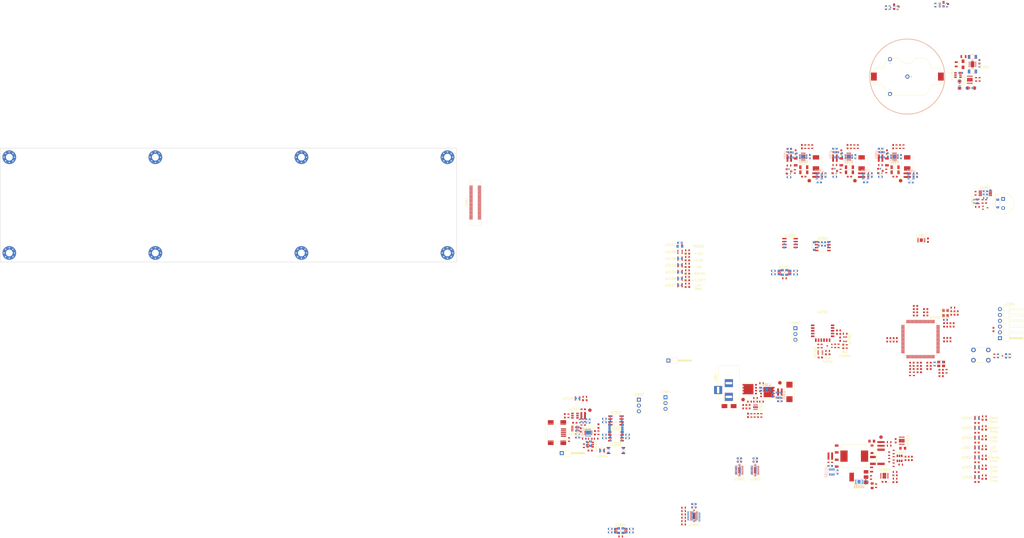
<source format=kicad_pcb>
(kicad_pcb (version 20171130) (host pcbnew "(5.1.4)-1")
  (layers (0 F.Cu mixed) (1 PWR mixed) (2 GND mixed) (31 B.Cu mixed) (34 B.Paste user) (35 F.Paste user) (36 B.SilkS user) (37 F.SilkS user) (38 B.Mask user) (39 F.Mask user) (44 Edge.Cuts user))
  (net 0 "")
  (net 1 GND)
  (net 2 +3V3)
  (net 3 "Net-(BZ1801-Pad2)")
  (net 4 +12Vin)
  (net 5 "Net-(C204-Pad1)")
  (net 6 +12V)
  (net 7 POS12_SNS-)
  (net 8 POS12_SNS+)
  (net 9 "Net-(C401-Pad1)")
  (net 10 "Net-(C402-Pad1)")
  (net 11 "Net-(C404-Pad1)")
  (net 12 POS3P3_SNS_IN-)
  (net 13 POS3P3_SNS_IN+)
  (net 14 POS3P3_SNS_OUT-)
  (net 15 POS3P3_SNS_OUT+)
  (net 16 "Net-(C601-Pad1)")
  (net 17 "Net-(C602-Pad1)")
  (net 18 "Net-(C604-Pad1)")
  (net 19 +5V)
  (net 20 POS5_SNS_IN-)
  (net 21 POS5_SNS_IN+)
  (net 22 POS5_SNS_OUT-)
  (net 23 POS5_SNS_OUT+)
  (net 24 "Net-(C801-Pad1)")
  (net 25 "Net-(C802-Pad1)")
  (net 26 "Net-(C804-Pad1)")
  (net 27 +1.2VFF)
  (net 28 POS1P2_VFF_SNS_IN+)
  (net 29 POS1P2_VFF_SNS_IN-)
  (net 30 POS1P2_VFF_SNS_OUT+)
  (net 31 POS1P2_VFF_SNS_OUT-)
  (net 32 "Net-(C1001-Pad1)")
  (net 33 "Net-(C1003-Pad1)")
  (net 34 "Net-(C1007-Pad1)")
  (net 35 "Net-(C1009-Pad1)")
  (net 36 "Net-(C1010-Pad1)")
  (net 37 +60VAN)
  (net 38 POS60_VAN_SNS_IN+)
  (net 39 POS60_VAN_SNS_IN-)
  (net 40 POS60_VAN_SNS_OUT-)
  (net 41 POS60_VAN_SNS_OUT+)
  (net 42 VBAT)
  (net 43 "Net-(C1203-Pad1)")
  (net 44 "Net-(C1205-Pad1)")
  (net 45 +3.3V_BCKP)
  (net 46 "Net-(C1502-Pad1)")
  (net 47 GNDA)
  (net 48 +3.3VA)
  (net 49 "Net-(C1701-Pad1)")
  (net 50 "Net-(C1702-Pad1)")
  (net 51 "Net-(C1802-Pad1)")
  (net 52 "Net-(C2301-Pad1)")
  (net 53 "Net-(C2401-Pad1)")
  (net 54 "Net-(C2407-Pad1)")
  (net 55 "/USB UART Bridge/CONN_USB+")
  (net 56 "/USB UART Bridge/CONN_USB-")
  (net 57 "Net-(C2410-Pad1)")
  (net 58 POS5_USB_SNS-)
  (net 59 POS5_USB_SNS+)
  (net 60 "Net-(D1001-Pad2)")
  (net 61 "Net-(D2001-Pad2)")
  (net 62 "Net-(D2001-Pad1)")
  (net 63 "Net-(D2002-Pad2)")
  (net 64 "Net-(D2002-Pad1)")
  (net 65 "Net-(D2003-Pad1)")
  (net 66 "Net-(D2003-Pad2)")
  (net 67 "Net-(D2004-Pad2)")
  (net 68 "Net-(D2004-Pad1)")
  (net 69 "Net-(D2005-Pad2)")
  (net 70 "Net-(D2005-Pad1)")
  (net 71 "Net-(D2006-Pad2)")
  (net 72 "Net-(D2006-Pad1)")
  (net 73 "Net-(D2007-Pad1)")
  (net 74 "Net-(D2007-Pad2)")
  (net 75 "Net-(D2101-Pad1)")
  (net 76 "Net-(D2101-Pad2)")
  (net 77 "Net-(D2102-Pad2)")
  (net 78 "Net-(D2102-Pad1)")
  (net 79 "Net-(D2103-Pad1)")
  (net 80 "Net-(D2103-Pad2)")
  (net 81 "Net-(D2104-Pad2)")
  (net 82 "Net-(D2104-Pad1)")
  (net 83 "Net-(D2105-Pad2)")
  (net 84 "Net-(D2105-Pad1)")
  (net 85 "Net-(D2106-Pad2)")
  (net 86 "Net-(D2106-Pad1)")
  (net 87 "Net-(D2107-Pad1)")
  (net 88 "Net-(D2107-Pad2)")
  (net 89 ~USB_ACTIVE)
  (net 90 "Net-(D2401-Pad2)")
  (net 91 "Net-(D2701-Pad1)")
  (net 92 "Net-(D2701-Pad2)")
  (net 93 "Net-(D2702-Pad1)")
  (net 94 "Net-(D2702-Pad2)")
  (net 95 "Net-(J1501-Pad6)")
  (net 96 ICSPCLK)
  (net 97 ICSPDAT)
  (net 98 ~MCLR)
  (net 99 I2C_SDA)
  (net 100 I2C_SCL)
  (net 101 USB_UART_TX)
  (net 102 USB_UART_RX)
  (net 103 "Net-(J2401-Pad1)")
  (net 104 "Net-(J2401-Pad4)")
  (net 105 "Net-(J2401-Pad6)")
  (net 106 "Net-(J3001-Pad9)")
  (net 107 "Net-(J3001-Pad19)")
  (net 108 "Net-(J3001-Pad29)")
  (net 109 Anode_A_DSP)
  (net 110 Anode_B_DSP)
  (net 111 Anode_C_DSP)
  (net 112 Anode_D_DSP)
  (net 113 Anode_E_DSP)
  (net 114 Anode_F_DSP)
  (net 115 Anode_G_DSP)
  (net 116 Anode_DP_DSP)
  (net 117 Cap_Touch_Left_DSP)
  (net 118 Cap_Touch_Right_DSP)
  (net 119 Cap_Touch_Up_DSP)
  (net 120 Cap_Touch_Down_DSP)
  (net 121 Cap_Touch_Power_DSP)
  (net 122 ~Display_Detect_DSP)
  (net 123 Grid_0_DSP)
  (net 124 Grid_1_DSP)
  (net 125 Grid_2_DSP)
  (net 126 Grid_3_DSP)
  (net 127 Grid_4_DSP)
  (net 128 Grid_5_DSP)
  (net 129 Colon_0_DSP)
  (net 130 Colon_1_DSP)
  (net 131 I2C_DSP_SCL)
  (net 132 I2C_DSP_SDA)
  (net 133 "Net-(L401-Pad1)")
  (net 134 "Net-(L601-Pad1)")
  (net 135 "Net-(L801-Pad1)")
  (net 136 "Net-(L1201-Pad1)")
  (net 137 "Net-(L1201-Pad2)")
  (net 138 "Net-(Q201-Pad4)")
  (net 139 "Net-(Q201-Pad1)")
  (net 140 "Net-(Q202-Pad4)")
  (net 141 "Net-(Q202-Pad5)")
  (net 142 "Net-(Q1301-Pad3)")
  (net 143 POS3P3_RUN)
  (net 144 "Net-(Q1302-Pad3)")
  (net 145 "Net-(Q1303-Pad3)")
  (net 146 VBAT_ADC_Enable)
  (net 147 "Net-(Q1304-Pad3)")
  (net 148 POS5_RUN)
  (net 149 "Net-(Q1305-Pad3)")
  (net 150 "Net-(Q1306-Pad3)")
  (net 151 POS1P2_VFF_RUN)
  (net 152 "Net-(Q1307-Pad3)")
  (net 153 "Net-(Q1308-Pad3)")
  (net 154 POS3P3_BCKP_ADC_Enable)
  (net 155 "Net-(Q1309-Pad3)")
  (net 156 "Net-(Q1310-Pad3)")
  (net 157 "Net-(Q1501-Pad1)")
  (net 158 "Net-(Q1501-Pad3)")
  (net 159 "Net-(Q1801-Pad1)")
  (net 160 "Net-(Q2701-Pad3)")
  (net 161 "Net-(Q2701-Pad1)")
  (net 162 "Net-(R201-Pad2)")
  (net 163 "Net-(R202-Pad2)")
  (net 164 "Net-(R204-Pad2)")
  (net 165 "Net-(R205-Pad1)")
  (net 166 POS12_PGOOD)
  (net 167 POS3P3_PGOOD)
  (net 168 "Net-(R408-Pad2)")
  (net 169 POS5_PGOOD)
  (net 170 "Net-(R609-Pad2)")
  (net 171 POS1P2_VFF_PGOOD)
  (net 172 "Net-(R809-Pad2)")
  (net 173 "Net-(R1003-Pad2)")
  (net 174 "Net-(R1004-Pad2)")
  (net 175 "Net-(R1007-Pad1)")
  (net 176 POS60_VAN_RUN)
  (net 177 POS60_VAN_PGOOD)
  (net 178 "Net-(R1010-Pad1)")
  (net 179 "Net-(R1011-Pad2)")
  (net 180 "Net-(Q1001-Pad1)")
  (net 181 "Net-(Q1001-Pad3)")
  (net 182 "Net-(R1017-Pad2)")
  (net 183 "Net-(R1201-Pad2)")
  (net 184 "Net-(R1203-Pad2)")
  (net 185 VBAT_Enable)
  (net 186 VBAT_PGOOD)
  (net 187 BCKP_ON)
  (net 188 VBAT_ADC)
  (net 189 POS3P3_BCKP_ADC)
  (net 190 "Net-(R1501-Pad1)")
  (net 191 MCU_POSC_Enable)
  (net 192 "Net-(R1702-Pad1)")
  (net 193 MCU_POSC)
  (net 194 "Net-(R1703-Pad1)")
  (net 195 MCU_SOSC)
  (net 196 "Net-(R1801-Pad1)")
  (net 197 "Net-(R1802-Pad1)")
  (net 198 "Net-(R1803-Pad1)")
  (net 199 Buzzer_Enable)
  (net 200 "Net-(R1806-Pad2)")
  (net 201 Heartbeat_LED)
  (net 202 Analog_Error_LED)
  (net 203 Reset_LED)
  (net 204 CPU_Exception_LED)
  (net 205 USB_Error_LED)
  (net 206 Other_Error_LED)
  (net 207 I2C_Error_LED)
  (net 208 I2C_MCU_SCL)
  (net 209 I2C_MCU_SDA)
  (net 210 I2C_EN)
  (net 211 "Net-(R2402-Pad2)")
  (net 212 "Net-(R2403-Pad2)")
  (net 213 POS5_USB_PGOOD)
  (net 214 "Net-(R2407-Pad2)")
  (net 215 "/USB UART Bridge/BRIDGE_USB+")
  (net 216 "/USB UART Bridge/BRIDGE_USB-")
  (net 217 ~USB_Detect)
  (net 218 "Net-(R2504-Pad2)")
  (net 219 I2C_USB_SCL)
  (net 220 USB_UART_TX_ISO)
  (net 221 I2C_USB_SDA)
  (net 222 USB_UART_RX_ISO)
  (net 223 BLE_RESET)
  (net 224 BLE_UART_TX)
  (net 225 BLE_UART_RX)
  (net 226 BLE_ACTIVE_LED)
  (net 227 ~IO_Level_Shift_Enable)
  (net 228 I2C_DSP_EN)
  (net 229 "Net-(R2907-Pad2)")
  (net 230 "Net-(R2908-Pad2)")
  (net 231 "Net-(R2909-Pad2)")
  (net 232 "Net-(R2910-Pad2)")
  (net 233 "Net-(R2911-Pad2)")
  (net 234 "Net-(R2912-Pad2)")
  (net 235 Anode_G)
  (net 236 Anode_E)
  (net 237 Anode_F)
  (net 238 Anode_D)
  (net 239 Anode_C)
  (net 240 Anode_B)
  (net 241 Anode_DP)
  (net 242 Anode_A)
  (net 243 Colon_0)
  (net 244 Grid_4)
  (net 245 Grid_5)
  (net 246 Grid_3)
  (net 247 Grid_2)
  (net 248 Grid_1)
  (net 249 Colon_1)
  (net 250 Grid_0)
  (net 251 Cap_Touch_Left)
  (net 252 Cap_Touch_Right)
  (net 253 Cap_Touch_Up)
  (net 254 Cap_Touch_Down)
  (net 255 ~Display_Detect)
  (net 256 Cap_Touch_Power)
  (net 257 "Net-(RN2902-Pad9)")
  (net 258 "Net-(RN2902-Pad10)")
  (net 259 "Net-(U302-Pad3)")
  (net 260 "Net-(U502-Pad3)")
  (net 261 "Net-(U702-Pad3)")
  (net 262 "Net-(U902-Pad3)")
  (net 263 "Net-(U1101-Pad3)")
  (net 264 "Net-(U1103-Pad8)")
  (net 265 "Net-(U1103-Pad4)")
  (net 266 "Net-(U1103-Pad3)")
  (net 267 "Net-(U1201-Pad5)")
  (net 268 "Net-(U1401-Pad1)")
  (net 269 "Net-(U1401-Pad8)")
  (net 270 "Net-(U1401-Pad9)")
  (net 271 "Net-(U1401-Pad22)")
  (net 272 "Net-(U1401-Pad23)")
  (net 273 "Net-(U1401-Pad24)")
  (net 274 "Net-(U1401-Pad25)")
  (net 275 "Net-(U1401-Pad28)")
  (net 276 "Net-(U1401-Pad29)")
  (net 277 "Net-(U1401-Pad51)")
  (net 278 "Net-(U1401-Pad54)")
  (net 279 "Net-(U1401-Pad55)")
  (net 280 "Net-(U1401-Pad56)")
  (net 281 "Net-(U1401-Pad57)")
  (net 282 "Net-(U1401-Pad58)")
  (net 283 "Net-(U1401-Pad64)")
  (net 284 "Net-(U1401-Pad65)")
  (net 285 "Net-(U1401-Pad69)")
  (net 286 "Net-(U1401-Pad70)")
  (net 287 "Net-(U1401-Pad72)")
  (net 288 "Net-(U1801-Pad5)")
  (net 289 "Net-(U1803-Pad3)")
  (net 290 "Net-(U1901-Pad4)")
  (net 291 "Net-(U1901-Pad3)")
  (net 292 "Net-(U1901-Pad1)")
  (net 293 "Net-(U2101-Pad1)")
  (net 294 "Net-(U2101-Pad3)")
  (net 295 "Net-(U2301-Pad2)")
  (net 296 "Net-(U2301-Pad3)")
  (net 297 "Net-(U2301-Pad7)")
  (net 298 "Net-(U2402-Pad8)")
  (net 299 "Net-(U2402-Pad11)")
  (net 300 "Net-(U2503-Pad3)")
  (net 301 "Net-(U2602-Pad3)")
  (net 302 "Net-(U2701-Pad6)")
  (net 303 "Net-(U2701-Pad9)")
  (net 304 "Net-(U2701-Pad11)")
  (net 305 "Net-(U2701-Pad5)")
  (net 306 "Net-(U2701-Pad4)")
  (net 307 "Net-(U2701-Pad3)")
  (net 308 "Net-(U2701-Pad1)")
  (net 309 "Net-(U2701-Pad15)")
  (net 310 "Net-(U2701-Pad16)")
  (net 311 "Net-(C2102-Pad1)")
  (net 312 +5V_USB)
  (net 313 GND_USB)
  (net 314 "Net-(RN2901-Pad16)")
  (net 315 "Net-(RN2901-Pad15)")
  (net 316 "Net-(BT1202-Pad1)")
  (module Resistors_SMD:R_0612 (layer F.Cu) (at 420.111 70.6755)
    (fp_text reference R802 hide)
    (fp_text value 0.02)
    (pad 1 smd rect (at -0.8 0) (size 0.8 3.2) (layers F.Cu F.Paste F.Mask) (net 6 +12V))
    (pad 2 smd rect (at 0.8 0) (size 0.8 3.2) (layers F.Cu F.Paste F.Mask) (net 24 "Net-(C801-Pad1)"))
  )
  (module Resistors_SMD:R_0612 (layer F.Cu) (at 400.111 70.6755)
    (fp_text reference R602 hide)
    (fp_text value 0.02)
    (pad 1 smd rect (at -0.8 0) (size 0.8 3.2) (layers F.Cu F.Paste F.Mask) (net 6 +12V))
    (pad 2 smd rect (at 0.8 0) (size 0.8 3.2) (layers F.Cu F.Paste F.Mask) (net 16 "Net-(C601-Pad1)"))
  )
  (module Resistors_SMD:R_0603 (layer F.Cu) (at 430.144 65.659 270)
    (fp_text reference R804 hide)
    (fp_text value 10k)
    (pad 2 smd rect (at 0.75 0 270) (size 0.5 0.9) (layers F.Cu F.Paste F.Mask) (net 171 POS1P2_VFF_PGOOD))
    (pad 1 smd rect (at -0.75 0 270) (size 0.5 0.9) (layers F.Cu F.Paste F.Mask) (net 2 +3V3))
  )
  (module Resistors_SMD:R_0603 (layer F.Cu) (at 410.144 65.659 270)
    (fp_text reference R604 hide)
    (fp_text value 10k)
    (pad 2 smd rect (at 0.75 0 270) (size 0.5 0.9) (layers F.Cu F.Paste F.Mask) (net 169 POS5_PGOOD))
    (pad 1 smd rect (at -0.75 0 270) (size 0.5 0.9) (layers F.Cu F.Paste F.Mask) (net 2 +3V3))
  )
  (module Resistors_SMD:R_0603 (layer B.Cu) (at 420.0525 78.867 180)
    (fp_text reference R805 hide)
    (fp_text value 10k)
    (pad 2 smd rect (at 0.75 0 180) (size 0.5 0.9) (layers B.Cu B.Paste B.Mask) (net 1 GND))
    (pad 1 smd rect (at -0.75 0 180) (size 0.5 0.9) (layers B.Cu B.Paste B.Mask) (net 151 POS1P2_VFF_RUN))
  )
  (module Resistors_SMD:R_0603 (layer B.Cu) (at 400.05 78.867 180)
    (fp_text reference R605 hide)
    (fp_text value 10k)
    (pad 2 smd rect (at 0.75 0 180) (size 0.5 0.9) (layers B.Cu B.Paste B.Mask) (net 1 GND))
    (pad 1 smd rect (at -0.75 0 180) (size 0.5 0.9) (layers B.Cu B.Paste B.Mask) (net 148 POS5_RUN))
  )
  (module Resistors_SMD:R_0603 (layer F.Cu) (at 428.62 65.659 90)
    (fp_text reference R809 hide)
    (fp_text value 75k)
    (pad 1 smd rect (at -0.75 0 90) (size 0.5 0.9) (layers F.Cu F.Paste F.Mask) (net 27 +1.2VFF))
    (pad 2 smd rect (at 0.75 0 90) (size 0.5 0.9) (layers F.Cu F.Paste F.Mask) (net 172 "Net-(R809-Pad2)"))
  )
  (module Resistors_SMD:R_0603 (layer F.Cu) (at 408.62 65.659 90)
    (fp_text reference R609 hide)
    (fp_text value 10.5k)
    (pad 1 smd rect (at -0.75 0 90) (size 0.5 0.9) (layers F.Cu F.Paste F.Mask) (net 19 +5V))
    (pad 2 smd rect (at 0.75 0 90) (size 0.5 0.9) (layers F.Cu F.Paste F.Mask) (net 170 "Net-(R609-Pad2)"))
  )
  (module Resistors_SMD:R_0603 (layer F.Cu) (at 435.356 78.9305 180)
    (fp_text reference R808 hide)
    (fp_text value 100)
    (pad 2 smd rect (at 0.75 0 180) (size 0.5 0.9) (layers F.Cu F.Paste F.Mask) (net 27 +1.2VFF))
    (pad 1 smd rect (at -0.75 0 180) (size 0.5 0.9) (layers F.Cu F.Paste F.Mask) (net 31 POS1P2_VFF_SNS_OUT-))
  )
  (module Resistors_SMD:R_0603 (layer F.Cu) (at 415.544 78.867 180)
    (fp_text reference R608 hide)
    (fp_text value 100)
    (pad 2 smd rect (at 0.75 0 180) (size 0.5 0.9) (layers F.Cu F.Paste F.Mask) (net 19 +5V))
    (pad 1 smd rect (at -0.75 0 180) (size 0.5 0.9) (layers F.Cu F.Paste F.Mask) (net 22 POS5_SNS_OUT-))
  )
  (module Resistors_SMD:R_0603 (layer F.Cu) (at 420.873 67.2465 270)
    (fp_text reference R803 hide)
    (fp_text value 100)
    (pad 1 smd rect (at -0.75 0 270) (size 0.5 0.9) (layers F.Cu F.Paste F.Mask) (net 29 POS1P2_VFF_SNS_IN-))
    (pad 2 smd rect (at 0.75 0 270) (size 0.5 0.9) (layers F.Cu F.Paste F.Mask) (net 24 "Net-(C801-Pad1)"))
  )
  (module Resistors_SMD:R_0603 (layer F.Cu) (at 400.873 67.2465 270)
    (fp_text reference R603 hide)
    (fp_text value 100)
    (pad 1 smd rect (at -0.75 0 270) (size 0.5 0.9) (layers F.Cu F.Paste F.Mask) (net 20 POS5_SNS_IN-))
    (pad 2 smd rect (at 0.75 0 270) (size 0.5 0.9) (layers F.Cu F.Paste F.Mask) (net 16 "Net-(C601-Pad1)"))
  )
  (module Resistors_SMD:R_0603 (layer F.Cu) (at 419.349 67.2465 270)
    (fp_text reference R801 hide)
    (fp_text value 100)
    (pad 2 smd rect (at 0.75 0 270) (size 0.5 0.9) (layers F.Cu F.Paste F.Mask) (net 6 +12V))
    (pad 1 smd rect (at -0.75 0 270) (size 0.5 0.9) (layers F.Cu F.Paste F.Mask) (net 28 POS1P2_VFF_SNS_IN+))
  )
  (module Resistors_SMD:R_0603 (layer F.Cu) (at 399.349 67.2465 270)
    (fp_text reference R601 hide)
    (fp_text value 100)
    (pad 2 smd rect (at 0.75 0 270) (size 0.5 0.9) (layers F.Cu F.Paste F.Mask) (net 6 +12V))
    (pad 1 smd rect (at -0.75 0 270) (size 0.5 0.9) (layers F.Cu F.Paste F.Mask) (net 21 POS5_SNS_IN+))
  )
  (module Inductors_SMD:L_Vishay_IHLP-2020 (layer F.Cu) (at 431.795 72.7845 270)
    (fp_text reference L801 hide)
    (fp_text value 2.2u)
    (pad 2 smd rect (at 2.4265 0 270) (size 1.903 2.79) (layers F.Cu F.Paste F.Mask) (net 26 "Net-(C804-Pad1)"))
    (pad 1 smd rect (at -2.4265 0 270) (size 1.903 2.79) (layers F.Cu F.Paste F.Mask) (net 135 "Net-(L801-Pad1)"))
  )
  (module Inductors_SMD:L_Vishay_IHLP-2020 (layer F.Cu) (at 411.795 72.7845 270)
    (fp_text reference L601 hide)
    (fp_text value 2.2u)
    (pad 2 smd rect (at 2.4265 0 270) (size 1.903 2.79) (layers F.Cu F.Paste F.Mask) (net 18 "Net-(C604-Pad1)"))
    (pad 1 smd rect (at -2.4265 0 270) (size 1.903 2.79) (layers F.Cu F.Paste F.Mask) (net 134 "Net-(L601-Pad1)"))
  )
  (module Capacitors_SMD:C_0603 (layer F.Cu) (at 426.461 78.8035 180)
    (fp_text reference C806 hide)
    (fp_text value 0.1uF)
    (pad 2 smd rect (at 0.75 0 180) (size 0.8 0.75) (layers F.Cu F.Paste F.Mask) (net 1 GND))
    (pad 1 smd rect (at -0.75 0 180) (size 0.8 0.75) (layers F.Cu F.Paste F.Mask) (net 27 +1.2VFF))
  )
  (module Capacitors_SMD:C_0603 (layer F.Cu) (at 406.461 78.8035 180)
    (fp_text reference C606 hide)
    (fp_text value 0.1uF)
    (pad 2 smd rect (at 0.75 0 180) (size 0.8 0.75) (layers F.Cu F.Paste F.Mask) (net 1 GND))
    (pad 1 smd rect (at -0.75 0 180) (size 0.8 0.75) (layers F.Cu F.Paste F.Mask) (net 19 +5V))
  )
  (module Capacitors_SMD:C_1206 (layer F.Cu) (at 422.905 72.3265 270)
    (fp_text reference C801 hide)
    (fp_text value 10uF)
    (pad 2 smd rect (at 1.5 0 270) (size 1 1.6) (layers F.Cu F.Paste F.Mask) (net 1 GND))
    (pad 1 smd rect (at -1.5 0 270) (size 1 1.6) (layers F.Cu F.Paste F.Mask) (net 24 "Net-(C801-Pad1)"))
  )
  (module Capacitors_SMD:C_1206 (layer F.Cu) (at 402.905 72.3265 270)
    (fp_text reference C601 hide)
    (fp_text value 10uF)
    (pad 2 smd rect (at 1.5 0 270) (size 1 1.6) (layers F.Cu F.Paste F.Mask) (net 1 GND))
    (pad 1 smd rect (at -1.5 0 270) (size 1 1.6) (layers F.Cu F.Paste F.Mask) (net 16 "Net-(C601-Pad1)"))
  )
  (module Capacitors_SMD:C_1206 (layer F.Cu) (at 426.461 74.676 180)
    (fp_text reference C804 hide)
    (fp_text value 22uF)
    (pad 1 smd rect (at -1.5 0 180) (size 1 1.6) (layers F.Cu F.Paste F.Mask) (net 26 "Net-(C804-Pad1)"))
    (pad 2 smd rect (at 1.5 0 180) (size 1 1.6) (layers F.Cu F.Paste F.Mask) (net 1 GND))
  )
  (module Capacitors_SMD:C_1206 (layer F.Cu) (at 406.461 74.676 180)
    (fp_text reference C604 hide)
    (fp_text value 22uF)
    (pad 1 smd rect (at -1.5 0 180) (size 1 1.6) (layers F.Cu F.Paste F.Mask) (net 18 "Net-(C604-Pad1)"))
    (pad 2 smd rect (at 1.5 0 180) (size 1 1.6) (layers F.Cu F.Paste F.Mask) (net 1 GND))
  )
  (module Capacitors_SMD:C_0603 (layer F.Cu) (at 425.6355 65.659 90)
    (fp_text reference C802 hide)
    (fp_text value 10nF)
    (pad 1 smd rect (at -0.75 0 90) (size 0.8 0.75) (layers F.Cu F.Paste F.Mask) (net 25 "Net-(C802-Pad1)"))
    (pad 2 smd rect (at 0.75 0 90) (size 0.8 0.75) (layers F.Cu F.Paste F.Mask) (net 1 GND))
  )
  (module Capacitors_SMD:C_0603 (layer F.Cu) (at 405.6355 65.659 90)
    (fp_text reference C602 hide)
    (fp_text value 10nF)
    (pad 1 smd rect (at -0.75 0 90) (size 0.8 0.75) (layers F.Cu F.Paste F.Mask) (net 17 "Net-(C602-Pad1)"))
    (pad 2 smd rect (at 0.75 0 90) (size 0.8 0.75) (layers F.Cu F.Paste F.Mask) (net 1 GND))
  )
  (module Capacitors_SMD:C_0603 (layer F.Cu) (at 422.905 68.0085 90)
    (fp_text reference C803 hide)
    (fp_text value 0.1uF)
    (pad 2 smd rect (at 0.75 0 90) (size 0.8 0.75) (layers F.Cu F.Paste F.Mask) (net 1 GND))
    (pad 1 smd rect (at -0.75 0 90) (size 0.8 0.75) (layers F.Cu F.Paste F.Mask) (net 24 "Net-(C801-Pad1)"))
  )
  (module Capacitors_SMD:C_0603 (layer F.Cu) (at 402.905 68.0085 90)
    (fp_text reference C603 hide)
    (fp_text value 0.1uF)
    (pad 2 smd rect (at 0.75 0 90) (size 0.8 0.75) (layers F.Cu F.Paste F.Mask) (net 1 GND))
    (pad 1 smd rect (at -0.75 0 90) (size 0.8 0.75) (layers F.Cu F.Paste F.Mask) (net 16 "Net-(C601-Pad1)"))
  )
  (module Capacitors_SMD:C_1206 (layer F.Cu) (at 426.469501 76.899001 180)
    (fp_text reference C805 hide)
    (fp_text value 22uF)
    (pad 1 smd rect (at -1.5 0 180) (size 1 1.6) (layers F.Cu F.Paste F.Mask) (net 26 "Net-(C804-Pad1)"))
    (pad 2 smd rect (at 1.5 0 180) (size 1 1.6) (layers F.Cu F.Paste F.Mask) (net 1 GND))
  )
  (module Capacitors_SMD:C_1206 (layer F.Cu) (at 406.469501 76.899001 180)
    (fp_text reference C605 hide)
    (fp_text value 22uF)
    (pad 1 smd rect (at -1.5 0 180) (size 1 1.6) (layers F.Cu F.Paste F.Mask) (net 18 "Net-(C604-Pad1)"))
    (pad 2 smd rect (at 1.5 0 180) (size 1 1.6) (layers F.Cu F.Paste F.Mask) (net 1 GND))
  )
  (module Housings_DFN_QFN:QFN-16-1EP_3x3mm_Pitch0.5mm (layer F.Cu) (at 426.207 70.0405 180)
    (fp_text reference U801 (at 0 -2.85) (layer F.SilkS))
    (fp_text value TPS62130)
    (pad 1 smd oval (at -1.475 -0.75 180) (size 0.75 0.3) (layers F.Cu F.Paste F.Mask) (net 135 "Net-(L801-Pad1)"))
    (pad 2 smd oval (at -1.475 -0.25 180) (size 0.75 0.3) (layers F.Cu F.Paste F.Mask) (net 135 "Net-(L801-Pad1)"))
    (pad 3 smd oval (at -1.475 0.25 180) (size 0.75 0.3) (layers F.Cu F.Paste F.Mask) (net 135 "Net-(L801-Pad1)"))
    (pad 4 smd oval (at -1.475 0.75 180) (size 0.75 0.3) (layers F.Cu F.Paste F.Mask) (net 171 POS1P2_VFF_PGOOD))
    (pad 5 smd oval (at -0.75 1.475 270) (size 0.75 0.3) (layers F.Cu F.Paste F.Mask) (net 172 "Net-(R809-Pad2)"))
    (pad 6 smd oval (at -0.25 1.475 270) (size 0.75 0.3) (layers F.Cu F.Paste F.Mask) (net 1 GND))
    (pad 7 smd oval (at 0.25 1.475 270) (size 0.75 0.3) (layers F.Cu F.Paste F.Mask) (net 1 GND))
    (pad 8 smd oval (at 0.75 1.475 270) (size 0.75 0.3) (layers F.Cu F.Paste F.Mask) (net 1 GND))
    (pad 9 smd oval (at 1.475 0.75 180) (size 0.75 0.3) (layers F.Cu F.Paste F.Mask) (net 25 "Net-(C802-Pad1)"))
    (pad 10 smd oval (at 1.475 0.25 180) (size 0.75 0.3) (layers F.Cu F.Paste F.Mask) (net 24 "Net-(C801-Pad1)"))
    (pad 11 smd oval (at 1.475 -0.25 180) (size 0.75 0.3) (layers F.Cu F.Paste F.Mask) (net 24 "Net-(C801-Pad1)"))
    (pad 12 smd oval (at 1.475 -0.75 180) (size 0.75 0.3) (layers F.Cu F.Paste F.Mask) (net 24 "Net-(C801-Pad1)"))
    (pad 13 smd oval (at 0.75 -1.475 270) (size 0.75 0.3) (layers F.Cu F.Paste F.Mask) (net 151 POS1P2_VFF_RUN))
    (pad 14 smd oval (at 0.25 -1.475 270) (size 0.75 0.3) (layers F.Cu F.Paste F.Mask) (net 27 +1.2VFF))
    (pad 15 smd oval (at -0.25 -1.475 270) (size 0.75 0.3) (layers F.Cu F.Paste F.Mask) (net 1 GND))
    (pad 16 smd oval (at -0.75 -1.475 270) (size 0.75 0.3) (layers F.Cu F.Paste F.Mask) (net 1 GND))
    (pad 17 smd rect (at 0.45 0.45 180) (size 0.9 0.9) (layers F.Cu F.Paste F.Mask) (net 1 GND))
    (pad 17 smd rect (at 0.45 -0.45 180) (size 0.9 0.9) (layers F.Cu F.Paste F.Mask) (net 1 GND))
    (pad 17 smd rect (at -0.45 0.45 180) (size 0.9 0.9) (layers F.Cu F.Paste F.Mask) (net 1 GND))
    (pad 17 smd rect (at -0.45 -0.45 180) (size 0.9 0.9) (layers F.Cu F.Paste F.Mask) (net 1 GND))
  )
  (module Housings_DFN_QFN:QFN-16-1EP_3x3mm_Pitch0.5mm (layer F.Cu) (at 406.207 70.0405 180)
    (fp_text reference U601 (at 0 -2.85) (layer F.SilkS))
    (fp_text value TPS62130)
    (pad 1 smd oval (at -1.475 -0.75 180) (size 0.75 0.3) (layers F.Cu F.Paste F.Mask) (net 134 "Net-(L601-Pad1)"))
    (pad 2 smd oval (at -1.475 -0.25 180) (size 0.75 0.3) (layers F.Cu F.Paste F.Mask) (net 134 "Net-(L601-Pad1)"))
    (pad 3 smd oval (at -1.475 0.25 180) (size 0.75 0.3) (layers F.Cu F.Paste F.Mask) (net 134 "Net-(L601-Pad1)"))
    (pad 4 smd oval (at -1.475 0.75 180) (size 0.75 0.3) (layers F.Cu F.Paste F.Mask) (net 169 POS5_PGOOD))
    (pad 5 smd oval (at -0.75 1.475 270) (size 0.75 0.3) (layers F.Cu F.Paste F.Mask) (net 170 "Net-(R609-Pad2)"))
    (pad 6 smd oval (at -0.25 1.475 270) (size 0.75 0.3) (layers F.Cu F.Paste F.Mask) (net 1 GND))
    (pad 7 smd oval (at 0.25 1.475 270) (size 0.75 0.3) (layers F.Cu F.Paste F.Mask) (net 1 GND))
    (pad 8 smd oval (at 0.75 1.475 270) (size 0.75 0.3) (layers F.Cu F.Paste F.Mask) (net 1 GND))
    (pad 9 smd oval (at 1.475 0.75 180) (size 0.75 0.3) (layers F.Cu F.Paste F.Mask) (net 17 "Net-(C602-Pad1)"))
    (pad 10 smd oval (at 1.475 0.25 180) (size 0.75 0.3) (layers F.Cu F.Paste F.Mask) (net 16 "Net-(C601-Pad1)"))
    (pad 11 smd oval (at 1.475 -0.25 180) (size 0.75 0.3) (layers F.Cu F.Paste F.Mask) (net 16 "Net-(C601-Pad1)"))
    (pad 12 smd oval (at 1.475 -0.75 180) (size 0.75 0.3) (layers F.Cu F.Paste F.Mask) (net 16 "Net-(C601-Pad1)"))
    (pad 13 smd oval (at 0.75 -1.475 270) (size 0.75 0.3) (layers F.Cu F.Paste F.Mask) (net 148 POS5_RUN))
    (pad 14 smd oval (at 0.25 -1.475 270) (size 0.75 0.3) (layers F.Cu F.Paste F.Mask) (net 19 +5V))
    (pad 15 smd oval (at -0.25 -1.475 270) (size 0.75 0.3) (layers F.Cu F.Paste F.Mask) (net 1 GND))
    (pad 16 smd oval (at -0.75 -1.475 270) (size 0.75 0.3) (layers F.Cu F.Paste F.Mask) (net 1 GND))
    (pad 17 smd rect (at 0.45 0.45 180) (size 0.9 0.9) (layers F.Cu F.Paste F.Mask) (net 1 GND))
    (pad 17 smd rect (at 0.45 -0.45 180) (size 0.9 0.9) (layers F.Cu F.Paste F.Mask) (net 1 GND))
    (pad 17 smd rect (at -0.45 0.45 180) (size 0.9 0.9) (layers F.Cu F.Paste F.Mask) (net 1 GND))
    (pad 17 smd rect (at -0.45 -0.45 180) (size 0.9 0.9) (layers F.Cu F.Paste F.Mask) (net 1 GND))
  )
  (module "Custom Footprints Library:Test_Point" (layer F.Cu) (at 428.874 80.5815)
    (fp_text reference TP801 hide)
    (fp_text value TP)
    (pad 1 smd circle (at 0 0) (size 1.5 1.5) (layers F.Cu F.Mask) (net 27 +1.2VFF))
  )
  (module "Custom Footprints Library:Test_Point" (layer F.Cu) (at 408.874 80.5815)
    (fp_text reference TP601 hide)
    (fp_text value TP)
    (pad 1 smd circle (at 0 0) (size 1.5 1.5) (layers F.Cu F.Mask) (net 19 +5V))
  )
  (module Package_SON:Texas_DRC0010J_ThermalVias (layer F.Cu) (at 460.375 29.5275)
    (fp_text reference U1203 (at 4.7625 1.27) (layer F.SilkS))
    (fp_text value TPS63001)
    (pad 1 smd rect (at -1.4 -1) (size 0.6 0.24) (layers F.Cu F.Paste F.Mask) (net 45 +3.3V_BCKP))
    (pad 2 smd rect (at -1.4 -0.5) (size 0.6 0.24) (layers F.Cu F.Paste F.Mask) (net 137 "Net-(L1201-Pad2)"))
    (pad 3 smd rect (at -1.4 0) (size 0.6 0.24) (layers F.Cu F.Paste F.Mask) (net 1 GND))
    (pad 4 smd rect (at -1.4 0.5) (size 0.6 0.24) (layers F.Cu F.Paste F.Mask) (net 136 "Net-(L1201-Pad1)"))
    (pad 5 smd rect (at -1.4 1) (size 0.6 0.24) (layers F.Cu F.Paste F.Mask) (net 43 "Net-(C1203-Pad1)"))
    (pad 6 smd rect (at 1.4 1) (size 0.6 0.24) (layers F.Cu F.Paste F.Mask) (net 44 "Net-(C1205-Pad1)"))
    (pad 7 smd rect (at 1.4 0.5) (size 0.6 0.24) (layers F.Cu F.Paste F.Mask) (net 44 "Net-(C1205-Pad1)"))
    (pad 8 smd rect (at 1.4 0) (size 0.6 0.24) (layers F.Cu F.Paste F.Mask) (net 44 "Net-(C1205-Pad1)"))
    (pad 9 smd rect (at 1.4 -0.5) (size 0.6 0.24) (layers F.Cu F.Paste F.Mask) (net 1 GND))
    (pad 10 smd rect (at 1.4 -1) (size 0.6 0.24) (layers F.Cu F.Paste F.Mask) (net 45 +3.3V_BCKP))
    (pad 11 smd custom (at 0 0) (size 1.65 2.4) (layers F.Cu F.Mask) (net 1 GND) (options (clearance outline) (anchor rect)) (primitives (gr_poly (pts (xy -0.375 -1.1) (xy -0.375 -1.7) (xy -0.125 -1.7) (xy -0.125 -1.1) (xy 0.125 -1.1) (xy 0.125 -1.7) (xy 0.375 -1.7) (xy 0.375 1.7) (xy 0.125 1.7) (xy 0.125 1.1) (xy -0.125 1.1) (xy -0.125 1.7) (xy -0.375 1.7)) (width 0))))
  )
  (module Battery_Holders:Keystone_1058_1x2032-CoinCell (layer F.Cu) (at 431.8635 34.925 180)
    (fp_text reference BT1202 hide)
    (fp_text value CR2032)
    (pad 1 smd rect (at -14.68 0 180) (size 2.54 3.51) (layers F.Cu F.Paste F.Mask) (net 316 "Net-(BT1202-Pad1)"))
    (pad 2 smd rect (at 14.68 0 180) (size 2.54 3.51) (layers F.Cu F.Paste F.Mask) (net 1 GND))
  )
  (module Buzzer_Beeper:MagneticBuzzer_CUI_CST-931RP-A (layer F.Cu) (at 473.837 88.5825)
    (fp_text reference BZ1801 hide)
    (fp_text value CST-931RP-A)
    (fp_text user + (at -3.3 -2.18) (layer F.SilkS))
    (pad 1 thru_hole rect (at 0 0) (size 1.6 1.6) (drill 0.9) (layers *.Cu *.Mask) (net 2 +3V3))
    (pad 2 thru_hole circle (at 0 4) (size 1.6 1.6) (drill 0.9) (layers *.Cu *.Mask) (net 3 "Net-(BZ1801-Pad2)"))
  )
  (module Capacitors_SMD:C_0603 (layer F.Cu) (at 359.918 179.705 270)
    (fp_text reference C201 hide)
    (fp_text value 0.1uF)
    (pad 1 smd rect (at -0.75 0 270) (size 0.8 0.75) (layers F.Cu F.Paste F.Mask) (net 4 +12Vin))
    (pad 2 smd rect (at 0.75 0 270) (size 0.8 0.75) (layers F.Cu F.Paste F.Mask) (net 1 GND))
  )
  (module Capacitors_SMD:C_0603 (layer F.Cu) (at 361.315 179.705 270)
    (fp_text reference C202 hide)
    (fp_text value 10nF)
    (pad 1 smd rect (at -0.75 0 270) (size 0.8 0.75) (layers F.Cu F.Paste F.Mask) (net 4 +12Vin))
    (pad 2 smd rect (at 0.75 0 270) (size 0.8 0.75) (layers F.Cu F.Paste F.Mask) (net 1 GND))
  )
  (module Capacitors_SMD:C_0603 (layer F.Cu) (at 362.712 179.705 270)
    (fp_text reference C203 hide)
    (fp_text value 1nF)
    (pad 2 smd rect (at 0.75 0 270) (size 0.8 0.75) (layers F.Cu F.Paste F.Mask) (net 1 GND))
    (pad 1 smd rect (at -0.75 0 270) (size 0.8 0.75) (layers F.Cu F.Paste F.Mask) (net 4 +12Vin))
  )
  (module Capacitors_SMD:C_0603 (layer F.Cu) (at 362.0135 183.515 90)
    (fp_text reference C204 hide)
    (fp_text value 0.1uF)
    (pad 1 smd rect (at -0.75 0 90) (size 0.8 0.75) (layers F.Cu F.Paste F.Mask) (net 5 "Net-(C204-Pad1)"))
    (pad 2 smd rect (at 0.75 0 90) (size 0.8 0.75) (layers F.Cu F.Paste F.Mask) (net 1 GND))
  )
  (module Capacitors_Tantalum_SMD:CP_Tantalum_Case-X_EIA-7343-43_Reflow (layer F.Cu) (at 380.1745 173.228 270)
    (fp_text reference C205 hide)
    (fp_text value 100uF)
    (pad 1 smd rect (at -3.175 0 270) (size 2.55 2.7) (layers F.Cu F.Paste F.Mask) (net 6 +12V))
    (pad 2 smd rect (at 3.175 0 270) (size 2.55 2.7) (layers F.Cu F.Paste F.Mask) (net 1 GND))
  )
  (module Capacitors_SMD:C_0603 (layer B.Cu) (at 375.9835 177.292 180)
    (fp_text reference C301 hide)
    (fp_text value 0.1uF)
    (pad 2 smd rect (at 0.75 0 180) (size 0.8 0.75) (layers B.Cu B.Paste B.Mask) (net 7 POS12_SNS-))
    (pad 1 smd rect (at -0.75 0 180) (size 0.8 0.75) (layers B.Cu B.Paste B.Mask) (net 8 POS12_SNS+))
  )
  (module Capacitors_SMD:C_0603 (layer B.Cu) (at 372.745 174.625 90)
    (fp_text reference C302 hide)
    (fp_text value 0.1uF)
    (pad 2 smd rect (at 0.75 0 90) (size 0.8 0.75) (layers B.Cu B.Paste B.Mask) (net 1 GND))
    (pad 1 smd rect (at -0.75 0 90) (size 0.8 0.75) (layers B.Cu B.Paste B.Mask) (net 2 +3V3))
  )
  (module Capacitors_SMD:C_0603 (layer B.Cu) (at 367.284 172.1485 270)
    (fp_text reference C303 hide)
    (fp_text value 0.1uF)
    (pad 1 smd rect (at -0.75 0 270) (size 0.8 0.75) (layers B.Cu B.Paste B.Mask) (net 2 +3V3))
    (pad 2 smd rect (at 0.75 0 270) (size 0.8 0.75) (layers B.Cu B.Paste B.Mask) (net 1 GND))
  )
  (module Capacitors_SMD:C_1206 (layer F.Cu) (at 382.905 72.3265 270)
    (fp_text reference C401 hide)
    (fp_text value 10uF)
    (pad 1 smd rect (at -1.5 0 270) (size 1 1.6) (layers F.Cu F.Paste F.Mask) (net 9 "Net-(C401-Pad1)"))
    (pad 2 smd rect (at 1.5 0 270) (size 1 1.6) (layers F.Cu F.Paste F.Mask) (net 1 GND))
  )
  (module Capacitors_SMD:C_0603 (layer F.Cu) (at 385.6355 65.659 90)
    (fp_text reference C402 hide)
    (fp_text value 10nF)
    (pad 2 smd rect (at 0.75 0 90) (size 0.8 0.75) (layers F.Cu F.Paste F.Mask) (net 1 GND))
    (pad 1 smd rect (at -0.75 0 90) (size 0.8 0.75) (layers F.Cu F.Paste F.Mask) (net 10 "Net-(C402-Pad1)"))
  )
  (module Capacitors_SMD:C_0603 (layer F.Cu) (at 382.905 68.0085 90)
    (fp_text reference C403 hide)
    (fp_text value 0.1uF)
    (pad 1 smd rect (at -0.75 0 90) (size 0.8 0.75) (layers F.Cu F.Paste F.Mask) (net 9 "Net-(C401-Pad1)"))
    (pad 2 smd rect (at 0.75 0 90) (size 0.8 0.75) (layers F.Cu F.Paste F.Mask) (net 1 GND))
  )
  (module Capacitors_SMD:C_1206 (layer F.Cu) (at 386.461 74.676 180)
    (fp_text reference C404 hide)
    (fp_text value 22uF)
    (pad 2 smd rect (at 1.5 0 180) (size 1 1.6) (layers F.Cu F.Paste F.Mask) (net 1 GND))
    (pad 1 smd rect (at -1.5 0 180) (size 1 1.6) (layers F.Cu F.Paste F.Mask) (net 11 "Net-(C404-Pad1)"))
  )
  (module Capacitors_SMD:C_1206 (layer F.Cu) (at 386.469501 76.899001 180)
    (fp_text reference C405 hide)
    (fp_text value 22uF)
    (pad 2 smd rect (at 1.5 0 180) (size 1 1.6) (layers F.Cu F.Paste F.Mask) (net 1 GND))
    (pad 1 smd rect (at -1.5 0 180) (size 1 1.6) (layers F.Cu F.Paste F.Mask) (net 11 "Net-(C404-Pad1)"))
  )
  (module Capacitors_SMD:C_0603 (layer F.Cu) (at 386.461 78.8035 180)
    (fp_text reference C406 hide)
    (fp_text value 0.1uF)
    (pad 1 smd rect (at -0.75 0 180) (size 0.8 0.75) (layers F.Cu F.Paste F.Mask) (net 2 +3V3))
    (pad 2 smd rect (at 0.75 0 180) (size 0.8 0.75) (layers F.Cu F.Paste F.Mask) (net 1 GND))
  )
  (module Capacitors_SMD:C_0603 (layer B.Cu) (at 380.111 66.675)
    (fp_text reference C501 hide)
    (fp_text value 0.1uF)
    (pad 2 smd rect (at 0.75 0) (size 0.8 0.75) (layers B.Cu B.Paste B.Mask) (net 12 POS3P3_SNS_IN-))
    (pad 1 smd rect (at -0.75 0) (size 0.8 0.75) (layers B.Cu B.Paste B.Mask) (net 13 POS3P3_SNS_IN+))
  )
  (module Capacitors_SMD:C_0603 (layer B.Cu) (at 383.3495 69.342 270)
    (fp_text reference C502 hide)
    (fp_text value 0.1uF)
    (pad 1 smd rect (at -0.75 0 270) (size 0.8 0.75) (layers B.Cu B.Paste B.Mask) (net 2 +3V3))
    (pad 2 smd rect (at 0.75 0 270) (size 0.8 0.75) (layers B.Cu B.Paste B.Mask) (net 1 GND))
  )
  (module Capacitors_SMD:C_0603 (layer B.Cu) (at 389.128 70.0405 90)
    (fp_text reference C503 hide)
    (fp_text value 0.1uF)
    (pad 2 smd rect (at 0.75 0 90) (size 0.8 0.75) (layers B.Cu B.Paste B.Mask) (net 1 GND))
    (pad 1 smd rect (at -0.75 0 90) (size 0.8 0.75) (layers B.Cu B.Paste B.Mask) (net 2 +3V3))
  )
  (module Capacitors_SMD:C_0603 (layer B.Cu) (at 395.9225 78.105 270)
    (fp_text reference C504 hide)
    (fp_text value 0.1uF)
    (pad 2 smd rect (at 0.75 0 270) (size 0.8 0.75) (layers B.Cu B.Paste B.Mask) (net 14 POS3P3_SNS_OUT-))
    (pad 1 smd rect (at -0.75 0 270) (size 0.8 0.75) (layers B.Cu B.Paste B.Mask) (net 15 POS3P3_SNS_OUT+))
  )
  (module Capacitors_SMD:C_0603 (layer B.Cu) (at 393.2555 81.3435 180)
    (fp_text reference C505 hide)
    (fp_text value 0.1uF)
    (pad 2 smd rect (at 0.75 0 180) (size 0.8 0.75) (layers B.Cu B.Paste B.Mask) (net 1 GND))
    (pad 1 smd rect (at -0.75 0 180) (size 0.8 0.75) (layers B.Cu B.Paste B.Mask) (net 2 +3V3))
  )
  (module Capacitors_SMD:C_0603 (layer B.Cu) (at 400.1135 66.548)
    (fp_text reference C701 hide)
    (fp_text value 0.1uF)
    (pad 2 smd rect (at 0.75 0) (size 0.8 0.75) (layers B.Cu B.Paste B.Mask) (net 20 POS5_SNS_IN-))
    (pad 1 smd rect (at -0.75 0) (size 0.8 0.75) (layers B.Cu B.Paste B.Mask) (net 21 POS5_SNS_IN+))
  )
  (module Capacitors_SMD:C_0603 (layer B.Cu) (at 403.2885 69.215 270)
    (fp_text reference C702 hide)
    (fp_text value 0.1uF)
    (pad 1 smd rect (at -0.75 0 270) (size 0.8 0.75) (layers B.Cu B.Paste B.Mask) (net 2 +3V3))
    (pad 2 smd rect (at 0.75 0 270) (size 0.8 0.75) (layers B.Cu B.Paste B.Mask) (net 1 GND))
  )
  (module Capacitors_SMD:C_0603 (layer B.Cu) (at 409.067 70.0405 90)
    (fp_text reference C703 hide)
    (fp_text value 0.1uF)
    (pad 2 smd rect (at 0.75 0 90) (size 0.8 0.75) (layers B.Cu B.Paste B.Mask) (net 1 GND))
    (pad 1 smd rect (at -0.75 0 90) (size 0.8 0.75) (layers B.Cu B.Paste B.Mask) (net 2 +3V3))
  )
  (module Capacitors_SMD:C_0603 (layer B.Cu) (at 416.2425 78.105 270)
    (fp_text reference C704 hide)
    (fp_text value 0.1uF)
    (pad 2 smd rect (at 0.75 0 270) (size 0.8 0.75) (layers B.Cu B.Paste B.Mask) (net 22 POS5_SNS_OUT-))
    (pad 1 smd rect (at -0.75 0 270) (size 0.8 0.75) (layers B.Cu B.Paste B.Mask) (net 23 POS5_SNS_OUT+))
  )
  (module Capacitors_SMD:C_0603 (layer B.Cu) (at 413.5755 81.28 180)
    (fp_text reference C705 hide)
    (fp_text value 0.1uF)
    (pad 1 smd rect (at -0.75 0 180) (size 0.8 0.75) (layers B.Cu B.Paste B.Mask) (net 2 +3V3))
    (pad 2 smd rect (at 0.75 0 180) (size 0.8 0.75) (layers B.Cu B.Paste B.Mask) (net 1 GND))
  )
  (module Capacitors_SMD:C_0603 (layer B.Cu) (at 420.116 66.548)
    (fp_text reference C901 hide)
    (fp_text value 0.1uF)
    (pad 1 smd rect (at -0.75 0) (size 0.8 0.75) (layers B.Cu B.Paste B.Mask) (net 28 POS1P2_VFF_SNS_IN+))
    (pad 2 smd rect (at 0.75 0) (size 0.8 0.75) (layers B.Cu B.Paste B.Mask) (net 29 POS1P2_VFF_SNS_IN-))
  )
  (module Capacitors_SMD:C_0603 (layer B.Cu) (at 423.291 69.215 270)
    (fp_text reference C902 hide)
    (fp_text value 0.1uF)
    (pad 2 smd rect (at 0.75 0 270) (size 0.8 0.75) (layers B.Cu B.Paste B.Mask) (net 1 GND))
    (pad 1 smd rect (at -0.75 0 270) (size 0.8 0.75) (layers B.Cu B.Paste B.Mask) (net 2 +3V3))
  )
  (module Capacitors_SMD:C_0603 (layer B.Cu) (at 429.0695 70.0405 90)
    (fp_text reference C903 hide)
    (fp_text value 0.1uF)
    (pad 1 smd rect (at -0.75 0 90) (size 0.8 0.75) (layers B.Cu B.Paste B.Mask) (net 2 +3V3))
    (pad 2 smd rect (at 0.75 0 90) (size 0.8 0.75) (layers B.Cu B.Paste B.Mask) (net 1 GND))
  )
  (module Capacitors_SMD:C_0603 (layer B.Cu) (at 436.118 78.1685 270)
    (fp_text reference C904 hide)
    (fp_text value 0.1uF)
    (pad 1 smd rect (at -0.75 0 270) (size 0.8 0.75) (layers B.Cu B.Paste B.Mask) (net 30 POS1P2_VFF_SNS_OUT+))
    (pad 2 smd rect (at 0.75 0 270) (size 0.8 0.75) (layers B.Cu B.Paste B.Mask) (net 31 POS1P2_VFF_SNS_OUT-))
  )
  (module Capacitors_SMD:C_0603 (layer B.Cu) (at 433.451 81.407 180)
    (fp_text reference C905 hide)
    (fp_text value 0.1uF)
    (pad 2 smd rect (at 0.75 0 180) (size 0.8 0.75) (layers B.Cu B.Paste B.Mask) (net 1 GND))
    (pad 1 smd rect (at -0.75 0 180) (size 0.8 0.75) (layers B.Cu B.Paste B.Mask) (net 2 +3V3))
  )
  (module Capacitors_SMD:C_1206 (layer F.Cu) (at 400.8755 198.247 90)
    (fp_text reference C1001 hide)
    (fp_text value 10uF)
    (pad 2 smd rect (at 1.5 0 90) (size 1 1.6) (layers F.Cu F.Paste F.Mask) (net 1 GND))
    (pad 1 smd rect (at -1.5 0 90) (size 1 1.6) (layers F.Cu F.Paste F.Mask) (net 32 "Net-(C1001-Pad1)"))
  )
  (module Capacitors_SMD:C_1206 (layer F.Cu) (at 400.8755 204.47 270)
    (fp_text reference C1002 hide)
    (fp_text value 10uF)
    (pad 1 smd rect (at -1.5 0 270) (size 1 1.6) (layers F.Cu F.Paste F.Mask) (net 32 "Net-(C1001-Pad1)"))
    (pad 2 smd rect (at 1.5 0 270) (size 1 1.6) (layers F.Cu F.Paste F.Mask) (net 1 GND))
  )
  (module Capacitors_SMD:C_0603 (layer F.Cu) (at 426.466 209.804)
    (fp_text reference C1003 hide)
    (fp_text value 0.1uF)
    (pad 1 smd rect (at -0.75 0) (size 0.8 0.75) (layers F.Cu F.Paste F.Mask) (net 33 "Net-(C1003-Pad1)"))
    (pad 2 smd rect (at 0.75 0) (size 0.8 0.75) (layers F.Cu F.Paste F.Mask) (net 1 GND))
  )
  (module Capacitors_SMD:C_0603 (layer F.Cu) (at 433.832 202.3745 90)
    (fp_text reference C1004 hide)
    (fp_text value 0.1uF)
    (pad 2 smd rect (at 0.75 0 90) (size 0.8 0.75) (layers F.Cu F.Paste F.Mask) (net 1 GND))
    (pad 1 smd rect (at -0.75 0 90) (size 0.8 0.75) (layers F.Cu F.Paste F.Mask) (net 2 +3V3))
  )
  (module Capacitors_SMD:C_0603 (layer F.Cu) (at 421.7035 212.6615)
    (fp_text reference C1005 hide)
    (fp_text value 0.1uF)
    (pad 1 smd rect (at -0.75 0) (size 0.8 0.75) (layers F.Cu F.Paste F.Mask) (net 32 "Net-(C1001-Pad1)"))
    (pad 2 smd rect (at 0.75 0) (size 0.8 0.75) (layers F.Cu F.Paste F.Mask) (net 1 GND))
  )
  (module Capacitors_SMD:C_0603 (layer F.Cu) (at 432.435 202.3745 90)
    (fp_text reference C1006 hide)
    (fp_text value 10nF)
    (pad 2 smd rect (at 0.75 0 90) (size 0.8 0.75) (layers F.Cu F.Paste F.Mask) (net 1 GND))
    (pad 1 smd rect (at -0.75 0 90) (size 0.8 0.75) (layers F.Cu F.Paste F.Mask) (net 2 +3V3))
  )
  (module Capacitors_SMD:C_0603 (layer F.Cu) (at 426.466 212.7885)
    (fp_text reference C1007 hide)
    (fp_text value 6.8nF)
    (pad 2 smd rect (at 0.75 0) (size 0.8 0.75) (layers F.Cu F.Paste F.Mask) (net 1 GND))
    (pad 1 smd rect (at -0.75 0) (size 0.8 0.75) (layers F.Cu F.Paste F.Mask) (net 34 "Net-(C1007-Pad1)"))
  )
  (module Capacitors_SMD:C_0603 (layer F.Cu) (at 431.038 202.3745 90)
    (fp_text reference C1008 hide)
    (fp_text value 1nF)
    (pad 1 smd rect (at -0.75 0 90) (size 0.8 0.75) (layers F.Cu F.Paste F.Mask) (net 2 +3V3))
    (pad 2 smd rect (at 0.75 0 90) (size 0.8 0.75) (layers F.Cu F.Paste F.Mask) (net 1 GND))
  )
  (module Capacitors_SMD:C_0805 (layer F.Cu) (at 416.433 214.376 270)
    (fp_text reference C1009 hide)
    (fp_text value 4.7uF)
    (pad 2 smd rect (at 1 0 270) (size 1 1.25) (layers F.Cu F.Paste F.Mask) (net 1 GND))
    (pad 1 smd rect (at -1 0 270) (size 1 1.25) (layers F.Cu F.Paste F.Mask) (net 35 "Net-(C1009-Pad1)"))
  )
  (module Capacitors_SMD:C_1210 (layer F.Cu) (at 416.7505 203.2635 270)
    (fp_text reference C1010 hide)
    (fp_text value 1uF)
    (pad 1 smd rect (at -1.5 0 270) (size 1 2.5) (layers F.Cu F.Paste F.Mask) (net 36 "Net-(C1010-Pad1)"))
    (pad 2 smd rect (at 1.5 0 270) (size 1 2.5) (layers F.Cu F.Paste F.Mask) (net 1 GND))
  )
  (module Capacitors_SMD:C_0805 (layer F.Cu) (at 416.2425 194.818 180)
    (fp_text reference C1011 hide)
    (fp_text value 0.1uF)
    (pad 2 smd rect (at 1 0 180) (size 1 1.25) (layers F.Cu F.Paste F.Mask) (net 1 GND))
    (pad 1 smd rect (at -1 0 180) (size 1 1.25) (layers F.Cu F.Paste F.Mask) (net 37 +60VAN))
  )
  (module Capacitors_SMD:C_0603 (layer B.Cu) (at 398.0815 205.6765)
    (fp_text reference C1101 hide)
    (fp_text value 0.1uF)
    (pad 1 smd rect (at -0.75 0) (size 0.8 0.75) (layers B.Cu B.Paste B.Mask) (net 38 POS60_VAN_SNS_IN+))
    (pad 2 smd rect (at 0.75 0) (size 0.8 0.75) (layers B.Cu B.Paste B.Mask) (net 39 POS60_VAN_SNS_IN-))
  )
  (module Capacitors_SMD:C_0603 (layer B.Cu) (at 413.5755 212.6615 90)
    (fp_text reference C1102 hide)
    (fp_text value 0.1uF)
    (pad 2 smd rect (at 0.75 0 90) (size 0.8 0.75) (layers B.Cu B.Paste B.Mask) (net 1 GND))
    (pad 1 smd rect (at -0.75 0 90) (size 0.8 0.75) (layers B.Cu B.Paste B.Mask) (net 2 +3V3))
  )
  (module Capacitors_SMD:C_0603 (layer B.Cu) (at 401.2565 208.3435 270)
    (fp_text reference C1103 hide)
    (fp_text value 0.1uF)
    (pad 2 smd rect (at 0.75 0 270) (size 0.8 0.75) (layers B.Cu B.Paste B.Mask) (net 1 GND))
    (pad 1 smd rect (at -0.75 0 270) (size 0.8 0.75) (layers B.Cu B.Paste B.Mask) (net 2 +3V3))
  )
  (module Capacitors_SMD:C_0603 (layer F.Cu) (at 426.72 194.6275 90)
    (fp_text reference C1104 hide)
    (fp_text value 0.1uF)
    (pad 2 smd rect (at 0.75 0 90) (size 0.8 0.75) (layers F.Cu F.Paste F.Mask) (net 40 POS60_VAN_SNS_OUT-))
    (pad 1 smd rect (at -0.75 0 90) (size 0.8 0.75) (layers F.Cu F.Paste F.Mask) (net 41 POS60_VAN_SNS_OUT+))
  )
  (module Capacitors_SMD:C_1206 (layer F.Cu) (at 459.74 39.9415)
    (fp_text reference C1201 hide)
    (fp_text value 10uF)
    (pad 1 smd rect (at -1.5 0) (size 1 1.6) (layers F.Cu F.Paste F.Mask) (net 2 +3V3))
    (pad 2 smd rect (at 1.5 0) (size 1 1.6) (layers F.Cu F.Paste F.Mask) (net 1 GND))
  )
  (module Capacitors_SMD:C_1206 (layer F.Cu) (at 454.7235 38.481 270)
    (fp_text reference C1202 hide)
    (fp_text value 10uF)
    (pad 1 smd rect (at -1.5 0 270) (size 1 1.6) (layers F.Cu F.Paste F.Mask) (net 42 VBAT))
    (pad 2 smd rect (at 1.5 0 270) (size 1 1.6) (layers F.Cu F.Paste F.Mask) (net 1 GND))
  )
  (module Capacitors_SMD:C_1206 (layer B.Cu) (at 460.375 32.7025)
    (fp_text reference C1203 hide)
    (fp_text value 10uF)
    (pad 2 smd rect (at 1.5 0) (size 1 1.6) (layers B.Cu B.Paste B.Mask) (net 1 GND))
    (pad 1 smd rect (at -1.5 0) (size 1 1.6) (layers B.Cu B.Paste B.Mask) (net 43 "Net-(C1203-Pad1)"))
  )
  (module Capacitors_SMD:C_1206 (layer F.Cu) (at 460.375 32.7025)
    (fp_text reference C1204 hide)
    (fp_text value 10uF)
    (pad 1 smd rect (at -1.5 0) (size 1 1.6) (layers F.Cu F.Paste F.Mask) (net 43 "Net-(C1203-Pad1)"))
    (pad 2 smd rect (at 1.5 0) (size 1 1.6) (layers F.Cu F.Paste F.Mask) (net 1 GND))
  )
  (module Capacitors_SMD:C_0603 (layer F.Cu) (at 463.423 28.448 90)
    (fp_text reference C1205 hide)
    (fp_text value 0.1uF)
    (pad 2 smd rect (at 0.75 0 90) (size 0.8 0.75) (layers F.Cu F.Paste F.Mask) (net 1 GND))
    (pad 1 smd rect (at -0.75 0 90) (size 0.8 0.75) (layers F.Cu F.Paste F.Mask) (net 44 "Net-(C1205-Pad1)"))
  )
  (module Capacitors_SMD:C_1206 (layer F.Cu) (at 460.375 26.289)
    (fp_text reference C1206 hide)
    (fp_text value 10uF)
    (pad 2 smd rect (at 1.5 0) (size 1 1.6) (layers F.Cu F.Paste F.Mask) (net 1 GND))
    (pad 1 smd rect (at -1.5 0) (size 1 1.6) (layers F.Cu F.Paste F.Mask) (net 45 +3.3V_BCKP))
  )
  (module Capacitors_SMD:C_1206 (layer B.Cu) (at 460.375 26.289)
    (fp_text reference C1207 hide)
    (fp_text value 10uF)
    (pad 1 smd rect (at -1.5 0) (size 1 1.6) (layers B.Cu B.Paste B.Mask) (net 45 +3.3V_BCKP))
    (pad 2 smd rect (at 1.5 0) (size 1 1.6) (layers B.Cu B.Paste B.Mask) (net 1 GND))
  )
  (module Capacitors_SMD:C_0603 (layer F.Cu) (at 469.5825 145.8595 90)
    (fp_text reference C1501 hide)
    (fp_text value 0.1uF)
    (pad 1 smd rect (at -0.75 0 90) (size 0.8 0.75) (layers F.Cu F.Paste F.Mask) (net 45 +3.3V_BCKP))
    (pad 2 smd rect (at 0.75 0 90) (size 0.8 0.75) (layers F.Cu F.Paste F.Mask) (net 1 GND))
  )
  (module Capacitors_SMD:C_0603 (layer B.Cu) (at 475.107 157.4165 90)
    (fp_text reference C1502 hide)
    (fp_text value 0.1uF)
    (pad 2 smd rect (at 0.75 0 90) (size 0.8 0.75) (layers B.Cu B.Paste B.Mask) (net 1 GND))
    (pad 1 smd rect (at -0.75 0 90) (size 0.8 0.75) (layers B.Cu B.Paste B.Mask) (net 46 "Net-(C1502-Pad1)"))
  )
  (module Capacitors_SMD:C_0603 (layer F.Cu) (at 437.0705 163.195 180)
    (fp_text reference C1601 hide)
    (fp_text value 0.1uF)
    (pad 1 smd rect (at -0.75 0 180) (size 0.8 0.75) (layers F.Cu F.Paste F.Mask) (net 45 +3.3V_BCKP))
    (pad 2 smd rect (at 0.75 0 180) (size 0.8 0.75) (layers F.Cu F.Paste F.Mask) (net 1 GND))
  )
  (module Capacitors_SMD:C_0603 (layer F.Cu) (at 441.325 163.195 180)
    (fp_text reference C1602 hide)
    (fp_text value 0.1uF)
    (pad 1 smd rect (at -0.75 0 180) (size 0.8 0.75) (layers F.Cu F.Paste F.Mask) (net 45 +3.3V_BCKP))
    (pad 2 smd rect (at 0.75 0 180) (size 0.8 0.75) (layers F.Cu F.Paste F.Mask) (net 1 GND))
  )
  (module Capacitors_SMD:C_0603 (layer F.Cu) (at 437.0705 161.798 180)
    (fp_text reference C1604 hide)
    (fp_text value 10nF)
    (pad 1 smd rect (at -0.75 0 180) (size 0.8 0.75) (layers F.Cu F.Paste F.Mask) (net 45 +3.3V_BCKP))
    (pad 2 smd rect (at 0.75 0 180) (size 0.8 0.75) (layers F.Cu F.Paste F.Mask) (net 1 GND))
  )
  (module Capacitors_SMD:C_0603 (layer F.Cu) (at 441.325 161.798 180)
    (fp_text reference C1605 hide)
    (fp_text value 10nF)
    (pad 1 smd rect (at -0.75 0 180) (size 0.8 0.75) (layers F.Cu F.Paste F.Mask) (net 45 +3.3V_BCKP))
    (pad 2 smd rect (at 0.75 0 180) (size 0.8 0.75) (layers F.Cu F.Paste F.Mask) (net 1 GND))
  )
  (module Capacitors_SMD:C_0603 (layer F.Cu) (at 437.0705 160.401 180)
    (fp_text reference C1606 hide)
    (fp_text value 1nF)
    (pad 2 smd rect (at 0.75 0 180) (size 0.8 0.75) (layers F.Cu F.Paste F.Mask) (net 1 GND))
    (pad 1 smd rect (at -0.75 0 180) (size 0.8 0.75) (layers F.Cu F.Paste F.Mask) (net 45 +3.3V_BCKP))
  )
  (module Capacitors_SMD:C_0603 (layer F.Cu) (at 441.325 160.401 180)
    (fp_text reference C1607 hide)
    (fp_text value 1nF)
    (pad 2 smd rect (at 0.75 0 180) (size 0.8 0.75) (layers F.Cu F.Paste F.Mask) (net 1 GND))
    (pad 1 smd rect (at -0.75 0 180) (size 0.8 0.75) (layers F.Cu F.Paste F.Mask) (net 45 +3.3V_BCKP))
  )
  (module Capacitors_SMD:C_0603 (layer F.Cu) (at 450.723 143.8275 90)
    (fp_text reference C1608 hide)
    (fp_text value 0.1uF)
    (pad 2 smd rect (at 0.75 0 90) (size 0.8 0.75) (layers F.Cu F.Paste F.Mask) (net 1 GND))
    (pad 1 smd rect (at -0.75 0 90) (size 0.8 0.75) (layers F.Cu F.Paste F.Mask) (net 45 +3.3V_BCKP))
  )
  (module Capacitors_SMD:C_0603 (layer F.Cu) (at 439.8645 136.906 180)
    (fp_text reference C1609 hide)
    (fp_text value 0.1uF)
    (pad 2 smd rect (at 0.75 0 180) (size 0.8 0.75) (layers F.Cu F.Paste F.Mask) (net 1 GND))
    (pad 1 smd rect (at -0.75 0 180) (size 0.8 0.75) (layers F.Cu F.Paste F.Mask) (net 45 +3.3V_BCKP))
  )
  (module Capacitors_SMD:C_0603 (layer F.Cu) (at 449.326 143.8275 90)
    (fp_text reference C1611 hide)
    (fp_text value 10nF)
    (pad 2 smd rect (at 0.75 0 90) (size 0.8 0.75) (layers F.Cu F.Paste F.Mask) (net 1 GND))
    (pad 1 smd rect (at -0.75 0 90) (size 0.8 0.75) (layers F.Cu F.Paste F.Mask) (net 45 +3.3V_BCKP))
  )
  (module Capacitors_SMD:C_0603 (layer F.Cu) (at 439.8645 138.303 180)
    (fp_text reference C1612 hide)
    (fp_text value 10nF)
    (pad 1 smd rect (at -0.75 0 180) (size 0.8 0.75) (layers F.Cu F.Paste F.Mask) (net 45 +3.3V_BCKP))
    (pad 2 smd rect (at 0.75 0 180) (size 0.8 0.75) (layers F.Cu F.Paste F.Mask) (net 1 GND))
  )
  (module Capacitors_SMD:C_0603 (layer F.Cu) (at 447.929 143.8275 90)
    (fp_text reference C1613 hide)
    (fp_text value 1nF)
    (pad 1 smd rect (at -0.75 0 90) (size 0.8 0.75) (layers F.Cu F.Paste F.Mask) (net 45 +3.3V_BCKP))
    (pad 2 smd rect (at 0.75 0 90) (size 0.8 0.75) (layers F.Cu F.Paste F.Mask) (net 1 GND))
  )
  (module Capacitors_SMD:C_0603 (layer F.Cu) (at 439.8645 139.7 180)
    (fp_text reference C1614 hide)
    (fp_text value 1nF)
    (pad 1 smd rect (at -0.75 0 180) (size 0.8 0.75) (layers F.Cu F.Paste F.Mask) (net 45 +3.3V_BCKP))
    (pad 2 smd rect (at 0.75 0 180) (size 0.8 0.75) (layers F.Cu F.Paste F.Mask) (net 1 GND))
  )
  (module Capacitors_SMD:C_0603 (layer F.Cu) (at 435.4195 136.906)
    (fp_text reference C1615 hide)
    (fp_text value 0.1uF)
    (pad 1 smd rect (at -0.75 0) (size 0.8 0.75) (layers F.Cu F.Paste F.Mask) (net 45 +3.3V_BCKP))
    (pad 2 smd rect (at 0.75 0) (size 0.8 0.75) (layers F.Cu F.Paste F.Mask) (net 1 GND))
  )
  (module Capacitors_SMD:C_0603 (layer F.Cu) (at 450.723 150.3045 90)
    (fp_text reference C1616 hide)
    (fp_text value 0.1uF)
    (pad 2 smd rect (at 0.75 0 90) (size 0.8 0.75) (layers F.Cu F.Paste F.Mask) (net 1 GND))
    (pad 1 smd rect (at -0.75 0 90) (size 0.8 0.75) (layers F.Cu F.Paste F.Mask) (net 45 +3.3V_BCKP))
  )
  (module Capacitors_SMD:C_0603 (layer F.Cu) (at 435.4195 138.303)
    (fp_text reference C1618 hide)
    (fp_text value 10nF)
    (pad 1 smd rect (at -0.75 0) (size 0.8 0.75) (layers F.Cu F.Paste F.Mask) (net 45 +3.3V_BCKP))
    (pad 2 smd rect (at 0.75 0) (size 0.8 0.75) (layers F.Cu F.Paste F.Mask) (net 1 GND))
  )
  (module Capacitors_SMD:C_0603 (layer F.Cu) (at 449.326 150.3045 90)
    (fp_text reference C1619 hide)
    (fp_text value 10nF)
    (pad 1 smd rect (at -0.75 0 90) (size 0.8 0.75) (layers F.Cu F.Paste F.Mask) (net 45 +3.3V_BCKP))
    (pad 2 smd rect (at 0.75 0 90) (size 0.8 0.75) (layers F.Cu F.Paste F.Mask) (net 1 GND))
  )
  (module Capacitors_SMD:C_0603 (layer F.Cu) (at 435.4195 139.7)
    (fp_text reference C1620 hide)
    (fp_text value 1nF)
    (pad 2 smd rect (at 0.75 0) (size 0.8 0.75) (layers F.Cu F.Paste F.Mask) (net 1 GND))
    (pad 1 smd rect (at -0.75 0) (size 0.8 0.75) (layers F.Cu F.Paste F.Mask) (net 45 +3.3V_BCKP))
  )
  (module Capacitors_SMD:C_0603 (layer F.Cu) (at 447.929 150.3045 90)
    (fp_text reference C1621 hide)
    (fp_text value 1nF)
    (pad 1 smd rect (at -0.75 0 90) (size 0.8 0.75) (layers F.Cu F.Paste F.Mask) (net 45 +3.3V_BCKP))
    (pad 2 smd rect (at 0.75 0 90) (size 0.8 0.75) (layers F.Cu F.Paste F.Mask) (net 1 GND))
  )
  (module Capacitors_SMD:C_0603 (layer F.Cu) (at 424.434 150.368 90)
    (fp_text reference C1622 hide)
    (fp_text value 0.1uF)
    (pad 2 smd rect (at 0.75 0 90) (size 0.8 0.75) (layers F.Cu F.Paste F.Mask) (net 1 GND))
    (pad 1 smd rect (at -0.75 0 90) (size 0.8 0.75) (layers F.Cu F.Paste F.Mask) (net 45 +3.3V_BCKP))
  )
  (module Capacitors_SMD:C_0603 (layer F.Cu) (at 433.832 163.195)
    (fp_text reference C1623 hide)
    (fp_text value 0.1uF)
    (pad 2 smd rect (at 0.75 0) (size 0.8 0.75) (layers F.Cu F.Paste F.Mask) (net 47 GNDA))
    (pad 1 smd rect (at -0.75 0) (size 0.8 0.75) (layers F.Cu F.Paste F.Mask) (net 48 +3.3VA))
  )
  (module Capacitors_SMD:C_0603 (layer F.Cu) (at 425.831 150.368 90)
    (fp_text reference C1625 hide)
    (fp_text value 10nF)
    (pad 2 smd rect (at 0.75 0 90) (size 0.8 0.75) (layers F.Cu F.Paste F.Mask) (net 1 GND))
    (pad 1 smd rect (at -0.75 0 90) (size 0.8 0.75) (layers F.Cu F.Paste F.Mask) (net 45 +3.3V_BCKP))
  )
  (module Capacitors_SMD:C_0603 (layer F.Cu) (at 433.832 161.798)
    (fp_text reference C1626 hide)
    (fp_text value 10nF)
    (pad 2 smd rect (at 0.75 0) (size 0.8 0.75) (layers F.Cu F.Paste F.Mask) (net 47 GNDA))
    (pad 1 smd rect (at -0.75 0) (size 0.8 0.75) (layers F.Cu F.Paste F.Mask) (net 48 +3.3VA))
  )
  (module Capacitors_SMD:C_0603 (layer F.Cu) (at 427.228 150.368 90)
    (fp_text reference C1627 hide)
    (fp_text value 1nF)
    (pad 1 smd rect (at -0.75 0 90) (size 0.8 0.75) (layers F.Cu F.Paste F.Mask) (net 45 +3.3V_BCKP))
    (pad 2 smd rect (at 0.75 0 90) (size 0.8 0.75) (layers F.Cu F.Paste F.Mask) (net 1 GND))
  )
  (module Capacitors_SMD:C_0603 (layer F.Cu) (at 433.832 160.401)
    (fp_text reference C1628 hide)
    (fp_text value 1nF)
    (pad 1 smd rect (at -0.75 0) (size 0.8 0.75) (layers F.Cu F.Paste F.Mask) (net 48 +3.3VA))
    (pad 2 smd rect (at 0.75 0) (size 0.8 0.75) (layers F.Cu F.Paste F.Mask) (net 47 GNDA))
  )
  (module Capacitors_SMD:C_0603 (layer F.Cu) (at 446.659 166.3065 180)
    (fp_text reference C1701 hide)
    (fp_text value 0.1uF)
    (pad 2 smd rect (at 0.75 0 180) (size 0.8 0.75) (layers F.Cu F.Paste F.Mask) (net 1 GND))
    (pad 1 smd rect (at -0.75 0 180) (size 0.8 0.75) (layers F.Cu F.Paste F.Mask) (net 49 "Net-(C1701-Pad1)"))
  )
  (module Capacitors_SMD:C_0603 (layer F.Cu) (at 453.898 138.6205 270)
    (fp_text reference C1702 hide)
    (fp_text value 0.1uF)
    (pad 2 smd rect (at 0.75 0 270) (size 0.8 0.75) (layers F.Cu F.Paste F.Mask) (net 1 GND))
    (pad 1 smd rect (at -0.75 0 270) (size 0.8 0.75) (layers F.Cu F.Paste F.Mask) (net 50 "Net-(C1702-Pad1)"))
  )
  (module Capacitors_SMD:C_0603 (layer F.Cu) (at 446.659 164.9095 180)
    (fp_text reference C1703 hide)
    (fp_text value 10nF)
    (pad 2 smd rect (at 0.75 0 180) (size 0.8 0.75) (layers F.Cu F.Paste F.Mask) (net 1 GND))
    (pad 1 smd rect (at -0.75 0 180) (size 0.8 0.75) (layers F.Cu F.Paste F.Mask) (net 49 "Net-(C1701-Pad1)"))
  )
  (module Capacitors_SMD:C_0603 (layer F.Cu) (at 452.501 138.6205 270)
    (fp_text reference C1704 hide)
    (fp_text value 10nF)
    (pad 2 smd rect (at 0.75 0 270) (size 0.8 0.75) (layers F.Cu F.Paste F.Mask) (net 1 GND))
    (pad 1 smd rect (at -0.75 0 270) (size 0.8 0.75) (layers F.Cu F.Paste F.Mask) (net 50 "Net-(C1702-Pad1)"))
  )
  (module Capacitors_SMD:C_0603 (layer F.Cu) (at 446.659 163.5125 180)
    (fp_text reference C1705 hide)
    (fp_text value 1nF)
    (pad 1 smd rect (at -0.75 0 180) (size 0.8 0.75) (layers F.Cu F.Paste F.Mask) (net 49 "Net-(C1701-Pad1)"))
    (pad 2 smd rect (at 0.75 0 180) (size 0.8 0.75) (layers F.Cu F.Paste F.Mask) (net 1 GND))
  )
  (module Capacitors_SMD:C_0603 (layer F.Cu) (at 451.104 138.6205 270)
    (fp_text reference C1706 hide)
    (fp_text value 1nF)
    (pad 1 smd rect (at -0.75 0 270) (size 0.8 0.75) (layers F.Cu F.Paste F.Mask) (net 50 "Net-(C1702-Pad1)"))
    (pad 2 smd rect (at 0.75 0 270) (size 0.8 0.75) (layers F.Cu F.Paste F.Mask) (net 1 GND))
  )
  (module Capacitors_SMD:C_0603 (layer B.Cu) (at 466.0265 85.217 180)
    (fp_text reference C1801 hide)
    (fp_text value 0.1uF)
    (pad 2 smd rect (at 0.75 0 180) (size 0.8 0.75) (layers B.Cu B.Paste B.Mask) (net 1 GND))
    (pad 1 smd rect (at -0.75 0 180) (size 0.8 0.75) (layers B.Cu B.Paste B.Mask) (net 2 +3V3))
  )
  (module Capacitors_SMD:C_0603 (layer B.Cu) (at 466.0265 86.614 180)
    (fp_text reference C1802 hide)
    (fp_text value 0.1uF)
    (pad 2 smd rect (at 0.75 0 180) (size 0.8 0.75) (layers B.Cu B.Paste B.Mask) (net 1 GND))
    (pad 1 smd rect (at -0.75 0 180) (size 0.8 0.75) (layers B.Cu B.Paste B.Mask) (net 51 "Net-(C1802-Pad1)"))
  )
  (module Capacitors_SMD:C_0603 (layer B.Cu) (at 462.534 89.662 270)
    (fp_text reference C1803 hide)
    (fp_text value 0.1uF)
    (pad 1 smd rect (at -0.75 0 270) (size 0.8 0.75) (layers B.Cu B.Paste B.Mask) (net 2 +3V3))
    (pad 2 smd rect (at 0.75 0 270) (size 0.8 0.75) (layers B.Cu B.Paste B.Mask) (net 1 GND))
  )
  (module Capacitors_SMD:C_0603 (layer F.Cu) (at 440.8805 106.68 270)
    (fp_text reference C1804 hide)
    (fp_text value 0.1uF)
    (pad 1 smd rect (at -0.75 0 270) (size 0.8 0.75) (layers F.Cu F.Paste F.Mask) (net 2 +3V3))
    (pad 2 smd rect (at 0.75 0 270) (size 0.8 0.75) (layers F.Cu F.Paste F.Mask) (net 1 GND))
  )
  (module Capacitors_SMD:C_0603 (layer B.Cu) (at 382.905 109.1565 270)
    (fp_text reference C1901 hide)
    (fp_text value 0.1uF)
    (pad 2 smd rect (at 0.75 0 270) (size 0.8 0.75) (layers B.Cu B.Paste B.Mask) (net 1 GND))
    (pad 1 smd rect (at -0.75 0 270) (size 0.8 0.75) (layers B.Cu B.Paste B.Mask) (net 42 VBAT))
  )
  (module Capacitors_SMD:C_0603 (layer B.Cu) (at 377.8885 109.1565 270)
    (fp_text reference C1902 hide)
    (fp_text value 0.1uF)
    (pad 1 smd rect (at -0.75 0 270) (size 0.8 0.75) (layers B.Cu B.Paste B.Mask) (net 2 +3V3))
    (pad 2 smd rect (at 0.75 0 270) (size 0.8 0.75) (layers B.Cu B.Paste B.Mask) (net 1 GND))
  )
  (module Capacitors_SMD:C_0603 (layer F.Cu) (at 462.3435 186.817 180)
    (fp_text reference C2001 hide)
    (fp_text value 0.1uF)
    (pad 1 smd rect (at -0.75 0 180) (size 0.8 0.75) (layers F.Cu F.Paste F.Mask) (net 2 +3V3))
    (pad 2 smd rect (at 0.75 0 180) (size 0.8 0.75) (layers F.Cu F.Paste F.Mask) (net 1 GND))
  )
  (module Capacitors_SMD:C_0603 (layer F.Cu) (at 462.3435 204.089 180)
    (fp_text reference C2002 hide)
    (fp_text value 0.1uF)
    (pad 2 smd rect (at 0.75 0 180) (size 0.8 0.75) (layers F.Cu F.Paste F.Mask) (net 1 GND))
    (pad 1 smd rect (at -0.75 0 180) (size 0.8 0.75) (layers F.Cu F.Paste F.Mask) (net 2 +3V3))
  )
  (module Capacitors_SMD:C_0603 (layer F.Cu) (at 462.3435 191.135 180)
    (fp_text reference C2003 hide)
    (fp_text value 0.1uF)
    (pad 1 smd rect (at -0.75 0 180) (size 0.8 0.75) (layers F.Cu F.Paste F.Mask) (net 2 +3V3))
    (pad 2 smd rect (at 0.75 0 180) (size 0.8 0.75) (layers F.Cu F.Paste F.Mask) (net 1 GND))
  )
  (module Capacitors_SMD:C_0603 (layer F.Cu) (at 462.3435 208.407 180)
    (fp_text reference C2004 hide)
    (fp_text value 0.1uF)
    (pad 1 smd rect (at -0.75 0 180) (size 0.8 0.75) (layers F.Cu F.Paste F.Mask) (net 2 +3V3))
    (pad 2 smd rect (at 0.75 0 180) (size 0.8 0.75) (layers F.Cu F.Paste F.Mask) (net 1 GND))
  )
  (module Capacitors_SMD:C_0603 (layer F.Cu) (at 462.3435 195.453 180)
    (fp_text reference C2005 hide)
    (fp_text value 0.1uF)
    (pad 2 smd rect (at 0.75 0 180) (size 0.8 0.75) (layers F.Cu F.Paste F.Mask) (net 1 GND))
    (pad 1 smd rect (at -0.75 0 180) (size 0.8 0.75) (layers F.Cu F.Paste F.Mask) (net 2 +3V3))
  )
  (module Capacitors_SMD:C_0603 (layer F.Cu) (at 462.3435 212.725 180)
    (fp_text reference C2006 hide)
    (fp_text value 0.1uF)
    (pad 1 smd rect (at -0.75 0 180) (size 0.8 0.75) (layers F.Cu F.Paste F.Mask) (net 2 +3V3))
    (pad 2 smd rect (at 0.75 0 180) (size 0.8 0.75) (layers F.Cu F.Paste F.Mask) (net 1 GND))
  )
  (module Capacitors_SMD:C_0603 (layer F.Cu) (at 462.3435 199.771 180)
    (fp_text reference C2007 hide)
    (fp_text value 0.1uF)
    (pad 2 smd rect (at 0.75 0 180) (size 0.8 0.75) (layers F.Cu F.Paste F.Mask) (net 1 GND))
    (pad 1 smd rect (at -0.75 0 180) (size 0.8 0.75) (layers F.Cu F.Paste F.Mask) (net 2 +3V3))
  )
  (module Capacitors_SMD:C_0603 (layer B.Cu) (at 332.1685 107.696)
    (fp_text reference C2101 hide)
    (fp_text value 0.1uF)
    (pad 2 smd rect (at 0.75 0) (size 0.8 0.75) (layers B.Cu B.Paste B.Mask) (net 1 GND))
    (pad 1 smd rect (at -0.75 0) (size 0.8 0.75) (layers B.Cu B.Paste B.Mask) (net 6 +12V))
  )
  (module Capacitors_SMD:C_0805 (layer B.Cu) (at 332.1685 109.347)
    (fp_text reference C2102 hide)
    (fp_text value 4.7uF)
    (pad 2 smd rect (at 1 0) (size 1 1.25) (layers B.Cu B.Paste B.Mask) (net 1 GND))
    (pad 1 smd rect (at -1 0) (size 1 1.25) (layers B.Cu B.Paste B.Mask) (net 311 "Net-(C2102-Pad1)"))
  )
  (module Capacitors_SMD:C_0603 (layer B.Cu) (at 332.232 117.6655 180)
    (fp_text reference C2103 hide)
    (fp_text value 0.1uF)
    (pad 2 smd rect (at 0.75 0 180) (size 0.8 0.75) (layers B.Cu B.Paste B.Mask) (net 1 GND))
    (pad 1 smd rect (at -0.75 0 180) (size 0.8 0.75) (layers B.Cu B.Paste B.Mask) (net 2 +3V3))
  )
  (module Capacitors_SMD:C_0603 (layer B.Cu) (at 332.232 120.5865 180)
    (fp_text reference C2104 hide)
    (fp_text value 0.1uF)
    (pad 1 smd rect (at -0.75 0 180) (size 0.8 0.75) (layers B.Cu B.Paste B.Mask) (net 2 +3V3))
    (pad 2 smd rect (at 0.75 0 180) (size 0.8 0.75) (layers B.Cu B.Paste B.Mask) (net 1 GND))
  )
  (module Capacitors_SMD:C_0603 (layer B.Cu) (at 287.3375 176.0855 180)
    (fp_text reference C2105 hide)
    (fp_text value 0.1uF)
    (pad 1 smd rect (at -0.75 0 180) (size 0.8 0.75) (layers B.Cu B.Paste B.Mask) (net 312 +5V_USB))
    (pad 2 smd rect (at 0.75 0 180) (size 0.8 0.75) (layers B.Cu B.Paste B.Mask) (net 313 GND_USB))
  )
  (module Capacitors_SMD:C_0603 (layer B.Cu) (at 332.232 123.5075 180)
    (fp_text reference C2106 hide)
    (fp_text value 0.1uF)
    (pad 2 smd rect (at 0.75 0 180) (size 0.8 0.75) (layers B.Cu B.Paste B.Mask) (net 1 GND))
    (pad 1 smd rect (at -0.75 0 180) (size 0.8 0.75) (layers B.Cu B.Paste B.Mask) (net 2 +3V3))
  )
  (module Capacitors_SMD:C_0603 (layer B.Cu) (at 332.232 126.4285 180)
    (fp_text reference C2107 hide)
    (fp_text value 0.1uF)
    (pad 2 smd rect (at 0.75 0 180) (size 0.8 0.75) (layers B.Cu B.Paste B.Mask) (net 1 GND))
    (pad 1 smd rect (at -0.75 0 180) (size 0.8 0.75) (layers B.Cu B.Paste B.Mask) (net 2 +3V3))
  )
  (module Capacitors_SMD:C_0603 (layer B.Cu) (at 332.232 114.7445 180)
    (fp_text reference C2108 hide)
    (fp_text value 0.1uF)
    (pad 1 smd rect (at -0.75 0 180) (size 0.8 0.75) (layers B.Cu B.Paste B.Mask) (net 2 +3V3))
    (pad 2 smd rect (at 0.75 0 180) (size 0.8 0.75) (layers B.Cu B.Paste B.Mask) (net 1 GND))
  )
  (module Capacitors_SMD:C_0603 (layer B.Cu) (at 375.412 120.8405 270)
    (fp_text reference C2201 hide)
    (fp_text value 0.1uF)
    (pad 1 smd rect (at -0.75 0 270) (size 0.8 0.75) (layers B.Cu B.Paste B.Mask) (net 45 +3.3V_BCKP))
    (pad 2 smd rect (at 0.75 0 270) (size 0.8 0.75) (layers B.Cu B.Paste B.Mask) (net 1 GND))
  )
  (module Capacitors_SMD:C_0805 (layer B.Cu) (at 377.063 120.8405 270)
    (fp_text reference C2202 hide)
    (fp_text value 4.7uF)
    (pad 1 smd rect (at -1 0 270) (size 1 1.25) (layers B.Cu B.Paste B.Mask) (net 45 +3.3V_BCKP))
    (pad 2 smd rect (at 1 0 270) (size 1 1.25) (layers B.Cu B.Paste B.Mask) (net 1 GND))
  )
  (module Capacitors_SMD:C_0603 (layer B.Cu) (at 380.619 120.8405 270)
    (fp_text reference C2203 hide)
    (fp_text value 0.1uF)
    (pad 2 smd rect (at 0.75 0 270) (size 0.8 0.75) (layers B.Cu B.Paste B.Mask) (net 1 GND))
    (pad 1 smd rect (at -0.75 0 270) (size 0.8 0.75) (layers B.Cu B.Paste B.Mask) (net 2 +3V3))
  )
  (module Capacitors_SMD:C_0805 (layer B.Cu) (at 378.968 120.8405 270)
    (fp_text reference C2204 hide)
    (fp_text value 4.7uF)
    (pad 2 smd rect (at 1 0 270) (size 1 1.25) (layers B.Cu B.Paste B.Mask) (net 1 GND))
    (pad 1 smd rect (at -1 0 270) (size 1 1.25) (layers B.Cu B.Paste B.Mask) (net 2 +3V3))
  )
  (module Capacitors_SMD:C_0603 (layer B.Cu) (at 395.7955 108.331 270)
    (fp_text reference C2301 hide)
    (fp_text value 10uF)
    (pad 1 smd rect (at -0.75 0 270) (size 0.8 0.75) (layers B.Cu B.Paste B.Mask) (net 52 "Net-(C2301-Pad1)"))
    (pad 2 smd rect (at 0.75 0 270) (size 0.8 0.75) (layers B.Cu B.Paste B.Mask) (net 1 GND))
  )
  (module Capacitors_SMD:C_0603 (layer B.Cu) (at 394.3985 108.331 270)
    (fp_text reference C2302 hide)
    (fp_text value 10uF)
    (pad 2 smd rect (at 0.75 0 270) (size 0.8 0.75) (layers B.Cu B.Paste B.Mask) (net 1 GND))
    (pad 1 smd rect (at -0.75 0 270) (size 0.8 0.75) (layers B.Cu B.Paste B.Mask) (net 52 "Net-(C2301-Pad1)"))
  )
  (module Capacitors_SMD:C_0603 (layer B.Cu) (at 393.0015 108.331 270)
    (fp_text reference C2303 hide)
    (fp_text value 10uF)
    (pad 1 smd rect (at -0.75 0 270) (size 0.8 0.75) (layers B.Cu B.Paste B.Mask) (net 52 "Net-(C2301-Pad1)"))
    (pad 2 smd rect (at 0.75 0 270) (size 0.8 0.75) (layers B.Cu B.Paste B.Mask) (net 1 GND))
  )
  (module Capacitors_SMD:C_0603 (layer B.Cu) (at 397.1925 108.331 270)
    (fp_text reference C2304 hide)
    (fp_text value 0.1uF)
    (pad 1 smd rect (at -0.75 0 270) (size 0.8 0.75) (layers B.Cu B.Paste B.Mask) (net 52 "Net-(C2301-Pad1)"))
    (pad 2 smd rect (at 0.75 0 270) (size 0.8 0.75) (layers B.Cu B.Paste B.Mask) (net 1 GND))
  )
  (module Capacitors_SMD:C_0603 (layer B.Cu) (at 289.814 185.9915 90)
    (fp_text reference C2401 hide)
    (fp_text value 0.1uF)
    (pad 2 smd rect (at 0.75 0 90) (size 0.8 0.75) (layers B.Cu B.Paste B.Mask) (net 313 GND_USB))
    (pad 1 smd rect (at -0.75 0 90) (size 0.8 0.75) (layers B.Cu B.Paste B.Mask) (net 53 "Net-(C2401-Pad1)"))
  )
  (module Capacitors_SMD:C_0603 (layer B.Cu) (at 291.338 195.834 270)
    (fp_text reference C2402 hide)
    (fp_text value 0.1uF)
    (pad 1 smd rect (at -0.75 0 270) (size 0.8 0.75) (layers B.Cu B.Paste B.Mask) (net 312 +5V_USB))
    (pad 2 smd rect (at 0.75 0 270) (size 0.8 0.75) (layers B.Cu B.Paste B.Mask) (net 313 GND_USB))
  )
  (module Capacitors_SMD:C_0603 (layer F.Cu) (at 292.862 198.9455)
    (fp_text reference C2403 hide)
    (fp_text value 0.1uF)
    (pad 2 smd rect (at 0.75 0) (size 0.8 0.75) (layers F.Cu F.Paste F.Mask) (net 313 GND_USB))
    (pad 1 smd rect (at -0.75 0) (size 0.8 0.75) (layers F.Cu F.Paste F.Mask) (net 312 +5V_USB))
  )
  (module Capacitors_SMD:C_0603 (layer B.Cu) (at 292.608 185.9915 90)
    (fp_text reference C2404 hide)
    (fp_text value 0.1uF)
    (pad 1 smd rect (at -0.75 0 90) (size 0.8 0.75) (layers B.Cu B.Paste B.Mask) (net 312 +5V_USB))
    (pad 2 smd rect (at 0.75 0 90) (size 0.8 0.75) (layers B.Cu B.Paste B.Mask) (net 313 GND_USB))
  )
  (module Capacitors_SMD:C_0805 (layer B.Cu) (at 292.989 195.834 270)
    (fp_text reference C2405 hide)
    (fp_text value 4.7uF)
    (pad 1 smd rect (at -1 0 270) (size 1 1.25) (layers B.Cu B.Paste B.Mask) (net 312 +5V_USB))
    (pad 2 smd rect (at 1 0 270) (size 1 1.25) (layers B.Cu B.Paste B.Mask) (net 313 GND_USB))
  )
  (module Capacitors_SMD:C_0603 (layer F.Cu) (at 289.814 180.848 180)
    (fp_text reference C2406 hide)
    (fp_text value 0.1uF)
    (pad 1 smd rect (at -0.75 0 180) (size 0.8 0.75) (layers F.Cu F.Paste F.Mask) (net 312 +5V_USB))
    (pad 2 smd rect (at 0.75 0 180) (size 0.8 0.75) (layers F.Cu F.Paste F.Mask) (net 313 GND_USB))
  )
  (module Capacitors_SMD:C_0603 (layer B.Cu) (at 291.211 185.9915 90)
    (fp_text reference C2407 hide)
    (fp_text value 0.1uF)
    (pad 2 smd rect (at 0.75 0 90) (size 0.8 0.75) (layers B.Cu B.Paste B.Mask) (net 313 GND_USB))
    (pad 1 smd rect (at -0.75 0 90) (size 0.8 0.75) (layers B.Cu B.Paste B.Mask) (net 54 "Net-(C2407-Pad1)"))
  )
  (module Capacitors_SMD:C_0603 (layer B.Cu) (at 287.3375 193.2305)
    (fp_text reference C2408 hide)
    (fp_text value 47pF)
    (pad 2 smd rect (at 0.75 0) (size 0.8 0.75) (layers B.Cu B.Paste B.Mask) (net 313 GND_USB))
    (pad 1 smd rect (at -0.75 0) (size 0.8 0.75) (layers B.Cu B.Paste B.Mask) (net 55 "/USB UART Bridge/CONN_USB+"))
  )
  (module Capacitors_SMD:C_0603 (layer B.Cu) (at 287.3375 188.7855)
    (fp_text reference C2409 hide)
    (fp_text value 47pF)
    (pad 1 smd rect (at -0.75 0) (size 0.8 0.75) (layers B.Cu B.Paste B.Mask) (net 56 "/USB UART Bridge/CONN_USB-"))
    (pad 2 smd rect (at 0.75 0) (size 0.8 0.75) (layers B.Cu B.Paste B.Mask) (net 313 GND_USB))
  )
  (module Capacitors_SMD:C_0603 (layer F.Cu) (at 281.7495 183.7055 270)
    (fp_text reference C2410 hide)
    (fp_text value 0.1uF)
    (pad 1 smd rect (at -0.75 0 270) (size 0.8 0.75) (layers F.Cu F.Paste F.Mask) (net 57 "Net-(C2410-Pad1)"))
    (pad 2 smd rect (at 0.75 0 270) (size 0.8 0.75) (layers F.Cu F.Paste F.Mask) (net 313 GND_USB))
  )
  (module Capacitors_SMD:C_0603 (layer B.Cu) (at 306.6415 193.548 90)
    (fp_text reference C2501 hide)
    (fp_text value 0.1uF)
    (pad 2 smd rect (at 0.75 0 90) (size 0.8 0.75) (layers B.Cu B.Paste B.Mask) (net 1 GND))
    (pad 1 smd rect (at -0.75 0 90) (size 0.8 0.75) (layers B.Cu B.Paste B.Mask) (net 2 +3V3))
  )
  (module Capacitors_SMD:C_0603 (layer B.Cu) (at 306.6415 184.912 90)
    (fp_text reference C2502 hide)
    (fp_text value 0.1uF)
    (pad 2 smd rect (at 0.75 0 90) (size 0.8 0.75) (layers B.Cu B.Paste B.Mask) (net 1 GND))
    (pad 1 smd rect (at -0.75 0 90) (size 0.8 0.75) (layers B.Cu B.Paste B.Mask) (net 2 +3V3))
  )
  (module Capacitors_SMD:C_2220 (layer B.Cu) (at 304.165 189.23 180)
    (fp_text reference C2503 hide)
    (fp_text value 0.56uF)
    (pad 1 smd rect (at -2.8 0 180) (size 1 5) (layers B.Cu B.Paste B.Mask) (net 1 GND))
    (pad 2 smd rect (at 2.8 0 180) (size 1 5) (layers B.Cu B.Paste B.Mask) (net 313 GND_USB))
  )
  (module Capacitors_SMD:C_0603 (layer B.Cu) (at 301.6885 193.548 90)
    (fp_text reference C2504 hide)
    (fp_text value 0.1uF)
    (pad 1 smd rect (at -0.75 0 90) (size 0.8 0.75) (layers B.Cu B.Paste B.Mask) (net 312 +5V_USB))
    (pad 2 smd rect (at 0.75 0 90) (size 0.8 0.75) (layers B.Cu B.Paste B.Mask) (net 313 GND_USB))
  )
  (module Capacitors_SMD:C_0603 (layer B.Cu) (at 301.6885 184.912 90)
    (fp_text reference C2505 hide)
    (fp_text value 0.1uF)
    (pad 1 smd rect (at -0.75 0 90) (size 0.8 0.75) (layers B.Cu B.Paste B.Mask) (net 312 +5V_USB))
    (pad 2 smd rect (at 0.75 0 90) (size 0.8 0.75) (layers B.Cu B.Paste B.Mask) (net 313 GND_USB))
  )
  (module Capacitors_SMD:C_0603 (layer F.Cu) (at 288.798 189.9285 90)
    (fp_text reference C2601 hide)
    (fp_text value 0.1uF)
    (pad 2 smd rect (at 0.75 0 90) (size 0.8 0.75) (layers F.Cu F.Paste F.Mask) (net 58 POS5_USB_SNS-))
    (pad 1 smd rect (at -0.75 0 90) (size 0.8 0.75) (layers F.Cu F.Paste F.Mask) (net 59 POS5_USB_SNS+))
  )
  (module Capacitors_SMD:C_0603 (layer F.Cu) (at 286.131 186.7535 180)
    (fp_text reference C2602 hide)
    (fp_text value 0.1uF)
    (pad 1 smd rect (at -0.75 0 180) (size 0.8 0.75) (layers F.Cu F.Paste F.Mask) (net 312 +5V_USB))
    (pad 2 smd rect (at 0.75 0 180) (size 0.8 0.75) (layers F.Cu F.Paste F.Mask) (net 313 GND_USB))
  )
  (module Capacitors_SMD:C_0603 (layer F.Cu) (at 294.9575 191.135 270)
    (fp_text reference C2603 hide)
    (fp_text value 0.1uF)
    (pad 2 smd rect (at 0.75 0 270) (size 0.8 0.75) (layers F.Cu F.Paste F.Mask) (net 313 GND_USB))
    (pad 1 smd rect (at -0.75 0 270) (size 0.8 0.75) (layers F.Cu F.Paste F.Mask) (net 312 +5V_USB))
  )
  (module Capacitors_SMD:C_0603 (layer F.Cu) (at 401.0025 147.0025 270)
    (fp_text reference C2701 hide)
    (fp_text value 10uF)
    (pad 2 smd rect (at 0.75 0 270) (size 0.8 0.75) (layers F.Cu F.Paste F.Mask) (net 1 GND))
    (pad 1 smd rect (at -0.75 0 270) (size 0.8 0.75) (layers F.Cu F.Paste F.Mask) (net 2 +3V3))
  )
  (module Capacitors_SMD:C_0603 (layer F.Cu) (at 402.463 147.0025 270)
    (fp_text reference C2702 hide)
    (fp_text value 0.1uF)
    (pad 2 smd rect (at 0.75 0 270) (size 0.8 0.75) (layers F.Cu F.Paste F.Mask) (net 1 GND))
    (pad 1 smd rect (at -0.75 0 270) (size 0.8 0.75) (layers F.Cu F.Paste F.Mask) (net 2 +3V3))
  )
  (module Capacitors_SMD:C_0603 (layer F.Cu) (at 402.3995 150.114 90)
    (fp_text reference C2703 hide)
    (fp_text value 0.1uF)
    (pad 2 smd rect (at 0.75 0 90) (size 0.8 0.75) (layers F.Cu F.Paste F.Mask) (net 1 GND))
    (pad 1 smd rect (at -0.75 0 90) (size 0.8 0.75) (layers F.Cu F.Paste F.Mask) (net 2 +3V3))
  )
  (module Capacitors_SMD:C_0603 (layer F.Cu) (at 393.7 158.115 180)
    (fp_text reference C2704 hide)
    (fp_text value 0.1uF)
    (pad 2 smd rect (at 0.75 0 180) (size 0.8 0.75) (layers F.Cu F.Paste F.Mask) (net 1 GND))
    (pad 1 smd rect (at -0.75 0 180) (size 0.8 0.75) (layers F.Cu F.Paste F.Mask) (net 2 +3V3))
  )
  (module Capacitors_SMD:C_0603 (layer B.Cu) (at 358.267 202.3745 180)
    (fp_text reference C2801 hide)
    (fp_text value 0.1uF)
    (pad 2 smd rect (at 0.75 0 180) (size 0.8 0.75) (layers B.Cu B.Paste B.Mask) (net 1 GND))
    (pad 1 smd rect (at -0.75 0 180) (size 0.8 0.75) (layers B.Cu B.Paste B.Mask) (net 19 +5V))
  )
  (module Capacitors_SMD:C_0603 (layer B.Cu) (at 365.1885 202.3745 180)
    (fp_text reference C2802 hide)
    (fp_text value 0.1uF)
    (pad 2 smd rect (at 0.75 0 180) (size 0.8 0.75) (layers B.Cu B.Paste B.Mask) (net 1 GND))
    (pad 1 smd rect (at -0.75 0 180) (size 0.8 0.75) (layers B.Cu B.Paste B.Mask) (net 19 +5V))
  )
  (module Capacitors_SMD:C_0603 (layer F.Cu) (at 358.267 202.3745 180)
    (fp_text reference C2803 hide)
    (fp_text value 10nF)
    (pad 1 smd rect (at -0.75 0 180) (size 0.8 0.75) (layers F.Cu F.Paste F.Mask) (net 19 +5V))
    (pad 2 smd rect (at 0.75 0 180) (size 0.8 0.75) (layers F.Cu F.Paste F.Mask) (net 1 GND))
  )
  (module Capacitors_SMD:C_0603 (layer F.Cu) (at 365.1885 202.3745 180)
    (fp_text reference C2804 hide)
    (fp_text value 10nF)
    (pad 1 smd rect (at -0.75 0 180) (size 0.8 0.75) (layers F.Cu F.Paste F.Mask) (net 19 +5V))
    (pad 2 smd rect (at 0.75 0 180) (size 0.8 0.75) (layers F.Cu F.Paste F.Mask) (net 1 GND))
  )
  (module Capacitors_SMD:C_0603 (layer F.Cu) (at 358.267 203.7715 180)
    (fp_text reference C2805 hide)
    (fp_text value 1nF)
    (pad 1 smd rect (at -0.75 0 180) (size 0.8 0.75) (layers F.Cu F.Paste F.Mask) (net 19 +5V))
    (pad 2 smd rect (at 0.75 0 180) (size 0.8 0.75) (layers F.Cu F.Paste F.Mask) (net 1 GND))
  )
  (module Capacitors_SMD:C_0603 (layer F.Cu) (at 365.1885 203.7715 180)
    (fp_text reference C2806 hide)
    (fp_text value 1nF)
    (pad 1 smd rect (at -0.75 0 180) (size 0.8 0.75) (layers F.Cu F.Paste F.Mask) (net 19 +5V))
    (pad 2 smd rect (at 0.75 0 180) (size 0.8 0.75) (layers F.Cu F.Paste F.Mask) (net 1 GND))
  )
  (module Capacitors_SMD:C_0603 (layer B.Cu) (at 338.328 222.4405 180)
    (fp_text reference C2901 hide)
    (fp_text value 0.1uF)
    (pad 2 smd rect (at 0.75 0 180) (size 0.8 0.75) (layers B.Cu B.Paste B.Mask) (net 1 GND))
    (pad 1 smd rect (at -0.75 0 180) (size 0.8 0.75) (layers B.Cu B.Paste B.Mask) (net 2 +3V3))
  )
  (module Capacitors_SMD:C_0603 (layer F.Cu) (at 338.328 222.4405 180)
    (fp_text reference C2902 hide)
    (fp_text value 10nF)
    (pad 1 smd rect (at -0.75 0 180) (size 0.8 0.75) (layers F.Cu F.Paste F.Mask) (net 2 +3V3))
    (pad 2 smd rect (at 0.75 0 180) (size 0.8 0.75) (layers F.Cu F.Paste F.Mask) (net 1 GND))
  )
  (module Capacitors_SMD:C_0603 (layer F.Cu) (at 338.328 223.8375 180)
    (fp_text reference C2903 hide)
    (fp_text value 1nF)
    (pad 2 smd rect (at 0.75 0 180) (size 0.8 0.75) (layers F.Cu F.Paste F.Mask) (net 1 GND))
    (pad 1 smd rect (at -0.75 0 180) (size 0.8 0.75) (layers F.Cu F.Paste F.Mask) (net 2 +3V3))
  )
  (module Capacitors_SMD:C_0603 (layer B.Cu) (at 303.657 234.061 270)
    (fp_text reference C2904 hide)
    (fp_text value 0.1uF)
    (pad 1 smd rect (at -0.75 0 270) (size 0.8 0.75) (layers B.Cu B.Paste B.Mask) (net 2 +3V3))
    (pad 2 smd rect (at 0.75 0 270) (size 0.8 0.75) (layers B.Cu B.Paste B.Mask) (net 1 GND))
  )
  (module Capacitors_SMD:C_0805 (layer B.Cu) (at 305.308 234.061 270)
    (fp_text reference C2905 hide)
    (fp_text value 4.7uF)
    (pad 1 smd rect (at -1 0 270) (size 1 1.25) (layers B.Cu B.Paste B.Mask) (net 2 +3V3))
    (pad 2 smd rect (at 1 0 270) (size 1 1.25) (layers B.Cu B.Paste B.Mask) (net 1 GND))
  )
  (module Capacitors_SMD:C_0603 (layer B.Cu) (at 308.864 234.061 270)
    (fp_text reference C2906 hide)
    (fp_text value 0.1uF)
    (pad 1 smd rect (at -0.75 0 270) (size 0.8 0.75) (layers B.Cu B.Paste B.Mask) (net 19 +5V))
    (pad 2 smd rect (at 0.75 0 270) (size 0.8 0.75) (layers B.Cu B.Paste B.Mask) (net 1 GND))
  )
  (module Capacitors_SMD:C_0805 (layer B.Cu) (at 307.213 234.061 270)
    (fp_text reference C2907 hide)
    (fp_text value 4.7uF)
    (pad 1 smd rect (at -1 0 270) (size 1 1.25) (layers B.Cu B.Paste B.Mask) (net 19 +5V))
    (pad 2 smd rect (at 1 0 270) (size 1 1.25) (layers B.Cu B.Paste B.Mask) (net 1 GND))
  )
  (module Diodes_SMD:D_SMA (layer F.Cu) (at 353.695 179.451 180)
    (fp_text reference D201 hide)
    (fp_text value 24V)
    (pad 1 smd rect (at -2 0 180) (size 2.5 1.8) (layers F.Cu F.Paste F.Mask) (net 4 +12Vin))
    (pad 2 smd rect (at 2 0 180) (size 2.5 1.8) (layers F.Cu F.Paste F.Mask) (net 1 GND))
  )
  (module Diode_SMD:D_SOD-123 (layer F.Cu) (at 416.3695 198.374 90)
    (fp_text reference D1001 hide)
    (fp_text value MBR0580)
    (pad 1 smd rect (at -1.65 0 90) (size 0.9 1.2) (layers F.Cu F.Paste F.Mask) (net 36 "Net-(C1010-Pad1)"))
    (pad 2 smd rect (at 1.65 0 90) (size 0.9 1.2) (layers F.Cu F.Paste F.Mask) (net 60 "Net-(D1001-Pad2)"))
  )
  (module Diode_SMD:D_SOD-123 (layer B.Cu) (at 471.424 90.6145 270)
    (fp_text reference D1801 hide)
    (fp_text value MBR0580)
    (pad 1 smd rect (at -1.65 0 270) (size 0.9 1.2) (layers B.Cu B.Paste B.Mask) (net 2 +3V3))
    (pad 2 smd rect (at 1.65 0 270) (size 0.9 1.2) (layers B.Cu B.Paste B.Mask) (net 3 "Net-(BZ1801-Pad2)"))
  )
  (module LEDs:LED_0603 (layer F.Cu) (at 465.582 185.42)
    (fp_text reference D2001 hide)
    (fp_text value Green)
    (pad 2 smd rect (at 0.8 0 180) (size 0.8 0.8) (layers F.Cu F.Paste F.Mask) (net 61 "Net-(D2001-Pad2)"))
    (pad 1 smd rect (at -0.8 0 180) (size 0.8 0.8) (layers F.Cu F.Paste F.Mask) (net 62 "Net-(D2001-Pad1)"))
  )
  (module LEDs:LED_0603 (layer F.Cu) (at 465.5185 202.692)
    (fp_text reference D2002 hide)
    (fp_text value Red)
    (pad 2 smd rect (at 0.8 0 180) (size 0.8 0.8) (layers F.Cu F.Paste F.Mask) (net 63 "Net-(D2002-Pad2)"))
    (pad 1 smd rect (at -0.8 0 180) (size 0.8 0.8) (layers F.Cu F.Paste F.Mask) (net 64 "Net-(D2002-Pad1)"))
  )
  (module LEDs:LED_0603 (layer F.Cu) (at 465.5185 189.738)
    (fp_text reference D2003 hide)
    (fp_text value Red)
    (pad 2 smd rect (at 0.8 0 180) (size 0.8 0.8) (layers F.Cu F.Paste F.Mask) (net 66 "Net-(D2003-Pad2)"))
    (pad 1 smd rect (at -0.8 0 180) (size 0.8 0.8) (layers F.Cu F.Paste F.Mask) (net 65 "Net-(D2003-Pad1)"))
  )
  (module LEDs:LED_0603 (layer F.Cu) (at 465.5185 207.01)
    (fp_text reference D2004 hide)
    (fp_text value Red)
    (pad 2 smd rect (at 0.8 0 180) (size 0.8 0.8) (layers F.Cu F.Paste F.Mask) (net 67 "Net-(D2004-Pad2)"))
    (pad 1 smd rect (at -0.8 0 180) (size 0.8 0.8) (layers F.Cu F.Paste F.Mask) (net 68 "Net-(D2004-Pad1)"))
  )
  (module LEDs:LED_0603 (layer F.Cu) (at 465.5185 194.056)
    (fp_text reference D2005 hide)
    (fp_text value Red)
    (pad 1 smd rect (at -0.8 0 180) (size 0.8 0.8) (layers F.Cu F.Paste F.Mask) (net 70 "Net-(D2005-Pad1)"))
    (pad 2 smd rect (at 0.8 0 180) (size 0.8 0.8) (layers F.Cu F.Paste F.Mask) (net 69 "Net-(D2005-Pad2)"))
  )
  (module LEDs:LED_0603 (layer F.Cu) (at 465.5185 211.328)
    (fp_text reference D2006 hide)
    (fp_text value Red)
    (pad 2 smd rect (at 0.8 0 180) (size 0.8 0.8) (layers F.Cu F.Paste F.Mask) (net 71 "Net-(D2006-Pad2)"))
    (pad 1 smd rect (at -0.8 0 180) (size 0.8 0.8) (layers F.Cu F.Paste F.Mask) (net 72 "Net-(D2006-Pad1)"))
  )
  (module LEDs:LED_0603 (layer F.Cu) (at 465.5185 198.374)
    (fp_text reference D2007 hide)
    (fp_text value Red)
    (pad 1 smd rect (at -0.8 0 180) (size 0.8 0.8) (layers F.Cu F.Paste F.Mask) (net 73 "Net-(D2007-Pad1)"))
    (pad 2 smd rect (at 0.8 0 180) (size 0.8 0.8) (layers F.Cu F.Paste F.Mask) (net 74 "Net-(D2007-Pad2)"))
  )
  (module LEDs:LED_0603 (layer F.Cu) (at 335.4705 112.5855)
    (fp_text reference D2101 hide)
    (fp_text value Green)
    (pad 1 smd rect (at -0.8 0 180) (size 0.8 0.8) (layers F.Cu F.Paste F.Mask) (net 75 "Net-(D2101-Pad1)"))
    (pad 2 smd rect (at 0.8 0 180) (size 0.8 0.8) (layers F.Cu F.Paste F.Mask) (net 76 "Net-(D2101-Pad2)"))
  )
  (module LEDs:LED_0603 (layer F.Cu) (at 335.4705 118.4275)
    (fp_text reference D2102 hide)
    (fp_text value Green)
    (pad 2 smd rect (at 0.8 0 180) (size 0.8 0.8) (layers F.Cu F.Paste F.Mask) (net 77 "Net-(D2102-Pad2)"))
    (pad 1 smd rect (at -0.8 0 180) (size 0.8 0.8) (layers F.Cu F.Paste F.Mask) (net 78 "Net-(D2102-Pad1)"))
  )
  (module LEDs:LED_0603 (layer F.Cu) (at 335.4705 121.3485)
    (fp_text reference D2103 hide)
    (fp_text value Green)
    (pad 1 smd rect (at -0.8 0 180) (size 0.8 0.8) (layers F.Cu F.Paste F.Mask) (net 79 "Net-(D2103-Pad1)"))
    (pad 2 smd rect (at 0.8 0 180) (size 0.8 0.8) (layers F.Cu F.Paste F.Mask) (net 80 "Net-(D2103-Pad2)"))
  )
  (module LEDs:LED_0603 (layer F.Cu) (at 290.5125 176.8475)
    (fp_text reference D2104 hide)
    (fp_text value Green)
    (pad 2 smd rect (at 0.8 0 180) (size 0.8 0.8) (layers F.Cu F.Paste F.Mask) (net 81 "Net-(D2104-Pad2)"))
    (pad 1 smd rect (at -0.8 0 180) (size 0.8 0.8) (layers F.Cu F.Paste F.Mask) (net 82 "Net-(D2104-Pad1)"))
  )
  (module LEDs:LED_0603 (layer F.Cu) (at 335.4705 124.2695)
    (fp_text reference D2105 hide)
    (fp_text value Green)
    (pad 2 smd rect (at 0.8 0 180) (size 0.8 0.8) (layers F.Cu F.Paste F.Mask) (net 83 "Net-(D2105-Pad2)"))
    (pad 1 smd rect (at -0.8 0 180) (size 0.8 0.8) (layers F.Cu F.Paste F.Mask) (net 84 "Net-(D2105-Pad1)"))
  )
  (module LEDs:LED_0603 (layer F.Cu) (at 335.4705 127.1905)
    (fp_text reference D2106 hide)
    (fp_text value Red)
    (pad 2 smd rect (at 0.8 0 180) (size 0.8 0.8) (layers F.Cu F.Paste F.Mask) (net 85 "Net-(D2106-Pad2)"))
    (pad 1 smd rect (at -0.8 0 180) (size 0.8 0.8) (layers F.Cu F.Paste F.Mask) (net 86 "Net-(D2106-Pad1)"))
  )
  (module LEDs:LED_0603 (layer F.Cu) (at 335.4705 115.5065)
    (fp_text reference D2107 hide)
    (fp_text value Green)
    (pad 1 smd rect (at -0.8 0 180) (size 0.8 0.8) (layers F.Cu F.Paste F.Mask) (net 87 "Net-(D2107-Pad1)"))
    (pad 2 smd rect (at 0.8 0 180) (size 0.8 0.8) (layers F.Cu F.Paste F.Mask) (net 88 "Net-(D2107-Pad2)"))
  )
  (module Diode_SMD:D_SOD-123 (layer B.Cu) (at 391.0965 109.2835 270)
    (fp_text reference D2301 hide)
    (fp_text value MBR0530)
    (pad 2 smd rect (at 1.65 0 270) (size 0.9 1.2) (layers B.Cu B.Paste B.Mask) (net 2 +3V3))
    (pad 1 smd rect (at -1.65 0 270) (size 0.9 1.2) (layers B.Cu B.Paste B.Mask) (net 52 "Net-(C2301-Pad1)"))
  )
  (module LEDs:LED_0603 (layer F.Cu) (at 296.495999 188.214 270)
    (fp_text reference D2401 hide)
    (fp_text value Yellow)
    (pad 1 smd rect (at -0.8 0 90) (size 0.8 0.8) (layers F.Cu F.Paste F.Mask) (net 89 ~USB_ACTIVE))
    (pad 2 smd rect (at 0.8 0 90) (size 0.8 0.8) (layers F.Cu F.Paste F.Mask) (net 90 "Net-(D2401-Pad2)"))
  )
  (module LEDs:LED_0603 (layer F.Cu) (at 403.7965 153.289 270)
    (fp_text reference D2701 hide)
    (fp_text value Red)
    (pad 1 smd rect (at -0.8 0 90) (size 0.8 0.8) (layers F.Cu F.Paste F.Mask) (net 91 "Net-(D2701-Pad1)"))
    (pad 2 smd rect (at 0.8 0 90) (size 0.8 0.8) (layers F.Cu F.Paste F.Mask) (net 92 "Net-(D2701-Pad2)"))
  )
  (module LEDs:LED_0603 (layer F.Cu) (at 396.9385 156.718)
    (fp_text reference D2702 hide)
    (fp_text value Yellow)
    (pad 1 smd rect (at -0.8 0 180) (size 0.8 0.8) (layers F.Cu F.Paste F.Mask) (net 93 "Net-(D2702-Pad1)"))
    (pad 2 smd rect (at 0.8 0 180) (size 0.8 0.8) (layers F.Cu F.Paste F.Mask) (net 94 "Net-(D2702-Pad2)"))
  )
  (module MountingHole:MountingHole_3mm_Pad_Via (layer F.Cu) (at 38.3408 70.2812)
    (fp_text reference H3101 hide)
    (fp_text value MountingHole)
    (pad 1 thru_hole circle (at 1.59099 -1.59099) (size 0.8 0.8) (drill 0.5) (layers *.Cu *.Mask))
    (pad 1 thru_hole circle (at 0 -2.25) (size 0.8 0.8) (drill 0.5) (layers *.Cu *.Mask))
    (pad 1 thru_hole circle (at -1.59099 -1.59099) (size 0.8 0.8) (drill 0.5) (layers *.Cu *.Mask))
    (pad 1 thru_hole circle (at -2.25 0) (size 0.8 0.8) (drill 0.5) (layers *.Cu *.Mask))
    (pad 1 thru_hole circle (at -1.59099 1.59099) (size 0.8 0.8) (drill 0.5) (layers *.Cu *.Mask))
    (pad 1 thru_hole circle (at 0 2.25) (size 0.8 0.8) (drill 0.5) (layers *.Cu *.Mask))
    (pad 1 thru_hole circle (at 1.59099 1.59099) (size 0.8 0.8) (drill 0.5) (layers *.Cu *.Mask))
    (pad 1 thru_hole circle (at 2.25 0) (size 0.8 0.8) (drill 0.5) (layers *.Cu *.Mask))
    (pad 1 thru_hole circle (at 0 0) (size 6 6) (drill 3) (layers *.Cu *.Mask))
  )
  (module MountingHole:MountingHole_3mm_Pad_Via (layer F.Cu) (at 38.3408 112.2812)
    (fp_text reference H3102 hide)
    (fp_text value MountingHole)
    (pad 1 thru_hole circle (at 1.59099 -1.59099) (size 0.8 0.8) (drill 0.5) (layers *.Cu *.Mask))
    (pad 1 thru_hole circle (at 0 -2.25) (size 0.8 0.8) (drill 0.5) (layers *.Cu *.Mask))
    (pad 1 thru_hole circle (at -1.59099 -1.59099) (size 0.8 0.8) (drill 0.5) (layers *.Cu *.Mask))
    (pad 1 thru_hole circle (at -2.25 0) (size 0.8 0.8) (drill 0.5) (layers *.Cu *.Mask))
    (pad 1 thru_hole circle (at -1.59099 1.59099) (size 0.8 0.8) (drill 0.5) (layers *.Cu *.Mask))
    (pad 1 thru_hole circle (at 0 2.25) (size 0.8 0.8) (drill 0.5) (layers *.Cu *.Mask))
    (pad 1 thru_hole circle (at 1.59099 1.59099) (size 0.8 0.8) (drill 0.5) (layers *.Cu *.Mask))
    (pad 1 thru_hole circle (at 2.25 0) (size 0.8 0.8) (drill 0.5) (layers *.Cu *.Mask))
    (pad 1 thru_hole circle (at 0 0) (size 6 6) (drill 3) (layers *.Cu *.Mask))
  )
  (module MountingHole:MountingHole_3mm_Pad_Via (layer F.Cu) (at 102.3408 70.2812)
    (fp_text reference H3103 hide)
    (fp_text value MountingHole)
    (pad 1 thru_hole circle (at 0 0) (size 6 6) (drill 3) (layers *.Cu *.Mask))
    (pad 1 thru_hole circle (at 2.25 0) (size 0.8 0.8) (drill 0.5) (layers *.Cu *.Mask))
    (pad 1 thru_hole circle (at 1.59099 1.59099) (size 0.8 0.8) (drill 0.5) (layers *.Cu *.Mask))
    (pad 1 thru_hole circle (at 0 2.25) (size 0.8 0.8) (drill 0.5) (layers *.Cu *.Mask))
    (pad 1 thru_hole circle (at -1.59099 1.59099) (size 0.8 0.8) (drill 0.5) (layers *.Cu *.Mask))
    (pad 1 thru_hole circle (at -2.25 0) (size 0.8 0.8) (drill 0.5) (layers *.Cu *.Mask))
    (pad 1 thru_hole circle (at -1.59099 -1.59099) (size 0.8 0.8) (drill 0.5) (layers *.Cu *.Mask))
    (pad 1 thru_hole circle (at 0 -2.25) (size 0.8 0.8) (drill 0.5) (layers *.Cu *.Mask))
    (pad 1 thru_hole circle (at 1.59099 -1.59099) (size 0.8 0.8) (drill 0.5) (layers *.Cu *.Mask))
  )
  (module MountingHole:MountingHole_3mm_Pad_Via (layer F.Cu) (at 102.3408 112.2812)
    (fp_text reference H3104 hide)
    (fp_text value MountingHole)
    (pad 1 thru_hole circle (at 0 0) (size 6 6) (drill 3) (layers *.Cu *.Mask))
    (pad 1 thru_hole circle (at 2.25 0) (size 0.8 0.8) (drill 0.5) (layers *.Cu *.Mask))
    (pad 1 thru_hole circle (at 1.59099 1.59099) (size 0.8 0.8) (drill 0.5) (layers *.Cu *.Mask))
    (pad 1 thru_hole circle (at 0 2.25) (size 0.8 0.8) (drill 0.5) (layers *.Cu *.Mask))
    (pad 1 thru_hole circle (at -1.59099 1.59099) (size 0.8 0.8) (drill 0.5) (layers *.Cu *.Mask))
    (pad 1 thru_hole circle (at -2.25 0) (size 0.8 0.8) (drill 0.5) (layers *.Cu *.Mask))
    (pad 1 thru_hole circle (at -1.59099 -1.59099) (size 0.8 0.8) (drill 0.5) (layers *.Cu *.Mask))
    (pad 1 thru_hole circle (at 0 -2.25) (size 0.8 0.8) (drill 0.5) (layers *.Cu *.Mask))
    (pad 1 thru_hole circle (at 1.59099 -1.59099) (size 0.8 0.8) (drill 0.5) (layers *.Cu *.Mask))
  )
  (module MountingHole:MountingHole_3mm_Pad_Via (layer F.Cu) (at 166.3408 70.2812)
    (fp_text reference H3105 hide)
    (fp_text value MountingHole)
    (pad 1 thru_hole circle (at 1.59099 -1.59099) (size 0.8 0.8) (drill 0.5) (layers *.Cu *.Mask))
    (pad 1 thru_hole circle (at 0 -2.25) (size 0.8 0.8) (drill 0.5) (layers *.Cu *.Mask))
    (pad 1 thru_hole circle (at -1.59099 -1.59099) (size 0.8 0.8) (drill 0.5) (layers *.Cu *.Mask))
    (pad 1 thru_hole circle (at -2.25 0) (size 0.8 0.8) (drill 0.5) (layers *.Cu *.Mask))
    (pad 1 thru_hole circle (at -1.59099 1.59099) (size 0.8 0.8) (drill 0.5) (layers *.Cu *.Mask))
    (pad 1 thru_hole circle (at 0 2.25) (size 0.8 0.8) (drill 0.5) (layers *.Cu *.Mask))
    (pad 1 thru_hole circle (at 1.59099 1.59099) (size 0.8 0.8) (drill 0.5) (layers *.Cu *.Mask))
    (pad 1 thru_hole circle (at 2.25 0) (size 0.8 0.8) (drill 0.5) (layers *.Cu *.Mask))
    (pad 1 thru_hole circle (at 0 0) (size 6 6) (drill 3) (layers *.Cu *.Mask))
  )
  (module MountingHole:MountingHole_3mm_Pad_Via (layer F.Cu) (at 166.3408 112.2812)
    (fp_text reference H3106 hide)
    (fp_text value MountingHole)
    (pad 1 thru_hole circle (at 0 0) (size 6 6) (drill 3) (layers *.Cu *.Mask))
    (pad 1 thru_hole circle (at 2.25 0) (size 0.8 0.8) (drill 0.5) (layers *.Cu *.Mask))
    (pad 1 thru_hole circle (at 1.59099 1.59099) (size 0.8 0.8) (drill 0.5) (layers *.Cu *.Mask))
    (pad 1 thru_hole circle (at 0 2.25) (size 0.8 0.8) (drill 0.5) (layers *.Cu *.Mask))
    (pad 1 thru_hole circle (at -1.59099 1.59099) (size 0.8 0.8) (drill 0.5) (layers *.Cu *.Mask))
    (pad 1 thru_hole circle (at -2.25 0) (size 0.8 0.8) (drill 0.5) (layers *.Cu *.Mask))
    (pad 1 thru_hole circle (at -1.59099 -1.59099) (size 0.8 0.8) (drill 0.5) (layers *.Cu *.Mask))
    (pad 1 thru_hole circle (at 0 -2.25) (size 0.8 0.8) (drill 0.5) (layers *.Cu *.Mask))
    (pad 1 thru_hole circle (at 1.59099 -1.59099) (size 0.8 0.8) (drill 0.5) (layers *.Cu *.Mask))
  )
  (module MountingHole:MountingHole_3mm_Pad_Via (layer F.Cu) (at 230.3408 70.2812)
    (fp_text reference H3107 hide)
    (fp_text value MountingHole)
    (pad 1 thru_hole circle (at 0 0) (size 6 6) (drill 3) (layers *.Cu *.Mask))
    (pad 1 thru_hole circle (at 2.25 0) (size 0.8 0.8) (drill 0.5) (layers *.Cu *.Mask))
    (pad 1 thru_hole circle (at 1.59099 1.59099) (size 0.8 0.8) (drill 0.5) (layers *.Cu *.Mask))
    (pad 1 thru_hole circle (at 0 2.25) (size 0.8 0.8) (drill 0.5) (layers *.Cu *.Mask))
    (pad 1 thru_hole circle (at -1.59099 1.59099) (size 0.8 0.8) (drill 0.5) (layers *.Cu *.Mask))
    (pad 1 thru_hole circle (at -2.25 0) (size 0.8 0.8) (drill 0.5) (layers *.Cu *.Mask))
    (pad 1 thru_hole circle (at -1.59099 -1.59099) (size 0.8 0.8) (drill 0.5) (layers *.Cu *.Mask))
    (pad 1 thru_hole circle (at 0 -2.25) (size 0.8 0.8) (drill 0.5) (layers *.Cu *.Mask))
    (pad 1 thru_hole circle (at 1.59099 -1.59099) (size 0.8 0.8) (drill 0.5) (layers *.Cu *.Mask))
  )
  (module MountingHole:MountingHole_3mm_Pad_Via (layer F.Cu) (at 230.3408 112.2812)
    (fp_text reference H3108 hide)
    (fp_text value MountingHole)
    (pad 1 thru_hole circle (at 1.59099 -1.59099) (size 0.8 0.8) (drill 0.5) (layers *.Cu *.Mask))
    (pad 1 thru_hole circle (at 0 -2.25) (size 0.8 0.8) (drill 0.5) (layers *.Cu *.Mask))
    (pad 1 thru_hole circle (at -1.59099 -1.59099) (size 0.8 0.8) (drill 0.5) (layers *.Cu *.Mask))
    (pad 1 thru_hole circle (at -2.25 0) (size 0.8 0.8) (drill 0.5) (layers *.Cu *.Mask))
    (pad 1 thru_hole circle (at -1.59099 1.59099) (size 0.8 0.8) (drill 0.5) (layers *.Cu *.Mask))
    (pad 1 thru_hole circle (at 0 2.25) (size 0.8 0.8) (drill 0.5) (layers *.Cu *.Mask))
    (pad 1 thru_hole circle (at 1.59099 1.59099) (size 0.8 0.8) (drill 0.5) (layers *.Cu *.Mask))
    (pad 1 thru_hole circle (at 2.25 0) (size 0.8 0.8) (drill 0.5) (layers *.Cu *.Mask))
    (pad 1 thru_hole circle (at 0 0) (size 6 6) (drill 3) (layers *.Cu *.Mask))
  )
  (module Connectors:BARREL_JACK (layer F.Cu) (at 353.6315 175.387 270)
    (fp_text reference J201 (at -8.45 5.75 270) (layer F.SilkS))
    (fp_text value "+12V IN")
    (pad 1 thru_hole rect (at 0 0 270) (size 3.5 3.5) (drill oval 1 3) (layers *.Cu *.Mask) (net 4 +12Vin))
    (pad 2 thru_hole rect (at -6 0 270) (size 3.5 3.5) (drill oval 1 3) (layers *.Cu *.Mask) (net 1 GND))
    (pad 3 thru_hole rect (at -3 4.7 270) (size 3.5 3.5) (drill oval 3 1) (layers *.Cu *.Mask) (net 1 GND))
  )
  (module "Custom Footprints Library:PICKIT3_Header" (layer F.Cu) (at 472.401001 136.940001)
    (fp_text reference J1501 (at 4.385 -2.27) (layer F.SilkS))
    (fp_text value PICKIT3)
    (pad 6 thru_hole oval (at 0 0) (size 1.7 1.7) (drill 1) (layers *.Cu *.Mask) (net 95 "Net-(J1501-Pad6)"))
    (pad 5 thru_hole oval (at 0 2.54) (size 1.7 1.7) (drill 1) (layers *.Cu *.Mask) (net 96 ICSPCLK))
    (pad 4 thru_hole oval (at 0 5.08) (size 1.7 1.7) (drill 1) (layers *.Cu *.Mask) (net 97 ICSPDAT))
    (pad 3 thru_hole oval (at 0 7.62) (size 1.7 1.7) (drill 1) (layers *.Cu *.Mask) (net 1 GND))
    (pad 2 thru_hole oval (at 0 10.16) (size 1.7 1.7) (drill 1) (layers *.Cu *.Mask) (net 45 +3.3V_BCKP))
    (pad 1 thru_hole rect (at 0 12.7) (size 1.7 1.7) (drill 1) (layers *.Cu *.Mask) (net 98 ~MCLR))
  )
  (module Pin_Headers:Pin_Header_Straight_1x03_Pitch2.54mm (layer F.Cu) (at 325.882 175.5775)
    (fp_text reference J1801 (at 0 -2.33) (layer F.SilkS))
    (fp_text value I2C)
    (pad 3 thru_hole oval (at 0 5.08) (size 1.7 1.7) (drill 1) (layers *.Cu *.Mask) (net 1 GND))
    (pad 2 thru_hole oval (at 0 2.54) (size 1.7 1.7) (drill 1) (layers *.Cu *.Mask) (net 99 I2C_SDA))
    (pad 1 thru_hole rect (at 0 0) (size 1.7 1.7) (drill 1) (layers *.Cu *.Mask) (net 100 I2C_SCL))
  )
  (module Pin_Headers:Pin_Header_Straight_1x03_Pitch2.54mm (layer F.Cu) (at 314.198 176.657)
    (fp_text reference J1802 (at 0 -2.33) (layer F.SilkS))
    (fp_text value "USB UART")
    (pad 1 thru_hole rect (at 0 0) (size 1.7 1.7) (drill 1) (layers *.Cu *.Mask) (net 101 USB_UART_TX))
    (pad 2 thru_hole oval (at 0 2.54) (size 1.7 1.7) (drill 1) (layers *.Cu *.Mask) (net 102 USB_UART_RX))
    (pad 3 thru_hole oval (at 0 5.08) (size 1.7 1.7) (drill 1) (layers *.Cu *.Mask) (net 1 GND))
  )
  (module Connectors:USB_Mini-B (layer F.Cu) (at 278.382001 191.071501)
    (fp_text reference J2401 hide)
    (fp_text value USB_B_Mini)
    (pad 1 smd rect (at 2.8 -1.6) (size 2.3 0.5) (layers F.Cu F.Paste F.Mask) (net 103 "Net-(J2401-Pad1)"))
    (pad 2 smd rect (at 2.8 -0.8) (size 2.3 0.5) (layers F.Cu F.Paste F.Mask) (net 56 "/USB UART Bridge/CONN_USB-"))
    (pad 3 smd rect (at 2.8 0) (size 2.3 0.5) (layers F.Cu F.Paste F.Mask) (net 55 "/USB UART Bridge/CONN_USB+"))
    (pad 4 smd rect (at 2.8 0.8) (size 2.3 0.5) (layers F.Cu F.Paste F.Mask) (net 104 "Net-(J2401-Pad4)"))
    (pad 5 smd rect (at 2.8 1.6) (size 2.3 0.5) (layers F.Cu F.Paste F.Mask) (net 313 GND_USB))
    (pad 6 smd rect (at 2.7 -4.45) (size 2.5 2) (layers F.Cu F.Paste F.Mask) (net 105 "Net-(J2401-Pad6)"))
    (pad 6 smd rect (at -2.8 -4.45) (size 2.5 2) (layers F.Cu F.Paste F.Mask) (net 105 "Net-(J2401-Pad6)"))
    (pad 6 smd rect (at 2.7 4.45) (size 2.5 2) (layers F.Cu F.Paste F.Mask) (net 105 "Net-(J2401-Pad6)"))
    (pad 6 smd rect (at -2.8 4.45) (size 2.5 2) (layers F.Cu F.Paste F.Mask) (net 105 "Net-(J2401-Pad6)"))
    (pad "" np_thru_hole circle (at 0.2 -2.2) (size 0.9 0.9) (drill 0.9) (layers *.Cu *.Mask))
    (pad "" np_thru_hole circle (at 0.2 2.2) (size 0.9 0.9) (drill 0.9) (layers *.Cu *.Mask))
  )
  (module Connector_Samtec:Samtec_LSHM-130-xx.x-x-DV-N_2x30_P0.50mm_Vertical (layer F.Cu) (at 242.5065 90.17 90)
    (fp_text reference J3001 (at 0 -3.8 90) (layer F.SilkS))
    (fp_text value DSP_IO_Connector)
    (pad 1 smd rect (at -7.25 -1.85 90) (size 0.3 1.5) (layers F.Cu F.Paste F.Mask) (net 37 +60VAN))
    (pad 3 smd rect (at -6.75 -1.85 90) (size 0.3 1.5) (layers F.Cu F.Paste F.Mask) (net 37 +60VAN))
    (pad 5 smd rect (at -6.25 -1.85 90) (size 0.3 1.5) (layers F.Cu F.Paste F.Mask) (net 37 +60VAN))
    (pad 7 smd rect (at -5.75 -1.85 90) (size 0.3 1.5) (layers F.Cu F.Paste F.Mask) (net 37 +60VAN))
    (pad 9 smd rect (at -5.25 -1.85 90) (size 0.3 1.5) (layers F.Cu F.Paste F.Mask) (net 106 "Net-(J3001-Pad9)"))
    (pad 11 smd rect (at -4.75 -1.85 90) (size 0.3 1.5) (layers F.Cu F.Paste F.Mask) (net 27 +1.2VFF))
    (pad 13 smd rect (at -4.25 -1.85 90) (size 0.3 1.5) (layers F.Cu F.Paste F.Mask) (net 27 +1.2VFF))
    (pad 15 smd rect (at -3.75 -1.85 90) (size 0.3 1.5) (layers F.Cu F.Paste F.Mask) (net 27 +1.2VFF))
    (pad 17 smd rect (at -3.25 -1.85 90) (size 0.3 1.5) (layers F.Cu F.Paste F.Mask) (net 27 +1.2VFF))
    (pad 19 smd rect (at -2.75 -1.85 90) (size 0.3 1.5) (layers F.Cu F.Paste F.Mask) (net 107 "Net-(J3001-Pad19)"))
    (pad 21 smd rect (at -2.25 -1.85 90) (size 0.3 1.5) (layers F.Cu F.Paste F.Mask) (net 19 +5V))
    (pad 23 smd rect (at -1.75 -1.85 90) (size 0.3 1.5) (layers F.Cu F.Paste F.Mask) (net 19 +5V))
    (pad 25 smd rect (at -1.25 -1.85 90) (size 0.3 1.5) (layers F.Cu F.Paste F.Mask) (net 19 +5V))
    (pad 27 smd rect (at -0.75 -1.85 90) (size 0.3 1.5) (layers F.Cu F.Paste F.Mask) (net 19 +5V))
    (pad 29 smd rect (at -0.25 -1.85 90) (size 0.3 1.5) (layers F.Cu F.Paste F.Mask) (net 108 "Net-(J3001-Pad29)"))
    (pad 31 smd rect (at 0.25 -1.85 90) (size 0.3 1.5) (layers F.Cu F.Paste F.Mask) (net 109 Anode_A_DSP))
    (pad 33 smd rect (at 0.75 -1.85 90) (size 0.3 1.5) (layers F.Cu F.Paste F.Mask) (net 110 Anode_B_DSP))
    (pad 35 smd rect (at 1.25 -1.85 90) (size 0.3 1.5) (layers F.Cu F.Paste F.Mask) (net 111 Anode_C_DSP))
    (pad 37 smd rect (at 1.75 -1.85 90) (size 0.3 1.5) (layers F.Cu F.Paste F.Mask) (net 112 Anode_D_DSP))
    (pad 39 smd rect (at 2.25 -1.85 90) (size 0.3 1.5) (layers F.Cu F.Paste F.Mask) (net 113 Anode_E_DSP))
    (pad 41 smd rect (at 2.75 -1.85 90) (size 0.3 1.5) (layers F.Cu F.Paste F.Mask) (net 114 Anode_F_DSP))
    (pad 43 smd rect (at 3.25 -1.85 90) (size 0.3 1.5) (layers F.Cu F.Paste F.Mask) (net 115 Anode_G_DSP))
    (pad 45 smd rect (at 3.75 -1.85 90) (size 0.3 1.5) (layers F.Cu F.Paste F.Mask) (net 116 Anode_DP_DSP))
    (pad 47 smd rect (at 4.25 -1.85 90) (size 0.3 1.5) (layers F.Cu F.Paste F.Mask) (net 1 GND))
    (pad 49 smd rect (at 4.75 -1.85 90) (size 0.3 1.5) (layers F.Cu F.Paste F.Mask) (net 117 Cap_Touch_Left_DSP))
    (pad 51 smd rect (at 5.25 -1.85 90) (size 0.3 1.5) (layers F.Cu F.Paste F.Mask) (net 118 Cap_Touch_Right_DSP))
    (pad 53 smd rect (at 5.75 -1.85 90) (size 0.3 1.5) (layers F.Cu F.Paste F.Mask) (net 119 Cap_Touch_Up_DSP))
    (pad 55 smd rect (at 6.25 -1.85 90) (size 0.3 1.5) (layers F.Cu F.Paste F.Mask) (net 120 Cap_Touch_Down_DSP))
    (pad 57 smd rect (at 6.75 -1.85 90) (size 0.3 1.5) (layers F.Cu F.Paste F.Mask) (net 121 Cap_Touch_Power_DSP))
    (pad 59 smd rect (at 7.25 -1.85 90) (size 0.3 1.5) (layers F.Cu F.Paste F.Mask) (net 122 ~Display_Detect_DSP))
    (pad 2 smd rect (at -7.25 1.85 90) (size 0.3 1.5) (layers F.Cu F.Paste F.Mask) (net 1 GND))
    (pad 4 smd rect (at -6.75 1.85 90) (size 0.3 1.5) (layers F.Cu F.Paste F.Mask) (net 1 GND))
    (pad 6 smd rect (at -6.25 1.85 90) (size 0.3 1.5) (layers F.Cu F.Paste F.Mask) (net 1 GND))
    (pad 8 smd rect (at -5.75 1.85 90) (size 0.3 1.5) (layers F.Cu F.Paste F.Mask) (net 1 GND))
    (pad 10 smd rect (at -5.25 1.85 90) (size 0.3 1.5) (layers F.Cu F.Paste F.Mask) (net 1 GND))
    (pad 12 smd rect (at -4.75 1.85 90) (size 0.3 1.5) (layers F.Cu F.Paste F.Mask) (net 1 GND))
    (pad 14 smd rect (at -4.25 1.85 90) (size 0.3 1.5) (layers F.Cu F.Paste F.Mask) (net 1 GND))
    (pad 16 smd rect (at -3.75 1.85 90) (size 0.3 1.5) (layers F.Cu F.Paste F.Mask) (net 1 GND))
    (pad 18 smd rect (at -3.25 1.85 90) (size 0.3 1.5) (layers F.Cu F.Paste F.Mask) (net 1 GND))
    (pad 20 smd rect (at -2.75 1.85 90) (size 0.3 1.5) (layers F.Cu F.Paste F.Mask) (net 1 GND))
    (pad 22 smd rect (at -2.25 1.85 90) (size 0.3 1.5) (layers F.Cu F.Paste F.Mask) (net 1 GND))
    (pad 24 smd rect (at -1.75 1.85 90) (size 0.3 1.5) (layers F.Cu F.Paste F.Mask) (net 1 GND))
    (pad 26 smd rect (at -1.25 1.85 90) (size 0.3 1.5) (layers F.Cu F.Paste F.Mask) (net 1 GND))
    (pad 28 smd rect (at -0.75 1.85 90) (size 0.3 1.5) (layers F.Cu F.Paste F.Mask) (net 1 GND))
    (pad 30 smd rect (at -0.25 1.85 90) (size 0.3 1.5) (layers F.Cu F.Paste F.Mask) (net 1 GND))
    (pad 32 smd rect (at 0.25 1.85 90) (size 0.3 1.5) (layers F.Cu F.Paste F.Mask) (net 123 Grid_0_DSP))
    (pad 34 smd rect (at 0.75 1.85 90) (size 0.3 1.5) (layers F.Cu F.Paste F.Mask) (net 124 Grid_1_DSP))
    (pad 36 smd rect (at 1.25 1.85 90) (size 0.3 1.5) (layers F.Cu F.Paste F.Mask) (net 125 Grid_2_DSP))
    (pad 38 smd rect (at 1.75 1.85 90) (size 0.3 1.5) (layers F.Cu F.Paste F.Mask) (net 126 Grid_3_DSP))
    (pad 40 smd rect (at 2.25 1.85 90) (size 0.3 1.5) (layers F.Cu F.Paste F.Mask) (net 127 Grid_4_DSP))
    (pad 42 smd rect (at 2.75 1.85 90) (size 0.3 1.5) (layers F.Cu F.Paste F.Mask) (net 128 Grid_5_DSP))
    (pad 44 smd rect (at 3.25 1.85 90) (size 0.3 1.5) (layers F.Cu F.Paste F.Mask) (net 129 Colon_0_DSP))
    (pad 46 smd rect (at 3.75 1.85 90) (size 0.3 1.5) (layers F.Cu F.Paste F.Mask) (net 130 Colon_1_DSP))
    (pad 48 smd rect (at 4.25 1.85 90) (size 0.3 1.5) (layers F.Cu F.Paste F.Mask) (net 1 GND))
    (pad 50 smd rect (at 4.75 1.85 90) (size 0.3 1.5) (layers F.Cu F.Paste F.Mask) (net 131 I2C_DSP_SCL))
    (pad 52 smd rect (at 5.25 1.85 90) (size 0.3 1.5) (layers F.Cu F.Paste F.Mask) (net 132 I2C_DSP_SDA))
    (pad 54 smd rect (at 5.75 1.85 90) (size 0.3 1.5) (layers F.Cu F.Paste F.Mask) (net 1 GND))
    (pad 56 smd rect (at 6.25 1.85 90) (size 0.3 1.5) (layers F.Cu F.Paste F.Mask) (net 1 GND))
    (pad 58 smd rect (at 6.75 1.85 90) (size 0.3 1.5) (layers F.Cu F.Paste F.Mask) (net 1 GND))
    (pad 60 smd rect (at 7.25 1.85 90) (size 0.3 1.5) (layers F.Cu F.Paste F.Mask) (net 1 GND))
    (pad "" np_thru_hole circle (at 8.5 -0.85 90) (size 1.45 1.45) (drill 1.45) (layers *.Cu *.Mask))
    (pad "" np_thru_hole circle (at -8.5 -0.85 90) (size 1.45 1.45) (drill 1.45) (layers *.Cu *.Mask))
  )
  (module Inductors_SMD:L_Vishay_IHLP-2020 (layer F.Cu) (at 391.795 72.7845 270)
    (fp_text reference L401 hide)
    (fp_text value 2.2u)
    (pad 1 smd rect (at -2.4265 0 270) (size 1.903 2.79) (layers F.Cu F.Paste F.Mask) (net 133 "Net-(L401-Pad1)"))
    (pad 2 smd rect (at 2.4265 0 270) (size 1.903 2.79) (layers F.Cu F.Paste F.Mask) (net 11 "Net-(C404-Pad1)"))
  )
  (module Inductors_SMD:L_Vishay_IHLP-4040 (layer F.Cu) (at 408.584001 201.385001)
    (fp_text reference L1001 hide)
    (fp_text value 100uH)
    (pad 1 smd rect (at -4.5075 0) (size 3.175 4.95) (layers F.Cu F.Paste F.Mask) (net 32 "Net-(C1001-Pad1)"))
    (pad 2 smd rect (at 4.5075 0) (size 3.175 4.95) (layers F.Cu F.Paste F.Mask) (net 60 "Net-(D1001-Pad2)"))
  )
  (module Inductors_SMD:L_Vishay_IHLP-1212 (layer F.Cu) (at 456.2475 29.5275 90)
    (fp_text reference L1201 hide)
    (fp_text value 2.2uH)
    (pad 1 smd rect (at -1.35 0 90) (size 1.5 1.2) (layers F.Cu F.Paste F.Mask) (net 136 "Net-(L1201-Pad1)"))
    (pad 2 smd rect (at 1.35 0 90) (size 1.5 1.2) (layers F.Cu F.Paste F.Mask) (net 137 "Net-(L1201-Pad2)"))
  )
  (module Inductors_SMD:L_0603 (layer F.Cu) (at 433.0065 165.2905 270)
    (fp_text reference L1601 hide)
    (fp_text value "600R 0.5A")
    (pad 1 smd rect (at -0.75 0 270) (size 0.5 0.9) (layers F.Cu F.Paste F.Mask) (net 48 +3.3VA))
    (pad 2 smd rect (at 0.75 0 270) (size 0.5 0.9) (layers F.Cu F.Paste F.Mask) (net 45 +3.3V_BCKP))
  )
  (module Inductors_SMD:L_0603 (layer F.Cu) (at 434.721 165.2905 270)
    (fp_text reference L1602 hide)
    (fp_text value "600R 0.5A")
    (pad 1 smd rect (at -0.75 0 270) (size 0.5 0.9) (layers F.Cu F.Paste F.Mask) (net 47 GNDA))
    (pad 2 smd rect (at 0.75 0 270) (size 0.5 0.9) (layers F.Cu F.Paste F.Mask) (net 1 GND))
  )
  (module Inductors_SMD:L_0603 (layer F.Cu) (at 449.0085 164.1475 90)
    (fp_text reference L1701 hide)
    (fp_text value "600R 0.5A")
    (pad 1 smd rect (at -0.75 0 90) (size 0.5 0.9) (layers F.Cu F.Paste F.Mask) (net 49 "Net-(C1701-Pad1)"))
    (pad 2 smd rect (at 0.75 0 90) (size 0.5 0.9) (layers F.Cu F.Paste F.Mask) (net 45 +3.3V_BCKP))
  )
  (module Inductors_SMD:L_0603 (layer F.Cu) (at 451.8025 136.271 180)
    (fp_text reference L1702 hide)
    (fp_text value "600R 0.5A")
    (pad 2 smd rect (at 0.75 0 180) (size 0.5 0.9) (layers F.Cu F.Paste F.Mask) (net 45 +3.3V_BCKP))
    (pad 1 smd rect (at -0.75 0 180) (size 0.5 0.9) (layers F.Cu F.Paste F.Mask) (net 50 "Net-(C1702-Pad1)"))
  )
  (module Inductors_SMD:L_0603 (layer F.Cu) (at 283.337 183.7055 90)
    (fp_text reference L2401 hide)
    (fp_text value "600R 0.5A")
    (pad 1 smd rect (at -0.75 0 90) (size 0.5 0.9) (layers F.Cu F.Paste F.Mask) (net 103 "Net-(J2401-Pad1)"))
    (pad 2 smd rect (at 0.75 0 90) (size 0.5 0.9) (layers F.Cu F.Paste F.Mask) (net 57 "Net-(C2410-Pad1)"))
  )
  (module Inductors_SMD:L_0603 (layer F.Cu) (at 283.591 194.1195 270)
    (fp_text reference L2402 hide)
    (fp_text value "600R 0.5A")
    (pad 1 smd rect (at -0.75 0 270) (size 0.5 0.9) (layers F.Cu F.Paste F.Mask) (net 313 GND_USB))
    (pad 2 smd rect (at 0.75 0 270) (size 0.5 0.9) (layers F.Cu F.Paste F.Mask) (net 105 "Net-(J2401-Pad6)"))
  )
  (module TO_SOT_Packages_SMD:TDSON-8-1 (layer F.Cu) (at 362.7755 172.0215 180)
    (fp_text reference Q201 hide)
    (fp_text value IPC100N04S51R7ATMA1)
    (pad 5 smd rect (at -0.75 1.09 90) (size 1.55 1.2) (layers F.Cu F.Paste F.Mask) (net 4 +12Vin))
    (pad 5 smd rect (at -0.75 -1.09 90) (size 1.55 1.2) (layers F.Cu F.Paste F.Mask) (net 4 +12Vin))
    (pad 5 smd rect (at 1.25 1.09 90) (size 1.55 1.6) (layers F.Cu F.Paste F.Mask) (net 4 +12Vin))
    (pad 5 smd rect (at 1.25 -1.09 90) (size 1.55 1.6) (layers F.Cu F.Paste F.Mask) (net 4 +12Vin))
    (pad 5 smd rect (at 0.5 0 90) (size 4.5 4.29) (layers F.Cu F.Paste F.Mask) (net 4 +12Vin))
    (pad 5 smd rect (at 2.75 -1.91 90) (size 0.7 0.8) (layers F.Cu F.Paste F.Mask) (net 4 +12Vin))
    (pad 5 smd rect (at 2.75 -0.64 90) (size 0.7 0.8) (layers F.Cu F.Paste F.Mask) (net 4 +12Vin))
    (pad 5 smd rect (at 2.75 0.64 90) (size 0.7 0.8) (layers F.Cu F.Paste F.Mask) (net 4 +12Vin))
    (pad 5 smd rect (at 2.75 1.91 90) (size 0.7 0.8) (layers F.Cu F.Paste F.Mask) (net 4 +12Vin))
    (pad 4 smd rect (at -2.75 1.91 90) (size 0.7 0.8) (layers F.Cu F.Paste F.Mask) (net 138 "Net-(Q201-Pad4)"))
    (pad 3 smd rect (at -2.75 0.64 90) (size 0.7 0.8) (layers F.Cu F.Paste F.Mask) (net 139 "Net-(Q201-Pad1)"))
    (pad 2 smd rect (at -2.75 -0.64 90) (size 0.7 0.8) (layers F.Cu F.Paste F.Mask) (net 139 "Net-(Q201-Pad1)"))
    (pad 1 smd rect (at -2.75 -1.91 90) (size 0.7 0.8) (layers F.Cu F.Paste F.Mask) (net 139 "Net-(Q201-Pad1)"))
  )
  (module TO_SOT_Packages_SMD:TDSON-8-1 (layer F.Cu) (at 370.503 173.2965)
    (fp_text reference Q202 hide)
    (fp_text value IPC100N04S51R7ATMA1)
    (pad 1 smd rect (at -2.75 -1.91 270) (size 0.7 0.8) (layers F.Cu F.Paste F.Mask) (net 139 "Net-(Q201-Pad1)"))
    (pad 2 smd rect (at -2.75 -0.64 270) (size 0.7 0.8) (layers F.Cu F.Paste F.Mask) (net 139 "Net-(Q201-Pad1)"))
    (pad 3 smd rect (at -2.75 0.64 270) (size 0.7 0.8) (layers F.Cu F.Paste F.Mask) (net 139 "Net-(Q201-Pad1)"))
    (pad 4 smd rect (at -2.75 1.91 270) (size 0.7 0.8) (layers F.Cu F.Paste F.Mask) (net 140 "Net-(Q202-Pad4)"))
    (pad 5 smd rect (at 2.75 1.91 270) (size 0.7 0.8) (layers F.Cu F.Paste F.Mask) (net 141 "Net-(Q202-Pad5)"))
    (pad 5 smd rect (at 2.75 0.64 270) (size 0.7 0.8) (layers F.Cu F.Paste F.Mask) (net 141 "Net-(Q202-Pad5)"))
    (pad 5 smd rect (at 2.75 -0.64 270) (size 0.7 0.8) (layers F.Cu F.Paste F.Mask) (net 141 "Net-(Q202-Pad5)"))
    (pad 5 smd rect (at 2.75 -1.91 270) (size 0.7 0.8) (layers F.Cu F.Paste F.Mask) (net 141 "Net-(Q202-Pad5)"))
    (pad 5 smd rect (at 0.5 0 270) (size 4.5 4.29) (layers F.Cu F.Paste F.Mask) (net 141 "Net-(Q202-Pad5)"))
    (pad 5 smd rect (at 1.25 -1.09 270) (size 1.55 1.6) (layers F.Cu F.Paste F.Mask) (net 141 "Net-(Q202-Pad5)"))
    (pad 5 smd rect (at 1.25 1.09 270) (size 1.55 1.6) (layers F.Cu F.Paste F.Mask) (net 141 "Net-(Q202-Pad5)"))
    (pad 5 smd rect (at -0.75 -1.09 270) (size 1.55 1.2) (layers F.Cu F.Paste F.Mask) (net 141 "Net-(Q202-Pad5)"))
    (pad 5 smd rect (at -0.75 1.09 270) (size 1.55 1.2) (layers F.Cu F.Paste F.Mask) (net 141 "Net-(Q202-Pad5)"))
  )
  (module TO_SOT_Packages_SMD:SOT-323_SC-70 (layer B.Cu) (at 379.984 76.5175 90)
    (fp_text reference Q1301 hide)
    (fp_text value BSS214NW)
    (pad 3 smd rect (at 1 0 180) (size 0.45 0.7) (layers B.Cu B.Paste B.Mask) (net 142 "Net-(Q1301-Pad3)"))
    (pad 2 smd rect (at -1 -0.65 180) (size 0.45 0.7) (layers B.Cu B.Paste B.Mask) (net 1 GND))
    (pad 1 smd rect (at -1 0.65 180) (size 0.45 0.7) (layers B.Cu B.Paste B.Mask) (net 143 POS3P3_RUN))
  )
  (module Package_TO_SOT_SMD:SOT-23 (layer F.Cu) (at 379.984 76.5175)
    (fp_text reference Q1302 hide)
    (fp_text value IRLML2060)
    (pad 3 smd rect (at 1 0) (size 0.9 0.8) (layers F.Cu F.Paste F.Mask) (net 144 "Net-(Q1302-Pad3)"))
    (pad 2 smd rect (at -1 0.95) (size 0.9 0.8) (layers F.Cu F.Paste F.Mask) (net 1 GND))
    (pad 1 smd rect (at -1 -0.95) (size 0.9 0.8) (layers F.Cu F.Paste F.Mask) (net 142 "Net-(Q1301-Pad3)"))
  )
  (module TO_SOT_Packages_SMD:SOT-323_SC-70 (layer F.Cu) (at 423.4815 4.699)
    (fp_text reference Q1303 hide)
    (fp_text value BSS214NW)
    (pad 3 smd rect (at 1 0 270) (size 0.45 0.7) (layers F.Cu F.Paste F.Mask) (net 145 "Net-(Q1303-Pad3)"))
    (pad 2 smd rect (at -1 0.65 270) (size 0.45 0.7) (layers F.Cu F.Paste F.Mask) (net 1 GND))
    (pad 1 smd rect (at -1 -0.65 270) (size 0.45 0.7) (layers F.Cu F.Paste F.Mask) (net 146 VBAT_ADC_Enable))
  )
  (module TO_SOT_Packages_SMD:SOT-323_SC-70 (layer B.Cu) (at 400.05 76.327 90)
    (fp_text reference Q1304 hide)
    (fp_text value BSS214NW)
    (pad 3 smd rect (at 1 0 180) (size 0.45 0.7) (layers B.Cu B.Paste B.Mask) (net 147 "Net-(Q1304-Pad3)"))
    (pad 2 smd rect (at -1 -0.65 180) (size 0.45 0.7) (layers B.Cu B.Paste B.Mask) (net 1 GND))
    (pad 1 smd rect (at -1 0.65 180) (size 0.45 0.7) (layers B.Cu B.Paste B.Mask) (net 148 POS5_RUN))
  )
  (module Package_TO_SOT_SMD:SOT-23 (layer F.Cu) (at 427.0375 4.2545)
    (fp_text reference Q1305 hide)
    (fp_text value TP0610T)
    (pad 1 smd rect (at -1 -0.95) (size 0.9 0.8) (layers F.Cu F.Paste F.Mask) (net 145 "Net-(Q1303-Pad3)"))
    (pad 2 smd rect (at -1 0.95) (size 0.9 0.8) (layers F.Cu F.Paste F.Mask) (net 42 VBAT))
    (pad 3 smd rect (at 1 0) (size 0.9 0.8) (layers F.Cu F.Paste F.Mask) (net 149 "Net-(Q1305-Pad3)"))
  )
  (module Package_TO_SOT_SMD:SOT-23 (layer F.Cu) (at 400.05 76.327)
    (fp_text reference Q1306 hide)
    (fp_text value IRLML2060)
    (pad 1 smd rect (at -1 -0.95) (size 0.9 0.8) (layers F.Cu F.Paste F.Mask) (net 147 "Net-(Q1304-Pad3)"))
    (pad 2 smd rect (at -1 0.95) (size 0.9 0.8) (layers F.Cu F.Paste F.Mask) (net 1 GND))
    (pad 3 smd rect (at 1 0) (size 0.9 0.8) (layers F.Cu F.Paste F.Mask) (net 150 "Net-(Q1306-Pad3)"))
  )
  (module TO_SOT_Packages_SMD:SOT-323_SC-70 (layer B.Cu) (at 420.0525 76.327 90)
    (fp_text reference Q1307 hide)
    (fp_text value BSS214NW)
    (pad 1 smd rect (at -1 0.65 180) (size 0.45 0.7) (layers B.Cu B.Paste B.Mask) (net 151 POS1P2_VFF_RUN))
    (pad 2 smd rect (at -1 -0.65 180) (size 0.45 0.7) (layers B.Cu B.Paste B.Mask) (net 1 GND))
    (pad 3 smd rect (at 1 0 180) (size 0.45 0.7) (layers B.Cu B.Paste B.Mask) (net 152 "Net-(Q1307-Pad3)"))
  )
  (module Package_TO_SOT_SMD:SOT-23 (layer F.Cu) (at 420.0525 76.327)
    (fp_text reference Q1308 hide)
    (fp_text value IRLML2060)
    (pad 3 smd rect (at 1 0) (size 0.9 0.8) (layers F.Cu F.Paste F.Mask) (net 153 "Net-(Q1308-Pad3)"))
    (pad 2 smd rect (at -1 0.95) (size 0.9 0.8) (layers F.Cu F.Paste F.Mask) (net 1 GND))
    (pad 1 smd rect (at -1 -0.95) (size 0.9 0.8) (layers F.Cu F.Paste F.Mask) (net 152 "Net-(Q1307-Pad3)"))
  )
  (module TO_SOT_Packages_SMD:SOT-323_SC-70 (layer F.Cu) (at 445.0715 3.556)
    (fp_text reference Q1309 hide)
    (fp_text value BSS214NW)
    (pad 1 smd rect (at -1 -0.65 270) (size 0.45 0.7) (layers F.Cu F.Paste F.Mask) (net 154 POS3P3_BCKP_ADC_Enable))
    (pad 2 smd rect (at -1 0.65 270) (size 0.45 0.7) (layers F.Cu F.Paste F.Mask) (net 1 GND))
    (pad 3 smd rect (at 1 0 270) (size 0.45 0.7) (layers F.Cu F.Paste F.Mask) (net 155 "Net-(Q1309-Pad3)"))
  )
  (module Package_TO_SOT_SMD:SOT-23 (layer F.Cu) (at 448.691 3.1115)
    (fp_text reference Q1310 hide)
    (fp_text value TP0610T)
    (pad 1 smd rect (at -1 -0.95) (size 0.9 0.8) (layers F.Cu F.Paste F.Mask) (net 155 "Net-(Q1309-Pad3)"))
    (pad 2 smd rect (at -1 0.95) (size 0.9 0.8) (layers F.Cu F.Paste F.Mask) (net 45 +3.3V_BCKP))
    (pad 3 smd rect (at 1 0) (size 0.9 0.8) (layers F.Cu F.Paste F.Mask) (net 156 "Net-(Q1310-Pad3)"))
  )
  (module TO_SOT_Packages_SMD:SOT-323_SC-70 (layer F.Cu) (at 472.5035 157.4165)
    (fp_text reference Q1501 hide)
    (fp_text value BSS214NW)
    (pad 1 smd rect (at -1 -0.65 270) (size 0.45 0.7) (layers F.Cu F.Paste F.Mask) (net 157 "Net-(Q1501-Pad1)"))
    (pad 2 smd rect (at -1 0.65 270) (size 0.45 0.7) (layers F.Cu F.Paste F.Mask) (net 1 GND))
    (pad 3 smd rect (at 1 0 270) (size 0.45 0.7) (layers F.Cu F.Paste F.Mask) (net 158 "Net-(Q1501-Pad3)"))
  )
  (module TO_SOT_Packages_SMD:SOT-323_SC-70 (layer F.Cu) (at 465.963 92.456)
    (fp_text reference Q1801 hide)
    (fp_text value BSS214NW)
    (pad 1 smd rect (at -1 -0.65 270) (size 0.45 0.7) (layers F.Cu F.Paste F.Mask) (net 159 "Net-(Q1801-Pad1)"))
    (pad 2 smd rect (at -1 0.65 270) (size 0.45 0.7) (layers F.Cu F.Paste F.Mask) (net 1 GND))
    (pad 3 smd rect (at 1 0 270) (size 0.45 0.7) (layers F.Cu F.Paste F.Mask) (net 3 "Net-(BZ1801-Pad2)"))
  )
  (module TO_SOT_Packages_SMD:SOT-323_SC-70 (layer F.Cu) (at 397.764 153.035 180)
    (fp_text reference Q2701 hide)
    (fp_text value BSS214NW)
    (pad 3 smd rect (at 1 0 90) (size 0.45 0.7) (layers F.Cu F.Paste F.Mask) (net 160 "Net-(Q2701-Pad3)"))
    (pad 2 smd rect (at -1 0.65 90) (size 0.45 0.7) (layers F.Cu F.Paste F.Mask) (net 1 GND))
    (pad 1 smd rect (at -1 -0.65 90) (size 0.45 0.7) (layers F.Cu F.Paste F.Mask) (net 161 "Net-(Q2701-Pad1)"))
  )
  (module Resistors_SMD:R_0603 (layer F.Cu) (at 362.712 177.4825)
    (fp_text reference R201 hide)
    (fp_text value 6.04M)
    (pad 2 smd rect (at 0.75 0) (size 0.5 0.9) (layers F.Cu F.Paste F.Mask) (net 162 "Net-(R201-Pad2)"))
    (pad 1 smd rect (at -0.75 0) (size 0.5 0.9) (layers F.Cu F.Paste F.Mask) (net 4 +12Vin))
  )
  (module Resistors_SMD:R_0603 (layer F.Cu) (at 365.3155 177.4825)
    (fp_text reference R202 hide)
    (fp_text value 86.6k)
    (pad 1 smd rect (at -0.75 0) (size 0.5 0.9) (layers F.Cu F.Paste F.Mask) (net 162 "Net-(R201-Pad2)"))
    (pad 2 smd rect (at 0.75 0) (size 0.5 0.9) (layers F.Cu F.Paste F.Mask) (net 163 "Net-(R202-Pad2)"))
  )
  (module Resistors_SMD:R_0603 (layer F.Cu) (at 367.919 177.4825)
    (fp_text reference R203 hide)
    (fp_text value 243k)
    (pad 2 smd rect (at 0.75 0) (size 0.5 0.9) (layers F.Cu F.Paste F.Mask) (net 1 GND))
    (pad 1 smd rect (at -0.75 0) (size 0.5 0.9) (layers F.Cu F.Paste F.Mask) (net 163 "Net-(R202-Pad2)"))
  )
  (module Resistors_SMD:R_0603 (layer F.Cu) (at 367.8555 183.515 90)
    (fp_text reference R204 hide)
    (fp_text value 100k)
    (pad 1 smd rect (at -0.75 0 90) (size 0.5 0.9) (layers F.Cu F.Paste F.Mask) (net 4 +12Vin))
    (pad 2 smd rect (at 0.75 0 90) (size 0.5 0.9) (layers F.Cu F.Paste F.Mask) (net 164 "Net-(R204-Pad2)"))
  )
  (module Resistors_SMD:R_0603 (layer F.Cu) (at 367.9825 169.418 180)
    (fp_text reference R205 hide)
    (fp_text value 10)
    (pad 2 smd rect (at 0.75 0 180) (size 0.5 0.9) (layers F.Cu F.Paste F.Mask) (net 138 "Net-(Q201-Pad4)"))
    (pad 1 smd rect (at -0.75 0 180) (size 0.5 0.9) (layers F.Cu F.Paste F.Mask) (net 165 "Net-(R205-Pad1)"))
  )
  (module Resistors_SMD:R_0603 (layer F.Cu) (at 365.3155 175.895 180)
    (fp_text reference R206 hide)
    (fp_text value 10)
    (pad 1 smd rect (at -0.75 0 180) (size 0.5 0.9) (layers F.Cu F.Paste F.Mask) (net 140 "Net-(Q202-Pad4)"))
    (pad 2 smd rect (at 0.75 0 180) (size 0.5 0.9) (layers F.Cu F.Paste F.Mask) (net 165 "Net-(R205-Pad1)"))
  )
  (module Resistors_SMD:R_0603 (layer F.Cu) (at 366.395 183.515 90)
    (fp_text reference R207 hide)
    (fp_text value 13.7k)
    (pad 1 smd rect (at -0.75 0 90) (size 0.5 0.9) (layers F.Cu F.Paste F.Mask) (net 6 +12V))
    (pad 2 smd rect (at 0.75 0 90) (size 0.5 0.9) (layers F.Cu F.Paste F.Mask) (net 166 POS12_PGOOD))
  )
  (module Resistors_SMD:R_0603 (layer F.Cu) (at 364.9345 183.515 270)
    (fp_text reference R208 hide)
    (fp_text value 5.23k)
    (pad 1 smd rect (at -0.75 0 270) (size 0.5 0.9) (layers F.Cu F.Paste F.Mask) (net 166 POS12_PGOOD))
    (pad 2 smd rect (at 0.75 0 270) (size 0.5 0.9) (layers F.Cu F.Paste F.Mask) (net 1 GND))
  )
  (module Resistors_SMD:R_0603 (layer F.Cu) (at 363.474 183.515 270)
    (fp_text reference R209 hide)
    (fp_text value 5.1k)
    (pad 2 smd rect (at 0.75 0 270) (size 0.5 0.9) (layers F.Cu F.Paste F.Mask) (net 5 "Net-(C204-Pad1)"))
    (pad 1 smd rect (at -0.75 0 270) (size 0.5 0.9) (layers F.Cu F.Paste F.Mask) (net 165 "Net-(R205-Pad1)"))
  )
  (module Resistors_SMD:R_0603 (layer F.Cu) (at 375.2215 176.657 90)
    (fp_text reference R210 hide)
    (fp_text value 100)
    (pad 2 smd rect (at 0.75 0 90) (size 0.5 0.9) (layers F.Cu F.Paste F.Mask) (net 141 "Net-(Q202-Pad5)"))
    (pad 1 smd rect (at -0.75 0 90) (size 0.5 0.9) (layers F.Cu F.Paste F.Mask) (net 8 POS12_SNS+))
  )
  (module Resistors_SMD:R_0612 (layer F.Cu) (at 375.9835 173.2915)
    (fp_text reference R211 hide)
    (fp_text value 0.02)
    (pad 2 smd rect (at 0.8 0) (size 0.8 3.2) (layers F.Cu F.Paste F.Mask) (net 6 +12V))
    (pad 1 smd rect (at -0.8 0) (size 0.8 3.2) (layers F.Cu F.Paste F.Mask) (net 141 "Net-(Q202-Pad5)"))
  )
  (module Resistors_SMD:R_0603 (layer F.Cu) (at 376.7455 176.657 90)
    (fp_text reference R212 hide)
    (fp_text value 100)
    (pad 1 smd rect (at -0.75 0 90) (size 0.5 0.9) (layers F.Cu F.Paste F.Mask) (net 7 POS12_SNS-))
    (pad 2 smd rect (at 0.75 0 90) (size 0.5 0.9) (layers F.Cu F.Paste F.Mask) (net 6 +12V))
  )
  (module Resistors_SMD:R_0603 (layer F.Cu) (at 379.349 67.2465 270)
    (fp_text reference R401 hide)
    (fp_text value 100)
    (pad 1 smd rect (at -0.75 0 270) (size 0.5 0.9) (layers F.Cu F.Paste F.Mask) (net 13 POS3P3_SNS_IN+))
    (pad 2 smd rect (at 0.75 0 270) (size 0.5 0.9) (layers F.Cu F.Paste F.Mask) (net 6 +12V))
  )
  (module Resistors_SMD:R_0612 (layer F.Cu) (at 380.111 70.6755)
    (fp_text reference R402 hide)
    (fp_text value 0.02)
    (pad 2 smd rect (at 0.8 0) (size 0.8 3.2) (layers F.Cu F.Paste F.Mask) (net 9 "Net-(C401-Pad1)"))
    (pad 1 smd rect (at -0.8 0) (size 0.8 3.2) (layers F.Cu F.Paste F.Mask) (net 6 +12V))
  )
  (module Resistors_SMD:R_0603 (layer F.Cu) (at 380.873 67.2465 270)
    (fp_text reference R403 hide)
    (fp_text value 100)
    (pad 2 smd rect (at 0.75 0 270) (size 0.5 0.9) (layers F.Cu F.Paste F.Mask) (net 9 "Net-(C401-Pad1)"))
    (pad 1 smd rect (at -0.75 0 270) (size 0.5 0.9) (layers F.Cu F.Paste F.Mask) (net 12 POS3P3_SNS_IN-))
  )
  (module Resistors_SMD:R_0603 (layer F.Cu) (at 390.144 65.659 270)
    (fp_text reference R404 hide)
    (fp_text value 10k)
    (pad 1 smd rect (at -0.75 0 270) (size 0.5 0.9) (layers F.Cu F.Paste F.Mask) (net 2 +3V3))
    (pad 2 smd rect (at 0.75 0 270) (size 0.5 0.9) (layers F.Cu F.Paste F.Mask) (net 167 POS3P3_PGOOD))
  )
  (module Resistors_SMD:R_0603 (layer F.Cu) (at 395.2875 77.343 180)
    (fp_text reference R405 hide)
    (fp_text value 100)
    (pad 1 smd rect (at -0.75 0 180) (size 0.5 0.9) (layers F.Cu F.Paste F.Mask) (net 15 POS3P3_SNS_OUT+))
    (pad 2 smd rect (at 0.75 0 180) (size 0.5 0.9) (layers F.Cu F.Paste F.Mask) (net 11 "Net-(C404-Pad1)"))
  )
  (module Resistors_SMD:R_0612 (layer F.Cu) (at 391.795 78.105 270)
    (fp_text reference R406 hide)
    (fp_text value 0.02)
    (pad 1 smd rect (at -0.8 0 270) (size 0.8 3.2) (layers F.Cu F.Paste F.Mask) (net 11 "Net-(C404-Pad1)"))
    (pad 2 smd rect (at 0.8 0 270) (size 0.8 3.2) (layers F.Cu F.Paste F.Mask) (net 2 +3V3))
  )
  (module Resistors_SMD:R_0603 (layer F.Cu) (at 395.2875 78.867 180)
    (fp_text reference R407 hide)
    (fp_text value 100)
    (pad 2 smd rect (at 0.75 0 180) (size 0.5 0.9) (layers F.Cu F.Paste F.Mask) (net 2 +3V3))
    (pad 1 smd rect (at -0.75 0 180) (size 0.5 0.9) (layers F.Cu F.Paste F.Mask) (net 14 POS3P3_SNS_OUT-))
  )
  (module Resistors_SMD:R_0603 (layer F.Cu) (at 387.096 65.659 270)
    (fp_text reference R408 hide)
    (fp_text value 562k)
    (pad 1 smd rect (at -0.75 0 270) (size 0.5 0.9) (layers F.Cu F.Paste F.Mask) (net 2 +3V3))
    (pad 2 smd rect (at 0.75 0 270) (size 0.5 0.9) (layers F.Cu F.Paste F.Mask) (net 168 "Net-(R408-Pad2)"))
  )
  (module Resistors_SMD:R_0603 (layer F.Cu) (at 388.62 65.659 90)
    (fp_text reference R409 hide)
    (fp_text value 180k)
    (pad 2 smd rect (at 0.75 0 90) (size 0.5 0.9) (layers F.Cu F.Paste F.Mask) (net 1 GND))
    (pad 1 smd rect (at -0.75 0 90) (size 0.5 0.9) (layers F.Cu F.Paste F.Mask) (net 168 "Net-(R408-Pad2)"))
  )
  (module Resistors_SMD:R_0603 (layer F.Cu) (at 397.256 204.851 90)
    (fp_text reference R1001 hide)
    (fp_text value 100)
    (pad 1 smd rect (at -0.75 0 90) (size 0.5 0.9) (layers F.Cu F.Paste F.Mask) (net 38 POS60_VAN_SNS_IN+))
    (pad 2 smd rect (at 0.75 0 90) (size 0.5 0.9) (layers F.Cu F.Paste F.Mask) (net 6 +12V))
  )
  (module Resistors_SMD:R_0612 (layer F.Cu) (at 398.0815 201.3585)
    (fp_text reference R1002 hide)
    (fp_text value 0.02)
    (pad 1 smd rect (at -0.8 0) (size 0.8 3.2) (layers F.Cu F.Paste F.Mask) (net 6 +12V))
    (pad 2 smd rect (at 0.8 0) (size 0.8 3.2) (layers F.Cu F.Paste F.Mask) (net 32 "Net-(C1001-Pad1)"))
  )
  (module Resistors_SMD:R_0603 (layer F.Cu) (at 425.831 199.5805 270)
    (fp_text reference R1003 hide)
    (fp_text value 196k)
    (pad 1 smd rect (at -0.75 0 270) (size 0.5 0.9) (layers F.Cu F.Paste F.Mask) (net 37 +60VAN))
    (pad 2 smd rect (at 0.75 0 270) (size 0.5 0.9) (layers F.Cu F.Paste F.Mask) (net 173 "Net-(R1003-Pad2)"))
  )
  (module Resistors_SMD:R_0603 (layer F.Cu) (at 425.831 202.3745 270)
    (fp_text reference R1004 hide)
    (fp_text value 237)
    (pad 2 smd rect (at 0.75 0 270) (size 0.5 0.9) (layers F.Cu F.Paste F.Mask) (net 174 "Net-(R1004-Pad2)"))
    (pad 1 smd rect (at -0.75 0 270) (size 0.5 0.9) (layers F.Cu F.Paste F.Mask) (net 173 "Net-(R1003-Pad2)"))
  )
  (module Resistors_SMD:R_0603 (layer F.Cu) (at 425.831 205.1685 270)
    (fp_text reference R1005 hide)
    (fp_text value 1.2k)
    (pad 2 smd rect (at 0.75 0 270) (size 0.5 0.9) (layers F.Cu F.Paste F.Mask) (net 1 GND))
    (pad 1 smd rect (at -0.75 0 270) (size 0.5 0.9) (layers F.Cu F.Paste F.Mask) (net 174 "Net-(R1004-Pad2)"))
  )
  (module Resistors_SMD:R_0603 (layer F.Cu) (at 398.8435 204.851 270)
    (fp_text reference R1006 hide)
    (fp_text value 100)
    (pad 2 smd rect (at 0.75 0 270) (size 0.5 0.9) (layers F.Cu F.Paste F.Mask) (net 32 "Net-(C1001-Pad1)"))
    (pad 1 smd rect (at -0.75 0 270) (size 0.5 0.9) (layers F.Cu F.Paste F.Mask) (net 39 POS60_VAN_SNS_IN-))
  )
  (module Resistors_SMD:R_0603 (layer F.Cu) (at 426.466 208.3435)
    (fp_text reference R1007 hide)
    (fp_text value 17.4k)
    (pad 2 smd rect (at 0.75 0) (size 0.5 0.9) (layers F.Cu F.Paste F.Mask) (net 1 GND))
    (pad 1 smd rect (at -0.75 0) (size 0.5 0.9) (layers F.Cu F.Paste F.Mask) (net 175 "Net-(R1007-Pad1)"))
  )
  (module Resistors_SMD:R_0603 (layer F.Cu) (at 418.1475 214.376 270)
    (fp_text reference R1008 hide)
    (fp_text value 10k)
    (pad 2 smd rect (at 0.75 0 270) (size 0.5 0.9) (layers F.Cu F.Paste F.Mask) (net 1 GND))
    (pad 1 smd rect (at -0.75 0 270) (size 0.5 0.9) (layers F.Cu F.Paste F.Mask) (net 176 POS60_VAN_RUN))
  )
  (module Resistors_SMD:R_0603 (layer F.Cu) (at 428.9425 205.105 180)
    (fp_text reference R1009 hide)
    (fp_text value 10k)
    (pad 1 smd rect (at -0.75 0 180) (size 0.5 0.9) (layers F.Cu F.Paste F.Mask) (net 177 POS60_VAN_PGOOD))
    (pad 2 smd rect (at 0.75 0 180) (size 0.5 0.9) (layers F.Cu F.Paste F.Mask) (net 2 +3V3))
  )
  (module Resistors_SMD:R_0603 (layer F.Cu) (at 426.466 211.2645)
    (fp_text reference R1010 hide)
    (fp_text value 22k)
    (pad 1 smd rect (at -0.75 0) (size 0.5 0.9) (layers F.Cu F.Paste F.Mask) (net 178 "Net-(R1010-Pad1)"))
    (pad 2 smd rect (at 0.75 0) (size 0.5 0.9) (layers F.Cu F.Paste F.Mask) (net 34 "Net-(C1007-Pad1)"))
  )
  (module Resistors_SMD:R_0603 (layer F.Cu) (at 415.925 210.7565 90)
    (fp_text reference R1011 hide)
    (fp_text value 2)
    (pad 2 smd rect (at 0.75 0 90) (size 0.5 0.9) (layers F.Cu F.Paste F.Mask) (net 179 "Net-(R1011-Pad2)"))
    (pad 1 smd rect (at -0.75 0 90) (size 0.5 0.9) (layers F.Cu F.Paste F.Mask) (net 180 "Net-(Q1001-Pad1)"))
  )
  (module Resistors_SMD:R_0805 (layer F.Cu) (at 416.179 207.264 90)
    (fp_text reference R1012 hide)
    (fp_text value 0.16)
    (pad 1 smd rect (at -0.95 0 90) (size 0.7 1.3) (layers F.Cu F.Paste F.Mask) (net 181 "Net-(Q1001-Pad3)"))
    (pad 2 smd rect (at 0.95 0 90) (size 0.7 1.3) (layers F.Cu F.Paste F.Mask) (net 1 GND))
  )
  (module Resistors_SMD:R_2512 (layer F.Cu) (at 420.3065 201.676 270)
    (fp_text reference R1013 hide)
    (fp_text value 10k)
    (pad 1 smd rect (at -3.1 0 270) (size 1 3.2) (layers F.Cu F.Paste F.Mask) (net 36 "Net-(C1010-Pad1)"))
    (pad 2 smd rect (at 3.1 0 270) (size 1 3.2) (layers F.Cu F.Paste F.Mask) (net 1 GND))
  )
  (module Resistors_SMD:R_0603 (layer F.Cu) (at 423.8625 196.7865 180)
    (fp_text reference R1014 hide)
    (fp_text value 100)
    (pad 2 smd rect (at 0.75 0 180) (size 0.5 0.9) (layers F.Cu F.Paste F.Mask) (net 36 "Net-(C1010-Pad1)"))
    (pad 1 smd rect (at -0.75 0 180) (size 0.5 0.9) (layers F.Cu F.Paste F.Mask) (net 41 POS60_VAN_SNS_OUT+))
  )
  (module Resistors_SMD:R_0612 (layer F.Cu) (at 420.3065 196.0245 90)
    (fp_text reference R1015 hide)
    (fp_text value 3.3)
    (pad 1 smd rect (at -0.8 0 90) (size 0.8 3.2) (layers F.Cu F.Paste F.Mask) (net 36 "Net-(C1010-Pad1)"))
    (pad 2 smd rect (at 0.8 0 90) (size 0.8 3.2) (layers F.Cu F.Paste F.Mask) (net 37 +60VAN))
  )
  (module Resistors_SMD:R_0603 (layer F.Cu) (at 423.8625 195.2625 180)
    (fp_text reference R1016 hide)
    (fp_text value 100)
    (pad 2 smd rect (at 0.75 0 180) (size 0.5 0.9) (layers F.Cu F.Paste F.Mask) (net 37 +60VAN))
    (pad 1 smd rect (at -0.75 0 180) (size 0.5 0.9) (layers F.Cu F.Paste F.Mask) (net 40 POS60_VAN_SNS_OUT-))
  )
  (module Resistors_SMD:R_0603 (layer F.Cu) (at 423.8625 200.3425 270)
    (fp_text reference R1017 hide)
    (fp_text value 36.5k)
    (pad 1 smd rect (at -0.75 0 270) (size 0.5 0.9) (layers F.Cu F.Paste F.Mask) (net 37 +60VAN))
    (pad 2 smd rect (at 0.75 0 270) (size 0.5 0.9) (layers F.Cu F.Paste F.Mask) (net 182 "Net-(R1017-Pad2)"))
  )
  (module Resistors_SMD:R_0603 (layer F.Cu) (at 423.872499 203.114001 270)
    (fp_text reference R1018 hide)
    (fp_text value 1k)
    (pad 1 smd rect (at -0.75 0 270) (size 0.5 0.9) (layers F.Cu F.Paste F.Mask) (net 182 "Net-(R1017-Pad2)"))
    (pad 2 smd rect (at 0.75 0 270) (size 0.5 0.9) (layers F.Cu F.Paste F.Mask) (net 1 GND))
  )
  (module Resistors_SMD:R_0603 (layer B.Cu) (at 458.4065 39.9415)
    (fp_text reference R1201 hide)
    (fp_text value 84.5k)
    (pad 1 smd rect (at -0.75 0) (size 0.5 0.9) (layers B.Cu B.Paste B.Mask) (net 2 +3V3))
    (pad 2 smd rect (at 0.75 0) (size 0.5 0.9) (layers B.Cu B.Paste B.Mask) (net 183 "Net-(R1201-Pad2)"))
  )
  (module Resistors_SMD:R_0603 (layer B.Cu) (at 461.01 39.9415)
    (fp_text reference R1202 hide)
    (fp_text value 45.3k)
    (pad 1 smd rect (at -0.75 0) (size 0.5 0.9) (layers B.Cu B.Paste B.Mask) (net 183 "Net-(R1201-Pad2)"))
    (pad 2 smd rect (at 0.75 0) (size 0.5 0.9) (layers B.Cu B.Paste B.Mask) (net 1 GND))
  )
  (module Resistors_SMD:R_0603 (layer B.Cu) (at 454.7235 37.1475 270)
    (fp_text reference R1203 hide)
    (fp_text value 1.07M)
    (pad 1 smd rect (at -0.75 0 270) (size 0.5 0.9) (layers B.Cu B.Paste B.Mask) (net 42 VBAT))
    (pad 2 smd rect (at 0.75 0 270) (size 0.5 0.9) (layers B.Cu B.Paste B.Mask) (net 184 "Net-(R1203-Pad2)"))
  )
  (module Resistors_SMD:R_0603 (layer B.Cu) (at 454.7235 39.751 270)
    (fp_text reference R1204 hide)
    (fp_text value 196k)
    (pad 2 smd rect (at 0.75 0 270) (size 0.5 0.9) (layers B.Cu B.Paste B.Mask) (net 1 GND))
    (pad 1 smd rect (at -0.75 0 270) (size 0.5 0.9) (layers B.Cu B.Paste B.Mask) (net 184 "Net-(R1203-Pad2)"))
  )
  (module Resistors_SMD:R_0805 (layer F.Cu) (at 453.263 29.5275 90)
    (fp_text reference R1205 hide)
    (fp_text value 0)
    (pad 2 smd rect (at 0.95 0 90) (size 0.7 1.3) (layers F.Cu F.Paste F.Mask) (net 43 "Net-(C1203-Pad1)"))
    (pad 1 smd rect (at -0.95 0 90) (size 0.7 1.3) (layers F.Cu F.Paste F.Mask) (net 2 +3V3))
  )
  (module Resistors_SMD:R_0603 (layer B.Cu) (at 455.2315 33.3375 180)
    (fp_text reference R1206 hide)
    (fp_text value 562k)
    (pad 1 smd rect (at -0.75 0 180) (size 0.5 0.9) (layers B.Cu B.Paste B.Mask) (net 185 VBAT_Enable))
    (pad 2 smd rect (at 0.75 0 180) (size 0.5 0.9) (layers B.Cu B.Paste B.Mask) (net 1 GND))
  )
  (module Resistors_SMD:R_0603 (layer F.Cu) (at 461.9625 36.1315 270)
    (fp_text reference R1207 hide)
    (fp_text value 10k)
    (pad 2 smd rect (at 0.75 0 270) (size 0.5 0.9) (layers F.Cu F.Paste F.Mask) (net 2 +3V3))
    (pad 1 smd rect (at -0.75 0 270) (size 0.5 0.9) (layers F.Cu F.Paste F.Mask) (net 186 VBAT_PGOOD))
  )
  (module Resistors_SMD:R_0603 (layer F.Cu) (at 463.4865 36.1315 90)
    (fp_text reference R1208 hide)
    (fp_text value 562k)
    (pad 2 smd rect (at 0.75 0 90) (size 0.5 0.9) (layers F.Cu F.Paste F.Mask) (net 187 BCKP_ON))
    (pad 1 smd rect (at -0.75 0 90) (size 0.5 0.9) (layers F.Cu F.Paste F.Mask) (net 45 +3.3V_BCKP))
  )
  (module Resistors_SMD:R_0603 (layer B.Cu) (at 463.423 29.9085 270)
    (fp_text reference R1209 hide)
    (fp_text value 100)
    (pad 1 smd rect (at -0.75 0 270) (size 0.5 0.9) (layers B.Cu B.Paste B.Mask) (net 44 "Net-(C1205-Pad1)"))
    (pad 2 smd rect (at 0.75 0 270) (size 0.5 0.9) (layers B.Cu B.Paste B.Mask) (net 43 "Net-(C1203-Pad1)"))
  )
  (module Resistors_SMD:R_0805 (layer F.Cu) (at 456.438 26.162)
    (fp_text reference R1210 hide)
    (fp_text value 0)
    (pad 1 smd rect (at -0.95 0) (size 0.7 1.3) (layers F.Cu F.Paste F.Mask) (net 43 "Net-(C1203-Pad1)"))
    (pad 2 smd rect (at 0.95 0) (size 0.7 1.3) (layers F.Cu F.Paste F.Mask) (net 45 +3.3V_BCKP))
  )
  (module Resistors_SMD:R_0603 (layer B.Cu) (at 379.984 79.0575 180)
    (fp_text reference R1301 hide)
    (fp_text value 100)
    (pad 1 smd rect (at -0.75 0 180) (size 0.5 0.9) (layers B.Cu B.Paste B.Mask) (net 143 POS3P3_RUN))
    (pad 2 smd rect (at 0.75 0 180) (size 0.5 0.9) (layers B.Cu B.Paste B.Mask) (net 166 POS12_PGOOD))
  )
  (module Resistors_SMD:R_0603 (layer F.Cu) (at 379.984 73.914 180)
    (fp_text reference R1302 hide)
    (fp_text value 10k)
    (pad 2 smd rect (at 0.75 0 180) (size 0.5 0.9) (layers F.Cu F.Paste F.Mask) (net 6 +12V))
    (pad 1 smd rect (at -0.75 0 180) (size 0.5 0.9) (layers F.Cu F.Paste F.Mask) (net 142 "Net-(Q1301-Pad3)"))
  )
  (module Resistors_SMD:R_0603 (layer F.Cu) (at 382.524 76.5175 90)
    (fp_text reference R1303 hide)
    (fp_text value 237)
    (pad 1 smd rect (at -0.75 0 90) (size 0.5 0.9) (layers F.Cu F.Paste F.Mask) (net 2 +3V3))
    (pad 2 smd rect (at 0.75 0 90) (size 0.5 0.9) (layers F.Cu F.Paste F.Mask) (net 144 "Net-(Q1302-Pad3)"))
  )
  (module Resistors_SMD:R_0603 (layer B.Cu) (at 422.4655 4.699 270)
    (fp_text reference R1304 hide)
    (fp_text value 10k)
    (pad 2 smd rect (at 0.75 0 270) (size 0.5 0.9) (layers B.Cu B.Paste B.Mask) (net 1 GND))
    (pad 1 smd rect (at -0.75 0 270) (size 0.5 0.9) (layers B.Cu B.Paste B.Mask) (net 146 VBAT_ADC_Enable))
  )
  (module Resistors_SMD:R_0603 (layer B.Cu) (at 424.1165 4.699 270)
    (fp_text reference R1305 hide)
    (fp_text value 10k)
    (pad 1 smd rect (at -0.75 0 270) (size 0.5 0.9) (layers B.Cu B.Paste B.Mask) (net 145 "Net-(Q1303-Pad3)"))
    (pad 2 smd rect (at 0.75 0 270) (size 0.5 0.9) (layers B.Cu B.Paste B.Mask) (net 42 VBAT))
  )
  (module Resistors_SMD:R_0603 (layer F.Cu) (at 400.05 73.7235 180)
    (fp_text reference R1306 hide)
    (fp_text value 10k)
    (pad 2 smd rect (at 0.75 0 180) (size 0.5 0.9) (layers F.Cu F.Paste F.Mask) (net 6 +12V))
    (pad 1 smd rect (at -0.75 0 180) (size 0.5 0.9) (layers F.Cu F.Paste F.Mask) (net 147 "Net-(Q1304-Pad3)"))
  )
  (module Resistors_SMD:R_0603 (layer B.Cu) (at 427.609 4.699 90)
    (fp_text reference R1307 hide)
    (fp_text value 10k)
    (pad 1 smd rect (at -0.75 0 90) (size 0.5 0.9) (layers B.Cu B.Paste B.Mask) (net 188 VBAT_ADC))
    (pad 2 smd rect (at 0.75 0 90) (size 0.5 0.9) (layers B.Cu B.Paste B.Mask) (net 149 "Net-(Q1305-Pad3)"))
  )
  (module Resistors_SMD:R_0603 (layer B.Cu) (at 426.085 4.699 270)
    (fp_text reference R1308 hide)
    (fp_text value 10k)
    (pad 2 smd rect (at 0.75 0 270) (size 0.5 0.9) (layers B.Cu B.Paste B.Mask) (net 188 VBAT_ADC))
    (pad 1 smd rect (at -0.75 0 270) (size 0.5 0.9) (layers B.Cu B.Paste B.Mask) (net 1 GND))
  )
  (module Resistors_SMD:R_0603 (layer F.Cu) (at 402.59 76.327 90)
    (fp_text reference R1309 hide)
    (fp_text value 237)
    (pad 1 smd rect (at -0.75 0 90) (size 0.5 0.9) (layers F.Cu F.Paste F.Mask) (net 19 +5V))
    (pad 2 smd rect (at 0.75 0 90) (size 0.5 0.9) (layers F.Cu F.Paste F.Mask) (net 150 "Net-(Q1306-Pad3)"))
  )
  (module Resistors_SMD:R_0603 (layer F.Cu) (at 420.0525 73.7235 180)
    (fp_text reference R1310 hide)
    (fp_text value 10k)
    (pad 2 smd rect (at 0.75 0 180) (size 0.5 0.9) (layers F.Cu F.Paste F.Mask) (net 6 +12V))
    (pad 1 smd rect (at -0.75 0 180) (size 0.5 0.9) (layers F.Cu F.Paste F.Mask) (net 152 "Net-(Q1307-Pad3)"))
  )
  (module Resistors_SMD:R_0603 (layer B.Cu) (at 444.119 3.556 270)
    (fp_text reference R1311 hide)
    (fp_text value 10k)
    (pad 2 smd rect (at 0.75 0 270) (size 0.5 0.9) (layers B.Cu B.Paste B.Mask) (net 1 GND))
    (pad 1 smd rect (at -0.75 0 270) (size 0.5 0.9) (layers B.Cu B.Paste B.Mask) (net 154 POS3P3_BCKP_ADC_Enable))
  )
  (module Resistors_SMD:R_0603 (layer F.Cu) (at 422.5925 76.327 90)
    (fp_text reference R1312 hide)
    (fp_text value 237)
    (pad 2 smd rect (at 0.75 0 90) (size 0.5 0.9) (layers F.Cu F.Paste F.Mask) (net 153 "Net-(Q1308-Pad3)"))
    (pad 1 smd rect (at -0.75 0 90) (size 0.5 0.9) (layers F.Cu F.Paste F.Mask) (net 27 +1.2VFF))
  )
  (module Resistors_SMD:R_0603 (layer B.Cu) (at 446.024 3.556 270)
    (fp_text reference R1313 hide)
    (fp_text value 10k)
    (pad 1 smd rect (at -0.75 0 270) (size 0.5 0.9) (layers B.Cu B.Paste B.Mask) (net 155 "Net-(Q1309-Pad3)"))
    (pad 2 smd rect (at 0.75 0 270) (size 0.5 0.9) (layers B.Cu B.Paste B.Mask) (net 45 +3.3V_BCKP))
  )
  (module Resistors_SMD:R_0603 (layer B.Cu) (at 449.2625 3.556 90)
    (fp_text reference R1314 hide)
    (fp_text value 10k)
    (pad 2 smd rect (at 0.75 0 90) (size 0.5 0.9) (layers B.Cu B.Paste B.Mask) (net 156 "Net-(Q1310-Pad3)"))
    (pad 1 smd rect (at -0.75 0 90) (size 0.5 0.9) (layers B.Cu B.Paste B.Mask) (net 189 POS3P3_BCKP_ADC))
  )
  (module Resistors_SMD:R_0603 (layer B.Cu) (at 447.7385 3.556 270)
    (fp_text reference R1315 hide)
    (fp_text value 10k)
    (pad 2 smd rect (at 0.75 0 270) (size 0.5 0.9) (layers B.Cu B.Paste B.Mask) (net 189 POS3P3_BCKP_ADC))
    (pad 1 smd rect (at -0.75 0 270) (size 0.5 0.9) (layers B.Cu B.Paste B.Mask) (net 1 GND))
  )
  (module Resistors_SMD:R_0603 (layer F.Cu) (at 469.9635 157.4165 90)
    (fp_text reference R1501 hide)
    (fp_text value 10)
    (pad 2 smd rect (at 0.75 0 90) (size 0.5 0.9) (layers F.Cu F.Paste F.Mask) (net 157 "Net-(Q1501-Pad1)"))
    (pad 1 smd rect (at -0.75 0 90) (size 0.5 0.9) (layers F.Cu F.Paste F.Mask) (net 190 "Net-(R1501-Pad1)"))
  )
  (module Resistors_SMD:R_0603 (layer B.Cu) (at 471.551 157.4165 270)
    (fp_text reference R1502 hide)
    (fp_text value 10k)
    (pad 1 smd rect (at -0.75 0 270) (size 0.5 0.9) (layers B.Cu B.Paste B.Mask) (net 157 "Net-(Q1501-Pad1)"))
    (pad 2 smd rect (at 0.75 0 270) (size 0.5 0.9) (layers B.Cu B.Paste B.Mask) (net 1 GND))
  )
  (module Resistors_SMD:R_0603 (layer F.Cu) (at 475.107 157.4165 90)
    (fp_text reference R1503 hide)
    (fp_text value 100)
    (pad 2 smd rect (at 0.75 0 90) (size 0.5 0.9) (layers F.Cu F.Paste F.Mask) (net 158 "Net-(Q1501-Pad3)"))
    (pad 1 smd rect (at -0.75 0 90) (size 0.5 0.9) (layers F.Cu F.Paste F.Mask) (net 46 "Net-(C1502-Pad1)"))
  )
  (module Resistors_SMD:R_0603 (layer B.Cu) (at 476.6945 157.4165 270)
    (fp_text reference R1504 hide)
    (fp_text value 10k)
    (pad 2 smd rect (at 0.75 0 270) (size 0.5 0.9) (layers B.Cu B.Paste B.Mask) (net 46 "Net-(C1502-Pad1)"))
    (pad 1 smd rect (at -0.75 0 270) (size 0.5 0.9) (layers B.Cu B.Paste B.Mask) (net 45 +3.3V_BCKP))
  )
  (module Resistors_SMD:R_0603 (layer F.Cu) (at 476.6945 157.4165 270)
    (fp_text reference R1505 hide)
    (fp_text value 1k)
    (pad 1 smd rect (at -0.75 0 270) (size 0.5 0.9) (layers F.Cu F.Paste F.Mask) (net 98 ~MCLR))
    (pad 2 smd rect (at 0.75 0 270) (size 0.5 0.9) (layers F.Cu F.Paste F.Mask) (net 46 "Net-(C1502-Pad1)"))
  )
  (module Resistors_SMD:R_0603 (layer B.Cu) (at 446.659 160.147 180)
    (fp_text reference R1701 hide)
    (fp_text value 10k)
    (pad 2 smd rect (at 0.75 0 180) (size 0.5 0.9) (layers B.Cu B.Paste B.Mask) (net 1 GND))
    (pad 1 smd rect (at -0.75 0 180) (size 0.5 0.9) (layers B.Cu B.Paste B.Mask) (net 191 MCU_POSC_Enable))
  )
  (module Resistors_SMD:R_0603 (layer F.Cu) (at 443.8015 160.9725 90)
    (fp_text reference R1702 hide)
    (fp_text value 100)
    (pad 1 smd rect (at -0.75 0 90) (size 0.5 0.9) (layers F.Cu F.Paste F.Mask) (net 192 "Net-(R1702-Pad1)"))
    (pad 2 smd rect (at 0.75 0 90) (size 0.5 0.9) (layers F.Cu F.Paste F.Mask) (net 193 MCU_POSC))
  )
  (module Resistors_SMD:R_0603 (layer F.Cu) (at 448.564 141.605 180)
    (fp_text reference R1703 hide)
    (fp_text value 100)
    (pad 1 smd rect (at -0.75 0 180) (size 0.5 0.9) (layers F.Cu F.Paste F.Mask) (net 194 "Net-(R1703-Pad1)"))
    (pad 2 smd rect (at 0.75 0 180) (size 0.5 0.9) (layers F.Cu F.Paste F.Mask) (net 195 MCU_SOSC))
  )
  (module Resistors_SMD:R_0603 (layer B.Cu) (at 443.8015 160.9725 270)
    (fp_text reference R1704 hide)
    (fp_text value 10k)
    (pad 2 smd rect (at 0.75 0 270) (size 0.5 0.9) (layers B.Cu B.Paste B.Mask) (net 1 GND))
    (pad 1 smd rect (at -0.75 0 270) (size 0.5 0.9) (layers B.Cu B.Paste B.Mask) (net 193 MCU_POSC))
  )
  (module Resistors_SMD:R_0603 (layer B.Cu) (at 448.564 141.605)
    (fp_text reference R1705 hide)
    (fp_text value 10k)
    (pad 1 smd rect (at -0.75 0) (size 0.5 0.9) (layers B.Cu B.Paste B.Mask) (net 195 MCU_SOSC))
    (pad 2 smd rect (at 0.75 0) (size 0.5 0.9) (layers B.Cu B.Paste B.Mask) (net 1 GND))
  )
  (module Resistors_SMD:R_0603 (layer B.Cu) (at 466.0265 88.0745)
    (fp_text reference R1801 hide)
    (fp_text value 10k)
    (pad 2 smd rect (at 0.75 0) (size 0.5 0.9) (layers B.Cu B.Paste B.Mask) (net 2 +3V3))
    (pad 1 smd rect (at -0.75 0) (size 0.5 0.9) (layers B.Cu B.Paste B.Mask) (net 196 "Net-(R1801-Pad1)"))
  )
  (module Resistors_SMD:R_0603 (layer F.Cu) (at 461.7085 86.106 90)
    (fp_text reference R1802 hide)
    (fp_text value 5.1k)
    (pad 2 smd rect (at 0.75 0 90) (size 0.5 0.9) (layers F.Cu F.Paste F.Mask) (net 51 "Net-(C1802-Pad1)"))
    (pad 1 smd rect (at -0.75 0 90) (size 0.5 0.9) (layers F.Cu F.Paste F.Mask) (net 197 "Net-(R1802-Pad1)"))
  )
  (module Resistors_SMD:R_0603 (layer B.Cu) (at 468.249 85.4075 90)
    (fp_text reference R1803 hide)
    (fp_text value 10k)
    (pad 1 smd rect (at -0.75 0 90) (size 0.5 0.9) (layers B.Cu B.Paste B.Mask) (net 198 "Net-(R1803-Pad1)"))
    (pad 2 smd rect (at 0.75 0 90) (size 0.5 0.9) (layers B.Cu B.Paste B.Mask) (net 2 +3V3))
  )
  (module Resistors_SMD:R_0603 (layer B.Cu) (at 461.0735 89.662 90)
    (fp_text reference R1804 hide)
    (fp_text value 10k)
    (pad 2 smd rect (at 0.75 0 90) (size 0.5 0.9) (layers B.Cu B.Paste B.Mask) (net 197 "Net-(R1802-Pad1)"))
    (pad 1 smd rect (at -0.75 0 90) (size 0.5 0.9) (layers B.Cu B.Paste B.Mask) (net 1 GND))
  )
  (module Resistors_SMD:R_0603 (layer F.Cu) (at 462.534 92.075)
    (fp_text reference R1805 hide)
    (fp_text value 10k)
    (pad 1 smd rect (at -0.75 0) (size 0.5 0.9) (layers F.Cu F.Paste F.Mask) (net 1 GND))
    (pad 2 smd rect (at 0.75 0) (size 0.5 0.9) (layers F.Cu F.Paste F.Mask) (net 199 Buzzer_Enable))
  )
  (module Resistors_SMD:R_0603 (layer F.Cu) (at 464.82 89.662 90)
    (fp_text reference R1806 hide)
    (fp_text value 10)
    (pad 2 smd rect (at 0.75 0 90) (size 0.5 0.9) (layers F.Cu F.Paste F.Mask) (net 200 "Net-(R1806-Pad2)"))
    (pad 1 smd rect (at -0.75 0 90) (size 0.5 0.9) (layers F.Cu F.Paste F.Mask) (net 159 "Net-(Q1801-Pad1)"))
  )
  (module Resistors_SMD:R_0603 (layer F.Cu) (at 466.344 89.662 270)
    (fp_text reference R1807 hide)
    (fp_text value 10k)
    (pad 1 smd rect (at -0.75 0 270) (size 0.5 0.9) (layers F.Cu F.Paste F.Mask) (net 1 GND))
    (pad 2 smd rect (at 0.75 0 270) (size 0.5 0.9) (layers F.Cu F.Paste F.Mask) (net 159 "Net-(Q1801-Pad1)"))
  )
  (module Resistors_SMD:R_0603 (layer B.Cu) (at 462.3435 184.658 180)
    (fp_text reference R2001 hide)
    (fp_text value 10k)
    (pad 1 smd rect (at -0.75 0 180) (size 0.5 0.9) (layers B.Cu B.Paste B.Mask) (net 201 Heartbeat_LED))
    (pad 2 smd rect (at 0.75 0 180) (size 0.5 0.9) (layers B.Cu B.Paste B.Mask) (net 1 GND))
  )
  (module Resistors_SMD:R_0603 (layer B.Cu) (at 462.3435 201.93 180)
    (fp_text reference R2002 hide)
    (fp_text value 10k)
    (pad 1 smd rect (at -0.75 0 180) (size 0.5 0.9) (layers B.Cu B.Paste B.Mask) (net 202 Analog_Error_LED))
    (pad 2 smd rect (at 0.75 0 180) (size 0.5 0.9) (layers B.Cu B.Paste B.Mask) (net 1 GND))
  )
  (module Resistors_SMD:R_0603 (layer F.Cu) (at 465.582 183.9595)
    (fp_text reference R2003 hide)
    (fp_text value 1k)
    (pad 2 smd rect (at 0.75 0) (size 0.5 0.9) (layers F.Cu F.Paste F.Mask) (net 61 "Net-(D2001-Pad2)"))
    (pad 1 smd rect (at -0.75 0) (size 0.5 0.9) (layers F.Cu F.Paste F.Mask) (net 2 +3V3))
  )
  (module Resistors_SMD:R_0603 (layer F.Cu) (at 465.5185 201.2315)
    (fp_text reference R2004 hide)
    (fp_text value 1k)
    (pad 2 smd rect (at 0.75 0) (size 0.5 0.9) (layers F.Cu F.Paste F.Mask) (net 63 "Net-(D2002-Pad2)"))
    (pad 1 smd rect (at -0.75 0) (size 0.5 0.9) (layers F.Cu F.Paste F.Mask) (net 2 +3V3))
  )
  (module Resistors_SMD:R_0603 (layer B.Cu) (at 462.3435 188.976)
    (fp_text reference R2005 hide)
    (fp_text value 10k)
    (pad 1 smd rect (at -0.75 0) (size 0.5 0.9) (layers B.Cu B.Paste B.Mask) (net 2 +3V3))
    (pad 2 smd rect (at 0.75 0) (size 0.5 0.9) (layers B.Cu B.Paste B.Mask) (net 203 Reset_LED))
  )
  (module Resistors_SMD:R_0603 (layer B.Cu) (at 462.3435 206.248 180)
    (fp_text reference R2006 hide)
    (fp_text value 10k)
    (pad 1 smd rect (at -0.75 0 180) (size 0.5 0.9) (layers B.Cu B.Paste B.Mask) (net 204 CPU_Exception_LED))
    (pad 2 smd rect (at 0.75 0 180) (size 0.5 0.9) (layers B.Cu B.Paste B.Mask) (net 1 GND))
  )
  (module Resistors_SMD:R_0603 (layer F.Cu) (at 465.5185 188.2775)
    (fp_text reference R2007 hide)
    (fp_text value 1k)
    (pad 2 smd rect (at 0.75 0) (size 0.5 0.9) (layers F.Cu F.Paste F.Mask) (net 66 "Net-(D2003-Pad2)"))
    (pad 1 smd rect (at -0.75 0) (size 0.5 0.9) (layers F.Cu F.Paste F.Mask) (net 2 +3V3))
  )
  (module Resistors_SMD:R_0603 (layer F.Cu) (at 465.5185 205.5495)
    (fp_text reference R2008 hide)
    (fp_text value 1k)
    (pad 1 smd rect (at -0.75 0) (size 0.5 0.9) (layers F.Cu F.Paste F.Mask) (net 2 +3V3))
    (pad 2 smd rect (at 0.75 0) (size 0.5 0.9) (layers F.Cu F.Paste F.Mask) (net 67 "Net-(D2004-Pad2)"))
  )
  (module Resistors_SMD:R_0603 (layer B.Cu) (at 462.3435 193.294 180)
    (fp_text reference R2009 hide)
    (fp_text value 10k)
    (pad 1 smd rect (at -0.75 0 180) (size 0.5 0.9) (layers B.Cu B.Paste B.Mask) (net 205 USB_Error_LED))
    (pad 2 smd rect (at 0.75 0 180) (size 0.5 0.9) (layers B.Cu B.Paste B.Mask) (net 1 GND))
  )
  (module Resistors_SMD:R_0603 (layer B.Cu) (at 462.3435 210.566 180)
    (fp_text reference R2010 hide)
    (fp_text value 10k)
    (pad 1 smd rect (at -0.75 0 180) (size 0.5 0.9) (layers B.Cu B.Paste B.Mask) (net 206 Other_Error_LED))
    (pad 2 smd rect (at 0.75 0 180) (size 0.5 0.9) (layers B.Cu B.Paste B.Mask) (net 1 GND))
  )
  (module Resistors_SMD:R_0603 (layer F.Cu) (at 465.5185 192.5955)
    (fp_text reference R2011 hide)
    (fp_text value 1k)
    (pad 2 smd rect (at 0.75 0) (size 0.5 0.9) (layers F.Cu F.Paste F.Mask) (net 69 "Net-(D2005-Pad2)"))
    (pad 1 smd rect (at -0.75 0) (size 0.5 0.9) (layers F.Cu F.Paste F.Mask) (net 2 +3V3))
  )
  (module Resistors_SMD:R_0603 (layer F.Cu) (at 465.5185 209.8675)
    (fp_text reference R2012 hide)
    (fp_text value 1k)
    (pad 2 smd rect (at 0.75 0) (size 0.5 0.9) (layers F.Cu F.Paste F.Mask) (net 71 "Net-(D2006-Pad2)"))
    (pad 1 smd rect (at -0.75 0) (size 0.5 0.9) (layers F.Cu F.Paste F.Mask) (net 2 +3V3))
  )
  (module Resistors_SMD:R_0603 (layer B.Cu) (at 462.3435 197.612 180)
    (fp_text reference R2013 hide)
    (fp_text value 10k)
    (pad 2 smd rect (at 0.75 0 180) (size 0.5 0.9) (layers B.Cu B.Paste B.Mask) (net 1 GND))
    (pad 1 smd rect (at -0.75 0 180) (size 0.5 0.9) (layers B.Cu B.Paste B.Mask) (net 207 I2C_Error_LED))
  )
  (module Resistors_SMD:R_0603 (layer F.Cu) (at 465.5185 196.9135)
    (fp_text reference R2014 hide)
    (fp_text value 1k)
    (pad 1 smd rect (at -0.75 0) (size 0.5 0.9) (layers F.Cu F.Paste F.Mask) (net 2 +3V3))
    (pad 2 smd rect (at 0.75 0) (size 0.5 0.9) (layers F.Cu F.Paste F.Mask) (net 74 "Net-(D2007-Pad2)"))
  )
  (module Resistors_SMD:R_0603 (layer F.Cu) (at 335.4705 111.125)
    (fp_text reference R2101 hide)
    (fp_text value 1k)
    (pad 2 smd rect (at 0.75 0) (size 0.5 0.9) (layers F.Cu F.Paste F.Mask) (net 76 "Net-(D2101-Pad2)"))
    (pad 1 smd rect (at -0.75 0) (size 0.5 0.9) (layers F.Cu F.Paste F.Mask) (net 311 "Net-(C2102-Pad1)"))
  )
  (module Resistors_SMD:R_0603 (layer F.Cu) (at 335.4705 116.967)
    (fp_text reference R2102 hide)
    (fp_text value 1k)
    (pad 1 smd rect (at -0.75 0) (size 0.5 0.9) (layers F.Cu F.Paste F.Mask) (net 2 +3V3))
    (pad 2 smd rect (at 0.75 0) (size 0.5 0.9) (layers F.Cu F.Paste F.Mask) (net 77 "Net-(D2102-Pad2)"))
  )
  (module Resistors_SMD:R_0603 (layer F.Cu) (at 335.4705 119.888)
    (fp_text reference R2103 hide)
    (fp_text value 1k)
    (pad 1 smd rect (at -0.75 0) (size 0.5 0.9) (layers F.Cu F.Paste F.Mask) (net 2 +3V3))
    (pad 2 smd rect (at 0.75 0) (size 0.5 0.9) (layers F.Cu F.Paste F.Mask) (net 80 "Net-(D2103-Pad2)"))
  )
  (module Resistors_SMD:R_0603 (layer F.Cu) (at 290.5125 175.387)
    (fp_text reference R2104 hide)
    (fp_text value 1k)
    (pad 2 smd rect (at 0.75 0) (size 0.5 0.9) (layers F.Cu F.Paste F.Mask) (net 81 "Net-(D2104-Pad2)"))
    (pad 1 smd rect (at -0.75 0) (size 0.5 0.9) (layers F.Cu F.Paste F.Mask) (net 312 +5V_USB))
  )
  (module Resistors_SMD:R_0603 (layer F.Cu) (at 335.4705 122.809)
    (fp_text reference R2105 hide)
    (fp_text value 1k)
    (pad 2 smd rect (at 0.75 0) (size 0.5 0.9) (layers F.Cu F.Paste F.Mask) (net 83 "Net-(D2105-Pad2)"))
    (pad 1 smd rect (at -0.75 0) (size 0.5 0.9) (layers F.Cu F.Paste F.Mask) (net 2 +3V3))
  )
  (module Resistors_SMD:R_0603 (layer F.Cu) (at 335.4705 125.73)
    (fp_text reference R2106 hide)
    (fp_text value 1k)
    (pad 1 smd rect (at -0.75 0) (size 0.5 0.9) (layers F.Cu F.Paste F.Mask) (net 2 +3V3))
    (pad 2 smd rect (at 0.75 0) (size 0.5 0.9) (layers F.Cu F.Paste F.Mask) (net 85 "Net-(D2106-Pad2)"))
  )
  (module Resistors_SMD:R_0603 (layer F.Cu) (at 335.4705 114.046)
    (fp_text reference R2107 hide)
    (fp_text value 1k)
    (pad 2 smd rect (at 0.75 0) (size 0.5 0.9) (layers F.Cu F.Paste F.Mask) (net 88 "Net-(D2107-Pad2)"))
    (pad 1 smd rect (at -0.75 0) (size 0.5 0.9) (layers F.Cu F.Paste F.Mask) (net 2 +3V3))
  )
  (module Resistors_SMD:R_0603 (layer B.Cu) (at 373.126 120.142)
    (fp_text reference R2201 hide)
    (fp_text value 10k)
    (pad 1 smd rect (at -0.75 0) (size 0.5 0.9) (layers B.Cu B.Paste B.Mask) (net 45 +3.3V_BCKP))
    (pad 2 smd rect (at 0.75 0) (size 0.5 0.9) (layers B.Cu B.Paste B.Mask) (net 208 I2C_MCU_SCL))
  )
  (module Resistors_SMD:R_0603 (layer B.Cu) (at 373.126 121.6025)
    (fp_text reference R2202 hide)
    (fp_text value 10k)
    (pad 2 smd rect (at 0.75 0) (size 0.5 0.9) (layers B.Cu B.Paste B.Mask) (net 209 I2C_MCU_SDA))
    (pad 1 smd rect (at -0.75 0) (size 0.5 0.9) (layers B.Cu B.Paste B.Mask) (net 45 +3.3V_BCKP))
  )
  (module Resistors_SMD:R_0603 (layer F.Cu) (at 378.0155 123.3805 180)
    (fp_text reference R2203 hide)
    (fp_text value 10k)
    (pad 2 smd rect (at 0.75 0 180) (size 0.5 0.9) (layers F.Cu F.Paste F.Mask) (net 1 GND))
    (pad 1 smd rect (at -0.75 0 180) (size 0.5 0.9) (layers F.Cu F.Paste F.Mask) (net 210 I2C_EN))
  )
  (module Resistors_SMD:R_0603 (layer B.Cu) (at 382.905 121.666 180)
    (fp_text reference R2204 hide)
    (fp_text value 10k)
    (pad 1 smd rect (at -0.75 0 180) (size 0.5 0.9) (layers B.Cu B.Paste B.Mask) (net 2 +3V3))
    (pad 2 smd rect (at 0.75 0 180) (size 0.5 0.9) (layers B.Cu B.Paste B.Mask) (net 99 I2C_SDA))
  )
  (module Resistors_SMD:R_0603 (layer B.Cu) (at 382.905 120.142 180)
    (fp_text reference R2205 hide)
    (fp_text value 10k)
    (pad 2 smd rect (at 0.75 0 180) (size 0.5 0.9) (layers B.Cu B.Paste B.Mask) (net 100 I2C_SCL))
    (pad 1 smd rect (at -0.75 0 180) (size 0.5 0.9) (layers B.Cu B.Paste B.Mask) (net 2 +3V3))
  )
  (module Resistors_SMD:R_0603 (layer B.Cu) (at 288.3535 185.9915 270)
    (fp_text reference R2401 hide)
    (fp_text value 10k)
    (pad 1 smd rect (at -0.75 0 270) (size 0.5 0.9) (layers B.Cu B.Paste B.Mask) (net 312 +5V_USB))
    (pad 2 smd rect (at 0.75 0 270) (size 0.5 0.9) (layers B.Cu B.Paste B.Mask) (net 53 "Net-(C2401-Pad1)"))
  )
  (module Resistors_SMD:R_0603 (layer F.Cu) (at 295.4655 193.7385 180)
    (fp_text reference R2402 hide)
    (fp_text value 487k)
    (pad 1 smd rect (at -0.75 0 180) (size 0.5 0.9) (layers F.Cu F.Paste F.Mask) (net 312 +5V_USB))
    (pad 2 smd rect (at 0.75 0 180) (size 0.5 0.9) (layers F.Cu F.Paste F.Mask) (net 211 "Net-(R2402-Pad2)"))
  )
  (module Resistors_SMD:R_0603 (layer F.Cu) (at 292.862 193.7385 180)
    (fp_text reference R2403 hide)
    (fp_text value 6.04k)
    (pad 1 smd rect (at -0.75 0 180) (size 0.5 0.9) (layers F.Cu F.Paste F.Mask) (net 211 "Net-(R2402-Pad2)"))
    (pad 2 smd rect (at 0.75 0 180) (size 0.5 0.9) (layers F.Cu F.Paste F.Mask) (net 212 "Net-(R2403-Pad2)"))
  )
  (module Resistors_SMD:R_0603 (layer F.Cu) (at 290.2585 193.7385 180)
    (fp_text reference R2404 hide)
    (fp_text value 40.2k)
    (pad 2 smd rect (at 0.75 0 180) (size 0.5 0.9) (layers F.Cu F.Paste F.Mask) (net 313 GND_USB))
    (pad 1 smd rect (at -0.75 0 180) (size 0.5 0.9) (layers F.Cu F.Paste F.Mask) (net 212 "Net-(R2403-Pad2)"))
  )
  (module Resistors_SMD:R_0603 (layer F.Cu) (at 290.1315 196.85 270)
    (fp_text reference R2405 hide)
    (fp_text value 10k)
    (pad 2 smd rect (at 0.75 0 270) (size 0.5 0.9) (layers F.Cu F.Paste F.Mask) (net 213 POS5_USB_PGOOD))
    (pad 1 smd rect (at -0.75 0 270) (size 0.5 0.9) (layers F.Cu F.Paste F.Mask) (net 312 +5V_USB))
  )
  (module Resistors_SMD:R_0603 (layer F.Cu) (at 290.576 187.0075 270)
    (fp_text reference R2406 hide)
    (fp_text value 100)
    (pad 2 smd rect (at 0.75 0 270) (size 0.5 0.9) (layers F.Cu F.Paste F.Mask) (net 58 POS5_USB_SNS-))
    (pad 1 smd rect (at -0.75 0 270) (size 0.5 0.9) (layers F.Cu F.Paste F.Mask) (net 312 +5V_USB))
  )
  (module Resistors_SMD:R_0612 (layer F.Cu) (at 289.814 183.642 180)
    (fp_text reference R2407 hide)
    (fp_text value 0.02)
    (pad 2 smd rect (at 0.8 0 180) (size 0.8 3.2) (layers F.Cu F.Paste F.Mask) (net 214 "Net-(R2407-Pad2)"))
    (pad 1 smd rect (at -0.8 0 180) (size 0.8 3.2) (layers F.Cu F.Paste F.Mask) (net 312 +5V_USB))
  )
  (module Resistors_SMD:R_0603 (layer B.Cu) (at 287.3375 191.77)
    (fp_text reference R2408 hide)
    (fp_text value 27)
    (pad 2 smd rect (at 0.75 0) (size 0.5 0.9) (layers B.Cu B.Paste B.Mask) (net 215 "/USB UART Bridge/BRIDGE_USB+"))
    (pad 1 smd rect (at -0.75 0) (size 0.5 0.9) (layers B.Cu B.Paste B.Mask) (net 55 "/USB UART Bridge/CONN_USB+"))
  )
  (module Resistors_SMD:R_0603 (layer B.Cu) (at 287.3375 190.246)
    (fp_text reference R2409 hide)
    (fp_text value 27)
    (pad 1 smd rect (at -0.75 0) (size 0.5 0.9) (layers B.Cu B.Paste B.Mask) (net 56 "/USB UART Bridge/CONN_USB-"))
    (pad 2 smd rect (at 0.75 0) (size 0.5 0.9) (layers B.Cu B.Paste B.Mask) (net 216 "/USB UART Bridge/BRIDGE_USB-"))
  )
  (module Resistors_SMD:R_0603 (layer F.Cu) (at 289.052 187.0075 270)
    (fp_text reference R2410 hide)
    (fp_text value 100)
    (pad 1 smd rect (at -0.75 0 270) (size 0.5 0.9) (layers F.Cu F.Paste F.Mask) (net 214 "Net-(R2407-Pad2)"))
    (pad 2 smd rect (at 0.75 0 270) (size 0.5 0.9) (layers F.Cu F.Paste F.Mask) (net 59 POS5_USB_SNS+))
  )
  (module Resistors_SMD:R_0603 (layer F.Cu) (at 296.4815 191.135 90)
    (fp_text reference R2411 hide)
    (fp_text value 1k)
    (pad 1 smd rect (at -0.75 0 90) (size 0.5 0.9) (layers F.Cu F.Paste F.Mask) (net 312 +5V_USB))
    (pad 2 smd rect (at 0.75 0 90) (size 0.5 0.9) (layers F.Cu F.Paste F.Mask) (net 90 "Net-(D2401-Pad2)"))
  )
  (module Resistors_SMD:R_0603 (layer B.Cu) (at 309.245 193.4845 180)
    (fp_text reference R2501 hide)
    (fp_text value 10k)
    (pad 1 smd rect (at -0.75 0 180) (size 0.5 0.9) (layers B.Cu B.Paste B.Mask) (net 2 +3V3))
    (pad 2 smd rect (at 0.75 0 180) (size 0.5 0.9) (layers B.Cu B.Paste B.Mask) (net 102 USB_UART_RX))
  )
  (module Resistors_SMD:R_0603 (layer B.Cu) (at 309.245 192.024 180)
    (fp_text reference R2502 hide)
    (fp_text value 10k)
    (pad 2 smd rect (at 0.75 0 180) (size 0.5 0.9) (layers B.Cu B.Paste B.Mask) (net 101 USB_UART_TX))
    (pad 1 smd rect (at -0.75 0 180) (size 0.5 0.9) (layers B.Cu B.Paste B.Mask) (net 2 +3V3))
  )
  (module Resistors_SMD:R_0603 (layer B.Cu) (at 307.467 198.9455 90)
    (fp_text reference R2503 hide)
    (fp_text value 10k)
    (pad 1 smd rect (at -0.75 0 90) (size 0.5 0.9) (layers B.Cu B.Paste B.Mask) (net 2 +3V3))
    (pad 2 smd rect (at 0.75 0 90) (size 0.5 0.9) (layers B.Cu B.Paste B.Mask) (net 217 ~USB_Detect))
  )
  (module Resistors_SMD:R_0603 (layer B.Cu) (at 300.863 198.9455 90)
    (fp_text reference R2504 hide)
    (fp_text value 1k)
    (pad 1 smd rect (at -0.75 0 90) (size 0.5 0.9) (layers B.Cu B.Paste B.Mask) (net 312 +5V_USB))
    (pad 2 smd rect (at 0.75 0 90) (size 0.5 0.9) (layers B.Cu B.Paste B.Mask) (net 218 "Net-(R2504-Pad2)"))
  )
  (module Resistors_SMD:R_0603 (layer B.Cu) (at 299.085 185.039)
    (fp_text reference R2505 hide)
    (fp_text value 10k)
    (pad 1 smd rect (at -0.75 0) (size 0.5 0.9) (layers B.Cu B.Paste B.Mask) (net 312 +5V_USB))
    (pad 2 smd rect (at 0.75 0) (size 0.5 0.9) (layers B.Cu B.Paste B.Mask) (net 219 I2C_USB_SCL))
  )
  (module Resistors_SMD:R_0603 (layer B.Cu) (at 299.085 192.024)
    (fp_text reference R2506 hide)
    (fp_text value 10k)
    (pad 1 smd rect (at -0.75 0) (size 0.5 0.9) (layers B.Cu B.Paste B.Mask) (net 312 +5V_USB))
    (pad 2 smd rect (at 0.75 0) (size 0.5 0.9) (layers B.Cu B.Paste B.Mask) (net 220 USB_UART_TX_ISO))
  )
  (module Resistors_SMD:R_0603 (layer B.Cu) (at 299.085 186.4995)
    (fp_text reference R2507 hide)
    (fp_text value 10k)
    (pad 2 smd rect (at 0.75 0) (size 0.5 0.9) (layers B.Cu B.Paste B.Mask) (net 221 I2C_USB_SDA))
    (pad 1 smd rect (at -0.75 0) (size 0.5 0.9) (layers B.Cu B.Paste B.Mask) (net 312 +5V_USB))
  )
  (module Resistors_SMD:R_0603 (layer B.Cu) (at 299.085 193.4845)
    (fp_text reference R2508 hide)
    (fp_text value 10k)
    (pad 2 smd rect (at 0.75 0) (size 0.5 0.9) (layers B.Cu B.Paste B.Mask) (net 222 USB_UART_RX_ISO))
    (pad 1 smd rect (at -0.75 0) (size 0.5 0.9) (layers B.Cu B.Paste B.Mask) (net 312 +5V_USB))
  )
  (module Resistors_SMD:R_0603 (layer F.Cu) (at 401.701 153.035 90)
    (fp_text reference R2701 hide)
    (fp_text value 10)
    (pad 2 smd rect (at 0.75 0 90) (size 0.5 0.9) (layers F.Cu F.Paste F.Mask) (net 223 BLE_RESET))
    (pad 1 smd rect (at -0.75 0 90) (size 0.5 0.9) (layers F.Cu F.Paste F.Mask) (net 161 "Net-(Q2701-Pad1)"))
  )
  (module Resistors_SMD:R_0603 (layer F.Cu) (at 400.2405 153.035 270)
    (fp_text reference R2702 hide)
    (fp_text value 10k)
    (pad 1 smd rect (at -0.75 0 270) (size 0.5 0.9) (layers F.Cu F.Paste F.Mask) (net 2 +3V3))
    (pad 2 smd rect (at 0.75 0 270) (size 0.5 0.9) (layers F.Cu F.Paste F.Mask) (net 161 "Net-(Q2701-Pad1)"))
  )
  (module Resistors_SMD:R_0603 (layer F.Cu) (at 392.811 153.0985 90)
    (fp_text reference R2703 hide)
    (fp_text value 10k)
    (pad 1 smd rect (at -0.75 0 90) (size 0.5 0.9) (layers F.Cu F.Paste F.Mask) (net 2 +3V3))
    (pad 2 smd rect (at 0.75 0 90) (size 0.5 0.9) (layers F.Cu F.Paste F.Mask) (net 224 BLE_UART_TX))
  )
  (module Resistors_SMD:R_0603 (layer F.Cu) (at 394.2715 153.0985 90)
    (fp_text reference R2704 hide)
    (fp_text value 10k)
    (pad 2 smd rect (at 0.75 0 90) (size 0.5 0.9) (layers F.Cu F.Paste F.Mask) (net 225 BLE_UART_RX))
    (pad 1 smd rect (at -0.75 0 90) (size 0.5 0.9) (layers F.Cu F.Paste F.Mask) (net 2 +3V3))
  )
  (module Resistors_SMD:R_0603 (layer F.Cu) (at 404.5585 147.701 180)
    (fp_text reference R2705 hide)
    (fp_text value 10k)
    (pad 2 smd rect (at 0.75 0 180) (size 0.5 0.9) (layers F.Cu F.Paste F.Mask) (net 1 GND))
    (pad 1 smd rect (at -0.75 0 180) (size 0.5 0.9) (layers F.Cu F.Paste F.Mask) (net 226 BLE_ACTIVE_LED))
  )
  (module Resistors_SMD:R_0603 (layer F.Cu) (at 405.257 153.289 270)
    (fp_text reference R2706 hide)
    (fp_text value 1k)
    (pad 1 smd rect (at -0.75 0 270) (size 0.5 0.9) (layers F.Cu F.Paste F.Mask) (net 2 +3V3))
    (pad 2 smd rect (at 0.75 0 270) (size 0.5 0.9) (layers F.Cu F.Paste F.Mask) (net 92 "Net-(D2701-Pad2)"))
  )
  (module Resistors_SMD:R_0603 (layer F.Cu) (at 396.9385 155.2575)
    (fp_text reference R2707 hide)
    (fp_text value 1k)
    (pad 1 smd rect (at -0.75 0) (size 0.5 0.9) (layers F.Cu F.Paste F.Mask) (net 2 +3V3))
    (pad 2 smd rect (at 0.75 0) (size 0.5 0.9) (layers F.Cu F.Paste F.Mask) (net 94 "Net-(D2702-Pad2)"))
  )
  (module Resistors_SMD:R_0603 (layer B.Cu) (at 358.267 203.835 180)
    (fp_text reference R2801 hide)
    (fp_text value 10K)
    (pad 2 smd rect (at 0.75 0 180) (size 0.5 0.9) (layers B.Cu B.Paste B.Mask) (net 227 ~IO_Level_Shift_Enable))
    (pad 1 smd rect (at -0.75 0 180) (size 0.5 0.9) (layers B.Cu B.Paste B.Mask) (net 2 +3V3))
  )
  (module Resistors_SMD:R_0603 (layer B.Cu) (at 365.1885 203.835 180)
    (fp_text reference R2802 hide)
    (fp_text value 10K)
    (pad 1 smd rect (at -0.75 0 180) (size 0.5 0.9) (layers B.Cu B.Paste B.Mask) (net 2 +3V3))
    (pad 2 smd rect (at 0.75 0 180) (size 0.5 0.9) (layers B.Cu B.Paste B.Mask) (net 227 ~IO_Level_Shift_Enable))
  )
  (module Resistors_SMD:R_0603 (layer B.Cu) (at 301.625 233.299)
    (fp_text reference R2901 hide)
    (fp_text value 10k)
    (pad 1 smd rect (at -0.75 0) (size 0.5 0.9) (layers B.Cu B.Paste B.Mask) (net 2 +3V3))
    (pad 2 smd rect (at 0.75 0) (size 0.5 0.9) (layers B.Cu B.Paste B.Mask) (net 100 I2C_SCL))
  )
  (module Resistors_SMD:R_0603 (layer B.Cu) (at 301.625 234.823)
    (fp_text reference R2902 hide)
    (fp_text value 10k)
    (pad 2 smd rect (at 0.75 0) (size 0.5 0.9) (layers B.Cu B.Paste B.Mask) (net 99 I2C_SDA))
    (pad 1 smd rect (at -0.75 0) (size 0.5 0.9) (layers B.Cu B.Paste B.Mask) (net 2 +3V3))
  )
  (module Resistors_SMD:R_0603 (layer F.Cu) (at 306.2605 236.601 180)
    (fp_text reference R2903 hide)
    (fp_text value 10k)
    (pad 2 smd rect (at 0.75 0 180) (size 0.5 0.9) (layers F.Cu F.Paste F.Mask) (net 1 GND))
    (pad 1 smd rect (at -0.75 0 180) (size 0.5 0.9) (layers F.Cu F.Paste F.Mask) (net 228 I2C_DSP_EN))
  )
  (module Resistors_SMD:R_0603 (layer B.Cu) (at 338.328 223.901 180)
    (fp_text reference R2904 hide)
    (fp_text value 10K)
    (pad 1 smd rect (at -0.75 0 180) (size 0.5 0.9) (layers B.Cu B.Paste B.Mask) (net 2 +3V3))
    (pad 2 smd rect (at 0.75 0 180) (size 0.5 0.9) (layers B.Cu B.Paste B.Mask) (net 227 ~IO_Level_Shift_Enable))
  )
  (module Resistors_SMD:R_0603 (layer B.Cu) (at 310.896 234.823 180)
    (fp_text reference R2905 hide)
    (fp_text value 10k)
    (pad 1 smd rect (at -0.75 0 180) (size 0.5 0.9) (layers B.Cu B.Paste B.Mask) (net 19 +5V))
    (pad 2 smd rect (at 0.75 0 180) (size 0.5 0.9) (layers B.Cu B.Paste B.Mask) (net 132 I2C_DSP_SDA))
  )
  (module Resistors_SMD:R_0603 (layer B.Cu) (at 310.896 233.299 180)
    (fp_text reference R2906 hide)
    (fp_text value 10k)
    (pad 2 smd rect (at 0.75 0 180) (size 0.5 0.9) (layers B.Cu B.Paste B.Mask) (net 131 I2C_DSP_SCL))
    (pad 1 smd rect (at -0.75 0 180) (size 0.5 0.9) (layers B.Cu B.Paste B.Mask) (net 19 +5V))
  )
  (module Resistors_SMD:R_0603 (layer F.Cu) (at 333.8195 224.028)
    (fp_text reference R2907 hide)
    (fp_text value 1k)
    (pad 2 smd rect (at 0.75 0) (size 0.5 0.9) (layers F.Cu F.Paste F.Mask) (net 229 "Net-(R2907-Pad2)"))
    (pad 1 smd rect (at -0.75 0) (size 0.5 0.9) (layers F.Cu F.Paste F.Mask) (net 117 Cap_Touch_Left_DSP))
  )
  (module Resistors_SMD:R_0603 (layer F.Cu) (at 333.8195 225.4885)
    (fp_text reference R2908 hide)
    (fp_text value 1k)
    (pad 1 smd rect (at -0.75 0) (size 0.5 0.9) (layers F.Cu F.Paste F.Mask) (net 118 Cap_Touch_Right_DSP))
    (pad 2 smd rect (at 0.75 0) (size 0.5 0.9) (layers F.Cu F.Paste F.Mask) (net 230 "Net-(R2908-Pad2)"))
  )
  (module Resistors_SMD:R_0603 (layer F.Cu) (at 333.8195 226.949)
    (fp_text reference R2909 hide)
    (fp_text value 1k)
    (pad 2 smd rect (at 0.75 0) (size 0.5 0.9) (layers F.Cu F.Paste F.Mask) (net 231 "Net-(R2909-Pad2)"))
    (pad 1 smd rect (at -0.75 0) (size 0.5 0.9) (layers F.Cu F.Paste F.Mask) (net 119 Cap_Touch_Up_DSP))
  )
  (module Resistors_SMD:R_0603 (layer F.Cu) (at 333.8195 228.4095)
    (fp_text reference R2910 hide)
    (fp_text value 1k)
    (pad 1 smd rect (at -0.75 0) (size 0.5 0.9) (layers F.Cu F.Paste F.Mask) (net 120 Cap_Touch_Down_DSP))
    (pad 2 smd rect (at 0.75 0) (size 0.5 0.9) (layers F.Cu F.Paste F.Mask) (net 232 "Net-(R2910-Pad2)"))
  )
  (module Resistors_SMD:R_0603 (layer F.Cu) (at 333.8195 229.87)
    (fp_text reference R2911 hide)
    (fp_text value 1k)
    (pad 2 smd rect (at 0.75 0) (size 0.5 0.9) (layers F.Cu F.Paste F.Mask) (net 233 "Net-(R2911-Pad2)"))
    (pad 1 smd rect (at -0.75 0) (size 0.5 0.9) (layers F.Cu F.Paste F.Mask) (net 121 Cap_Touch_Power_DSP))
  )
  (module Resistors_SMD:R_0603 (layer F.Cu) (at 333.8195 231.3305)
    (fp_text reference R2912 hide)
    (fp_text value 1k)
    (pad 2 smd rect (at 0.75 0) (size 0.5 0.9) (layers F.Cu F.Paste F.Mask) (net 234 "Net-(R2912-Pad2)"))
    (pad 1 smd rect (at -0.75 0) (size 0.5 0.9) (layers F.Cu F.Paste F.Mask) (net 122 ~Display_Detect_DSP))
  )
  (module Resistors_SMD:R_Array_Convex_8x0602 (layer B.Cu) (at 357.5685 207.5815 180)
    (fp_text reference RN2801 hide)
    (fp_text value 10k)
    (pad 10 smd rect (at 0.9 -1.25 180) (size 0.8 0.3) (layers B.Cu B.Paste B.Mask) (net 235 Anode_G))
    (pad 12 smd rect (at 0.9 -0.25 180) (size 0.8 0.3) (layers B.Cu B.Paste B.Mask) (net 236 Anode_E))
    (pad 11 smd rect (at 0.9 -0.75 180) (size 0.8 0.3) (layers B.Cu B.Paste B.Mask) (net 237 Anode_F))
    (pad 13 smd rect (at 0.9 0.25 180) (size 0.8 0.3) (layers B.Cu B.Paste B.Mask) (net 238 Anode_D))
    (pad 14 smd rect (at 0.9 0.75 180) (size 0.8 0.3) (layers B.Cu B.Paste B.Mask) (net 239 Anode_C))
    (pad 15 smd rect (at 0.9 1.25 180) (size 0.8 0.3) (layers B.Cu B.Paste B.Mask) (net 240 Anode_B))
    (pad 7 smd rect (at -0.9 -1.25 180) (size 0.8 0.3) (layers B.Cu B.Paste B.Mask) (net 1 GND))
    (pad 6 smd rect (at -0.9 -0.75 180) (size 0.8 0.3) (layers B.Cu B.Paste B.Mask) (net 1 GND))
    (pad 5 smd rect (at -0.9 -0.25 180) (size 0.8 0.3) (layers B.Cu B.Paste B.Mask) (net 1 GND))
    (pad 4 smd rect (at -0.9 0.25 180) (size 0.8 0.3) (layers B.Cu B.Paste B.Mask) (net 1 GND))
    (pad 3 smd rect (at -0.9 0.75 180) (size 0.8 0.3) (layers B.Cu B.Paste B.Mask) (net 1 GND))
    (pad 2 smd rect (at -0.9 1.25 180) (size 0.8 0.3) (layers B.Cu B.Paste B.Mask) (net 1 GND))
    (pad 9 smd rect (at 0.9 -1.75 180) (size 0.8 0.3) (layers B.Cu B.Paste B.Mask) (net 241 Anode_DP))
    (pad 8 smd rect (at -0.9 -1.75 180) (size 0.8 0.3) (layers B.Cu B.Paste B.Mask) (net 1 GND))
    (pad 16 smd rect (at 0.9 1.75 180) (size 0.8 0.3) (layers B.Cu B.Paste B.Mask) (net 242 Anode_A))
    (pad 1 smd rect (at -0.9 1.75 180) (size 0.8 0.3) (layers B.Cu B.Paste B.Mask) (net 1 GND))
  )
  (module Resistors_SMD:R_Array_Convex_8x0602 (layer B.Cu) (at 364.49 207.5815 180)
    (fp_text reference RN2802 hide)
    (fp_text value 10k)
    (pad 10 smd rect (at 0.9 -1.25 180) (size 0.8 0.3) (layers B.Cu B.Paste B.Mask) (net 243 Colon_0))
    (pad 12 smd rect (at 0.9 -0.25 180) (size 0.8 0.3) (layers B.Cu B.Paste B.Mask) (net 244 Grid_4))
    (pad 11 smd rect (at 0.9 -0.75 180) (size 0.8 0.3) (layers B.Cu B.Paste B.Mask) (net 245 Grid_5))
    (pad 13 smd rect (at 0.9 0.25 180) (size 0.8 0.3) (layers B.Cu B.Paste B.Mask) (net 246 Grid_3))
    (pad 14 smd rect (at 0.9 0.75 180) (size 0.8 0.3) (layers B.Cu B.Paste B.Mask) (net 247 Grid_2))
    (pad 15 smd rect (at 0.9 1.25 180) (size 0.8 0.3) (layers B.Cu B.Paste B.Mask) (net 248 Grid_1))
    (pad 7 smd rect (at -0.9 -1.25 180) (size 0.8 0.3) (layers B.Cu B.Paste B.Mask) (net 1 GND))
    (pad 6 smd rect (at -0.9 -0.75 180) (size 0.8 0.3) (layers B.Cu B.Paste B.Mask) (net 1 GND))
    (pad 5 smd rect (at -0.9 -0.25 180) (size 0.8 0.3) (layers B.Cu B.Paste B.Mask) (net 1 GND))
    (pad 4 smd rect (at -0.9 0.25 180) (size 0.8 0.3) (layers B.Cu B.Paste B.Mask) (net 1 GND))
    (pad 3 smd rect (at -0.9 0.75 180) (size 0.8 0.3) (layers B.Cu B.Paste B.Mask) (net 1 GND))
    (pad 2 smd rect (at -0.9 1.25 180) (size 0.8 0.3) (layers B.Cu B.Paste B.Mask) (net 1 GND))
    (pad 9 smd rect (at 0.9 -1.75 180) (size 0.8 0.3) (layers B.Cu B.Paste B.Mask) (net 249 Colon_1))
    (pad 8 smd rect (at -0.9 -1.75 180) (size 0.8 0.3) (layers B.Cu B.Paste B.Mask) (net 1 GND))
    (pad 16 smd rect (at 0.9 1.75 180) (size 0.8 0.3) (layers B.Cu B.Paste B.Mask) (net 250 Grid_0))
    (pad 1 smd rect (at -0.9 1.75 180) (size 0.8 0.3) (layers B.Cu B.Paste B.Mask) (net 1 GND))
  )
  (module Resistors_SMD:R_Array_Convex_8x0602 (layer B.Cu) (at 339.852 228.092)
    (fp_text reference RN2901 hide)
    (fp_text value 10k)
    (pad 1 smd rect (at -0.9 1.75) (size 0.8 0.3) (layers B.Cu B.Paste B.Mask) (net 1 GND))
    (pad 16 smd rect (at 0.9 1.75) (size 0.8 0.3) (layers B.Cu B.Paste B.Mask) (net 314 "Net-(RN2901-Pad16)"))
    (pad 8 smd rect (at -0.9 -1.75) (size 0.8 0.3) (layers B.Cu B.Paste B.Mask) (net 1 GND))
    (pad 9 smd rect (at 0.9 -1.75) (size 0.8 0.3) (layers B.Cu B.Paste B.Mask) (net 251 Cap_Touch_Left))
    (pad 2 smd rect (at -0.9 1.25) (size 0.8 0.3) (layers B.Cu B.Paste B.Mask) (net 1 GND))
    (pad 3 smd rect (at -0.9 0.75) (size 0.8 0.3) (layers B.Cu B.Paste B.Mask) (net 2 +3V3))
    (pad 4 smd rect (at -0.9 0.25) (size 0.8 0.3) (layers B.Cu B.Paste B.Mask) (net 1 GND))
    (pad 5 smd rect (at -0.9 -0.25) (size 0.8 0.3) (layers B.Cu B.Paste B.Mask) (net 1 GND))
    (pad 6 smd rect (at -0.9 -0.75) (size 0.8 0.3) (layers B.Cu B.Paste B.Mask) (net 1 GND))
    (pad 7 smd rect (at -0.9 -1.25) (size 0.8 0.3) (layers B.Cu B.Paste B.Mask) (net 1 GND))
    (pad 15 smd rect (at 0.9 1.25) (size 0.8 0.3) (layers B.Cu B.Paste B.Mask) (net 315 "Net-(RN2901-Pad15)"))
    (pad 14 smd rect (at 0.9 0.75) (size 0.8 0.3) (layers B.Cu B.Paste B.Mask) (net 255 ~Display_Detect))
    (pad 13 smd rect (at 0.9 0.25) (size 0.8 0.3) (layers B.Cu B.Paste B.Mask) (net 256 Cap_Touch_Power))
    (pad 11 smd rect (at 0.9 -0.75) (size 0.8 0.3) (layers B.Cu B.Paste B.Mask) (net 253 Cap_Touch_Up))
    (pad 12 smd rect (at 0.9 -0.25) (size 0.8 0.3) (layers B.Cu B.Paste B.Mask) (net 254 Cap_Touch_Down))
    (pad 10 smd rect (at 0.9 -1.25) (size 0.8 0.3) (layers B.Cu B.Paste B.Mask) (net 252 Cap_Touch_Right))
  )
  (module Resistors_SMD:R_Array_Convex_8x0602 (layer B.Cu) (at 336.677 227.584 180)
    (fp_text reference RN2902 hide)
    (fp_text value 10k)
    (pad 1 smd rect (at -0.9 1.75 180) (size 0.8 0.3) (layers B.Cu B.Paste B.Mask) (net 1 GND))
    (pad 16 smd rect (at 0.9 1.75 180) (size 0.8 0.3) (layers B.Cu B.Paste B.Mask) (net 229 "Net-(R2907-Pad2)"))
    (pad 8 smd rect (at -0.9 -1.75 180) (size 0.8 0.3) (layers B.Cu B.Paste B.Mask) (net 1 GND))
    (pad 9 smd rect (at 0.9 -1.75 180) (size 0.8 0.3) (layers B.Cu B.Paste B.Mask) (net 257 "Net-(RN2902-Pad9)"))
    (pad 2 smd rect (at -0.9 1.25 180) (size 0.8 0.3) (layers B.Cu B.Paste B.Mask) (net 1 GND))
    (pad 3 smd rect (at -0.9 0.75 180) (size 0.8 0.3) (layers B.Cu B.Paste B.Mask) (net 1 GND))
    (pad 4 smd rect (at -0.9 0.25 180) (size 0.8 0.3) (layers B.Cu B.Paste B.Mask) (net 1 GND))
    (pad 5 smd rect (at -0.9 -0.25 180) (size 0.8 0.3) (layers B.Cu B.Paste B.Mask) (net 1 GND))
    (pad 6 smd rect (at -0.9 -0.75 180) (size 0.8 0.3) (layers B.Cu B.Paste B.Mask) (net 2 +3V3))
    (pad 7 smd rect (at -0.9 -1.25 180) (size 0.8 0.3) (layers B.Cu B.Paste B.Mask) (net 1 GND))
    (pad 15 smd rect (at 0.9 1.25 180) (size 0.8 0.3) (layers B.Cu B.Paste B.Mask) (net 230 "Net-(R2908-Pad2)"))
    (pad 14 smd rect (at 0.9 0.75 180) (size 0.8 0.3) (layers B.Cu B.Paste B.Mask) (net 231 "Net-(R2909-Pad2)"))
    (pad 13 smd rect (at 0.9 0.25 180) (size 0.8 0.3) (layers B.Cu B.Paste B.Mask) (net 232 "Net-(R2910-Pad2)"))
    (pad 11 smd rect (at 0.9 -0.75 180) (size 0.8 0.3) (layers B.Cu B.Paste B.Mask) (net 234 "Net-(R2912-Pad2)"))
    (pad 12 smd rect (at 0.9 -0.25 180) (size 0.8 0.3) (layers B.Cu B.Paste B.Mask) (net 233 "Net-(R2911-Pad2)"))
    (pad 10 smd rect (at 0.9 -1.25 180) (size 0.8 0.3) (layers B.Cu B.Paste B.Mask) (net 258 "Net-(RN2902-Pad10)"))
  )
  (module Buttons_Switches_THT:SW_PUSH_6mm (layer F.Cu) (at 460.8195 154.813)
    (fp_text reference SW1501 hide)
    (fp_text value MRST)
    (pad 2 thru_hole circle (at 0 4.5 90) (size 2 2) (drill 1.1) (layers *.Cu *.Mask) (net 190 "Net-(R1501-Pad1)"))
    (pad 1 thru_hole circle (at 0 0 90) (size 2 2) (drill 1.1) (layers *.Cu *.Mask) (net 45 +3.3V_BCKP))
    (pad 2 thru_hole circle (at 6.5 4.5 90) (size 2 2) (drill 1.1) (layers *.Cu *.Mask) (net 190 "Net-(R1501-Pad1)"))
    (pad 1 thru_hole circle (at 6.5 0 90) (size 2 2) (drill 1.1) (layers *.Cu *.Mask) (net 45 +3.3V_BCKP))
  )
  (module Pin_Headers:Pin_Header_Angled_1x01_Pitch2.54mm (layer F.Cu) (at 327.135501 159.459501)
    (fp_text reference TP201 hide)
    (fp_text value TP)
    (pad 1 thru_hole rect (at 0 0) (size 1.7 1.7) (drill 1) (layers *.Cu *.Mask) (net 1 GND))
  )
  (module "Custom Footprints Library:Test_Point" (layer F.Cu) (at 359.8545 176.5935)
    (fp_text reference TP202 hide)
    (fp_text value TP)
    (pad 1 smd circle (at 0 0) (size 1.5 1.5) (layers F.Cu F.Mask) (net 4 +12Vin))
  )
  (module "Custom Footprints Library:Test_Point" (layer F.Cu) (at 375.9835 169.2275)
    (fp_text reference TP203 hide)
    (fp_text value TP)
    (pad 1 smd circle (at 0 0) (size 1.5 1.5) (layers F.Cu F.Mask) (net 6 +12V))
  )
  (module "Custom Footprints Library:Test_Point" (layer F.Cu) (at 388.874 80.5815)
    (fp_text reference TP401 hide)
    (fp_text value TP)
    (pad 1 smd circle (at 0 0) (size 1.5 1.5) (layers F.Cu F.Mask) (net 2 +3V3))
  )
  (module Measurement_Points:Measurement_Point_Round-SMD-Pad_Small (layer F.Cu) (at 420.3065 193.04)
    (fp_text reference TP1001 hide)
    (fp_text value TP)
    (pad 1 smd circle (at 0 0) (size 1.5 1.5) (layers F.Cu F.Mask) (net 37 +60VAN))
  )
  (module Measurement_Points:Measurement_Point_Round-SMD-Pad_Small (layer F.Cu) (at 292.735 181.229)
    (fp_text reference TP2401 hide)
    (fp_text value TP)
    (pad 1 smd circle (at 0 0) (size 1.5 1.5) (layers F.Cu F.Mask) (net 312 +5V_USB))
  )
  (module Pin_Headers:Pin_Header_Angled_1x01_Pitch2.54mm (layer F.Cu) (at 280.416 200.0885)
    (fp_text reference TP2402 hide)
    (fp_text value TP)
    (pad 1 thru_hole rect (at 0 0) (size 1.7 1.7) (drill 1) (layers *.Cu *.Mask) (net 313 GND_USB))
  )
  (module Housings_DFN_QFN:DFN-8-1EP_2x3mm_Pitch0.5mm (layer F.Cu) (at 365.3155 179.8955 270)
    (fp_text reference U201 (at 0 -2.55 90) (layer F.SilkS))
    (fp_text value LTC4365DDB)
    (pad 1 smd rect (at -0.925 -0.75 270) (size 0.7 0.25) (layers F.Cu F.Paste F.Mask) (net 1 GND))
    (pad 2 smd rect (at -0.925 -0.25 270) (size 0.7 0.25) (layers F.Cu F.Paste F.Mask) (net 163 "Net-(R202-Pad2)"))
    (pad 3 smd rect (at -0.925 0.25 270) (size 0.7 0.25) (layers F.Cu F.Paste F.Mask) (net 162 "Net-(R201-Pad2)"))
    (pad 4 smd rect (at -0.925 0.75 270) (size 0.7 0.25) (layers F.Cu F.Paste F.Mask) (net 4 +12Vin))
    (pad 5 smd rect (at 0.925 0.75 270) (size 0.7 0.25) (layers F.Cu F.Paste F.Mask) (net 165 "Net-(R205-Pad1)"))
    (pad 6 smd rect (at 0.925 0.25 270) (size 0.7 0.25) (layers F.Cu F.Paste F.Mask) (net 141 "Net-(Q202-Pad5)"))
    (pad 7 smd rect (at 0.925 -0.25 270) (size 0.7 0.25) (layers F.Cu F.Paste F.Mask) (net 166 POS12_PGOOD))
    (pad 8 smd rect (at 0.925 -0.75 270) (size 0.7 0.25) (layers F.Cu F.Paste F.Mask) (net 164 "Net-(R204-Pad2)"))
    (pad 9 smd rect (at 0 0.55 270) (size 0.61 1.1) (layers F.Cu F.Paste F.Mask) (net 1 GND))
    (pad 9 smd rect (at 0 -0.55 270) (size 0.61 1.1) (layers F.Cu F.Paste F.Mask) (net 1 GND))
  )
  (module Package_TO_SOT_SMD:SOT-23-8 (layer B.Cu) (at 375.3485 174.625 90)
    (fp_text reference U301 (at 0 2.5 -90) (layer B.SilkS) (effects (justify mirror)))
    (fp_text value INA219BxDCN)
    (pad 8 smd rect (at 1.1 0.98 90) (size 1.06 0.4) (layers B.Cu B.Paste B.Mask) (net 1 GND))
    (pad 7 smd rect (at 1.1 0.33 90) (size 1.06 0.4) (layers B.Cu B.Paste B.Mask) (net 1 GND))
    (pad 6 smd rect (at 1.1 -0.33 90) (size 1.06 0.4) (layers B.Cu B.Paste B.Mask) (net 99 I2C_SDA))
    (pad 5 smd rect (at 1.1 -0.98 90) (size 1.06 0.4) (layers B.Cu B.Paste B.Mask) (net 100 I2C_SCL))
    (pad 4 smd rect (at -1.1 -0.98 90) (size 1.06 0.4) (layers B.Cu B.Paste B.Mask) (net 2 +3V3))
    (pad 3 smd rect (at -1.1 -0.33 90) (size 1.06 0.4) (layers B.Cu B.Paste B.Mask) (net 1 GND))
    (pad 2 smd rect (at -1.1 0.33 90) (size 1.06 0.4) (layers B.Cu B.Paste B.Mask) (net 7 POS12_SNS-))
    (pad 1 smd rect (at -1.1 0.98 90) (size 1.06 0.4) (layers B.Cu B.Paste B.Mask) (net 8 POS12_SNS+))
  )
  (module Package_DFN_QFN:DFN-8-1EP_3x2mm_P0.5mm_EP1.3x1.5mm (layer B.Cu) (at 370.254999 172.1485 180)
    (fp_text reference U302 (at 0 2.05) (layer B.SilkS) (effects (justify mirror)))
    (fp_text value MCP9804)
    (pad 1 smd rect (at -1.45 0.75 180) (size 0.75 0.3) (layers B.Cu B.Paste B.Mask) (net 99 I2C_SDA))
    (pad 2 smd rect (at -1.45 0.25 180) (size 0.75 0.3) (layers B.Cu B.Paste B.Mask) (net 100 I2C_SCL))
    (pad 3 smd rect (at -1.45 -0.25 180) (size 0.75 0.3) (layers B.Cu B.Paste B.Mask) (net 259 "Net-(U302-Pad3)"))
    (pad 4 smd rect (at -1.45 -0.75 180) (size 0.75 0.3) (layers B.Cu B.Paste B.Mask) (net 1 GND))
    (pad 5 smd rect (at 1.45 -0.75 180) (size 0.75 0.3) (layers B.Cu B.Paste B.Mask) (net 1 GND))
    (pad 6 smd rect (at 1.45 -0.25 180) (size 0.75 0.3) (layers B.Cu B.Paste B.Mask) (net 1 GND))
    (pad 7 smd rect (at 1.45 0.25 180) (size 0.75 0.3) (layers B.Cu B.Paste B.Mask) (net 1 GND))
    (pad 8 smd rect (at 1.45 0.75 180) (size 0.75 0.3) (layers B.Cu B.Paste B.Mask) (net 2 +3V3))
    (pad 9 smd rect (at 0 0 180) (size 1.3 1.5) (layers B.Cu B.Mask) (net 1 GND))
  )
  (module Housings_DFN_QFN:QFN-16-1EP_3x3mm_Pitch0.5mm (layer F.Cu) (at 386.207 70.0405 180)
    (fp_text reference U401 (at 0 -2.85) (layer F.SilkS))
    (fp_text value TPS62130)
    (pad 17 smd rect (at -0.45 -0.45 180) (size 0.9 0.9) (layers F.Cu F.Paste F.Mask) (net 1 GND))
    (pad 17 smd rect (at -0.45 0.45 180) (size 0.9 0.9) (layers F.Cu F.Paste F.Mask) (net 1 GND))
    (pad 17 smd rect (at 0.45 -0.45 180) (size 0.9 0.9) (layers F.Cu F.Paste F.Mask) (net 1 GND))
    (pad 17 smd rect (at 0.45 0.45 180) (size 0.9 0.9) (layers F.Cu F.Paste F.Mask) (net 1 GND))
    (pad 16 smd oval (at -0.75 -1.475 270) (size 0.75 0.3) (layers F.Cu F.Paste F.Mask) (net 1 GND))
    (pad 15 smd oval (at -0.25 -1.475 270) (size 0.75 0.3) (layers F.Cu F.Paste F.Mask) (net 1 GND))
    (pad 14 smd oval (at 0.25 -1.475 270) (size 0.75 0.3) (layers F.Cu F.Paste F.Mask) (net 2 +3V3))
    (pad 13 smd oval (at 0.75 -1.475 270) (size 0.75 0.3) (layers F.Cu F.Paste F.Mask) (net 143 POS3P3_RUN))
    (pad 12 smd oval (at 1.475 -0.75 180) (size 0.75 0.3) (layers F.Cu F.Paste F.Mask) (net 9 "Net-(C401-Pad1)"))
    (pad 11 smd oval (at 1.475 -0.25 180) (size 0.75 0.3) (layers F.Cu F.Paste F.Mask) (net 9 "Net-(C401-Pad1)"))
    (pad 10 smd oval (at 1.475 0.25 180) (size 0.75 0.3) (layers F.Cu F.Paste F.Mask) (net 9 "Net-(C401-Pad1)"))
    (pad 9 smd oval (at 1.475 0.75 180) (size 0.75 0.3) (layers F.Cu F.Paste F.Mask) (net 10 "Net-(C402-Pad1)"))
    (pad 8 smd oval (at 0.75 1.475 270) (size 0.75 0.3) (layers F.Cu F.Paste F.Mask) (net 1 GND))
    (pad 7 smd oval (at 0.25 1.475 270) (size 0.75 0.3) (layers F.Cu F.Paste F.Mask) (net 1 GND))
    (pad 6 smd oval (at -0.25 1.475 270) (size 0.75 0.3) (layers F.Cu F.Paste F.Mask) (net 1 GND))
    (pad 5 smd oval (at -0.75 1.475 270) (size 0.75 0.3) (layers F.Cu F.Paste F.Mask) (net 168 "Net-(R408-Pad2)"))
    (pad 4 smd oval (at -1.475 0.75 180) (size 0.75 0.3) (layers F.Cu F.Paste F.Mask) (net 167 POS3P3_PGOOD))
    (pad 3 smd oval (at -1.475 0.25 180) (size 0.75 0.3) (layers F.Cu F.Paste F.Mask) (net 133 "Net-(L401-Pad1)"))
    (pad 2 smd oval (at -1.475 -0.25 180) (size 0.75 0.3) (layers F.Cu F.Paste F.Mask) (net 133 "Net-(L401-Pad1)"))
    (pad 1 smd oval (at -1.475 -0.75 180) (size 0.75 0.3) (layers F.Cu F.Paste F.Mask) (net 133 "Net-(L401-Pad1)"))
  )
  (module Package_TO_SOT_SMD:SOT-23-8 (layer B.Cu) (at 380.8095 69.342 270)
    (fp_text reference U501 (at 0 2.5 90) (layer B.SilkS) (effects (justify mirror)))
    (fp_text value INA219BxDCN)
    (pad 1 smd rect (at -1.1 0.98 270) (size 1.06 0.4) (layers B.Cu B.Paste B.Mask) (net 13 POS3P3_SNS_IN+))
    (pad 2 smd rect (at -1.1 0.33 270) (size 1.06 0.4) (layers B.Cu B.Paste B.Mask) (net 12 POS3P3_SNS_IN-))
    (pad 3 smd rect (at -1.1 -0.33 270) (size 1.06 0.4) (layers B.Cu B.Paste B.Mask) (net 1 GND))
    (pad 4 smd rect (at -1.1 -0.98 270) (size 1.06 0.4) (layers B.Cu B.Paste B.Mask) (net 2 +3V3))
    (pad 5 smd rect (at 1.1 -0.98 270) (size 1.06 0.4) (layers B.Cu B.Paste B.Mask) (net 100 I2C_SCL))
    (pad 6 smd rect (at 1.1 -0.33 270) (size 1.06 0.4) (layers B.Cu B.Paste B.Mask) (net 99 I2C_SDA))
    (pad 7 smd rect (at 1.1 0.33 270) (size 1.06 0.4) (layers B.Cu B.Paste B.Mask) (net 2 +3V3))
    (pad 8 smd rect (at 1.1 0.98 270) (size 1.06 0.4) (layers B.Cu B.Paste B.Mask) (net 1 GND))
  )
  (module Package_DFN_QFN:DFN-8-1EP_3x2mm_P0.5mm_EP1.3x1.5mm (layer B.Cu) (at 386.207 70.0405)
    (fp_text reference U502 (at 0 2.05) (layer B.SilkS) (effects (justify mirror)))
    (fp_text value MCP9804)
    (pad 1 smd rect (at -1.45 0.75) (size 0.75 0.3) (layers B.Cu B.Paste B.Mask) (net 99 I2C_SDA))
    (pad 2 smd rect (at -1.45 0.25) (size 0.75 0.3) (layers B.Cu B.Paste B.Mask) (net 100 I2C_SCL))
    (pad 3 smd rect (at -1.45 -0.25) (size 0.75 0.3) (layers B.Cu B.Paste B.Mask) (net 260 "Net-(U502-Pad3)"))
    (pad 4 smd rect (at -1.45 -0.75) (size 0.75 0.3) (layers B.Cu B.Paste B.Mask) (net 1 GND))
    (pad 5 smd rect (at 1.45 -0.75) (size 0.75 0.3) (layers B.Cu B.Paste B.Mask) (net 1 GND))
    (pad 6 smd rect (at 1.45 -0.25) (size 0.75 0.3) (layers B.Cu B.Paste B.Mask) (net 1 GND))
    (pad 7 smd rect (at 1.45 0.25) (size 0.75 0.3) (layers B.Cu B.Paste B.Mask) (net 2 +3V3))
    (pad 8 smd rect (at 1.45 0.75) (size 0.75 0.3) (layers B.Cu B.Paste B.Mask) (net 2 +3V3))
    (pad 9 smd rect (at 0 0) (size 1.3 1.5) (layers B.Cu B.Mask) (net 1 GND))
  )
  (module Package_TO_SOT_SMD:SOT-23-8 (layer B.Cu) (at 393.2555 78.769001 180)
    (fp_text reference U503 (at 0 2.5) (layer B.SilkS) (effects (justify mirror)))
    (fp_text value INA219BxDCN)
    (pad 1 smd rect (at -1.1 0.98 180) (size 1.06 0.4) (layers B.Cu B.Paste B.Mask) (net 15 POS3P3_SNS_OUT+))
    (pad 2 smd rect (at -1.1 0.33 180) (size 1.06 0.4) (layers B.Cu B.Paste B.Mask) (net 14 POS3P3_SNS_OUT-))
    (pad 3 smd rect (at -1.1 -0.33 180) (size 1.06 0.4) (layers B.Cu B.Paste B.Mask) (net 1 GND))
    (pad 4 smd rect (at -1.1 -0.98 180) (size 1.06 0.4) (layers B.Cu B.Paste B.Mask) (net 2 +3V3))
    (pad 5 smd rect (at 1.1 -0.98 180) (size 1.06 0.4) (layers B.Cu B.Paste B.Mask) (net 100 I2C_SCL))
    (pad 6 smd rect (at 1.1 -0.33 180) (size 1.06 0.4) (layers B.Cu B.Paste B.Mask) (net 99 I2C_SDA))
    (pad 7 smd rect (at 1.1 0.33 180) (size 1.06 0.4) (layers B.Cu B.Paste B.Mask) (net 99 I2C_SDA))
    (pad 8 smd rect (at 1.1 0.98 180) (size 1.06 0.4) (layers B.Cu B.Paste B.Mask) (net 1 GND))
  )
  (module Package_TO_SOT_SMD:SOT-23-8 (layer B.Cu) (at 400.7485 69.215 270)
    (fp_text reference U701 (at 0 2.5 90) (layer B.SilkS) (effects (justify mirror)))
    (fp_text value INA219BxDCN)
    (pad 1 smd rect (at -1.1 0.98 270) (size 1.06 0.4) (layers B.Cu B.Paste B.Mask) (net 21 POS5_SNS_IN+))
    (pad 2 smd rect (at -1.1 0.33 270) (size 1.06 0.4) (layers B.Cu B.Paste B.Mask) (net 20 POS5_SNS_IN-))
    (pad 3 smd rect (at -1.1 -0.33 270) (size 1.06 0.4) (layers B.Cu B.Paste B.Mask) (net 1 GND))
    (pad 4 smd rect (at -1.1 -0.98 270) (size 1.06 0.4) (layers B.Cu B.Paste B.Mask) (net 2 +3V3))
    (pad 5 smd rect (at 1.1 -0.98 270) (size 1.06 0.4) (layers B.Cu B.Paste B.Mask) (net 100 I2C_SCL))
    (pad 6 smd rect (at 1.1 -0.33 270) (size 1.06 0.4) (layers B.Cu B.Paste B.Mask) (net 99 I2C_SDA))
    (pad 7 smd rect (at 1.1 0.33 270) (size 1.06 0.4) (layers B.Cu B.Paste B.Mask) (net 100 I2C_SCL))
    (pad 8 smd rect (at 1.1 0.98 270) (size 1.06 0.4) (layers B.Cu B.Paste B.Mask) (net 1 GND))
  )
  (module Package_DFN_QFN:DFN-8-1EP_3x2mm_P0.5mm_EP1.3x1.5mm (layer B.Cu) (at 406.2095 70.0405)
    (fp_text reference U702 (at 0 2.05) (layer B.SilkS) (effects (justify mirror)))
    (fp_text value MCP9804)
    (pad 9 smd rect (at 0 0) (size 1.3 1.5) (layers B.Cu B.Mask) (net 1 GND))
    (pad 8 smd rect (at 1.45 0.75) (size 0.75 0.3) (layers B.Cu B.Paste B.Mask) (net 2 +3V3))
    (pad 7 smd rect (at 1.45 0.25) (size 0.75 0.3) (layers B.Cu B.Paste B.Mask) (net 1 GND))
    (pad 6 smd rect (at 1.45 -0.25) (size 0.75 0.3) (layers B.Cu B.Paste B.Mask) (net 2 +3V3))
    (pad 5 smd rect (at 1.45 -0.75) (size 0.75 0.3) (layers B.Cu B.Paste B.Mask) (net 1 GND))
    (pad 4 smd rect (at -1.45 -0.75) (size 0.75 0.3) (layers B.Cu B.Paste B.Mask) (net 1 GND))
    (pad 3 smd rect (at -1.45 -0.25) (size 0.75 0.3) (layers B.Cu B.Paste B.Mask) (net 261 "Net-(U702-Pad3)"))
    (pad 2 smd rect (at -1.45 0.25) (size 0.75 0.3) (layers B.Cu B.Paste B.Mask) (net 100 I2C_SCL))
    (pad 1 smd rect (at -1.45 0.75) (size 0.75 0.3) (layers B.Cu B.Paste B.Mask) (net 99 I2C_SDA))
  )
  (module Package_TO_SOT_SMD:SOT-23-8 (layer B.Cu) (at 413.5755 78.74 180)
    (fp_text reference U703 (at 0 2.5) (layer B.SilkS) (effects (justify mirror)))
    (fp_text value INA219BxDCN)
    (pad 1 smd rect (at -1.1 0.98 180) (size 1.06 0.4) (layers B.Cu B.Paste B.Mask) (net 23 POS5_SNS_OUT+))
    (pad 2 smd rect (at -1.1 0.33 180) (size 1.06 0.4) (layers B.Cu B.Paste B.Mask) (net 22 POS5_SNS_OUT-))
    (pad 3 smd rect (at -1.1 -0.33 180) (size 1.06 0.4) (layers B.Cu B.Paste B.Mask) (net 1 GND))
    (pad 4 smd rect (at -1.1 -0.98 180) (size 1.06 0.4) (layers B.Cu B.Paste B.Mask) (net 2 +3V3))
    (pad 5 smd rect (at 1.1 -0.98 180) (size 1.06 0.4) (layers B.Cu B.Paste B.Mask) (net 100 I2C_SCL))
    (pad 6 smd rect (at 1.1 -0.33 180) (size 1.06 0.4) (layers B.Cu B.Paste B.Mask) (net 99 I2C_SDA))
    (pad 7 smd rect (at 1.1 0.33 180) (size 1.06 0.4) (layers B.Cu B.Paste B.Mask) (net 1 GND))
    (pad 8 smd rect (at 1.1 0.98 180) (size 1.06 0.4) (layers B.Cu B.Paste B.Mask) (net 2 +3V3))
  )
  (module Package_TO_SOT_SMD:SOT-23-8 (layer B.Cu) (at 420.751 69.215 270)
    (fp_text reference U901 (at 0 2.5 90) (layer B.SilkS) (effects (justify mirror)))
    (fp_text value INA219BxDCN)
    (pad 1 smd rect (at -1.1 0.98 270) (size 1.06 0.4) (layers B.Cu B.Paste B.Mask) (net 28 POS1P2_VFF_SNS_IN+))
    (pad 2 smd rect (at -1.1 0.33 270) (size 1.06 0.4) (layers B.Cu B.Paste B.Mask) (net 29 POS1P2_VFF_SNS_IN-))
    (pad 3 smd rect (at -1.1 -0.33 270) (size 1.06 0.4) (layers B.Cu B.Paste B.Mask) (net 1 GND))
    (pad 4 smd rect (at -1.1 -0.98 270) (size 1.06 0.4) (layers B.Cu B.Paste B.Mask) (net 2 +3V3))
    (pad 5 smd rect (at 1.1 -0.98 270) (size 1.06 0.4) (layers B.Cu B.Paste B.Mask) (net 100 I2C_SCL))
    (pad 6 smd rect (at 1.1 -0.33 270) (size 1.06 0.4) (layers B.Cu B.Paste B.Mask) (net 99 I2C_SDA))
    (pad 7 smd rect (at 1.1 0.33 270) (size 1.06 0.4) (layers B.Cu B.Paste B.Mask) (net 2 +3V3))
    (pad 8 smd rect (at 1.1 0.98 270) (size 1.06 0.4) (layers B.Cu B.Paste B.Mask) (net 2 +3V3))
  )
  (module Package_DFN_QFN:DFN-8-1EP_3x2mm_P0.5mm_EP1.3x1.5mm (layer B.Cu) (at 426.212 70.0405)
    (fp_text reference U902 (at 0 2.05) (layer B.SilkS) (effects (justify mirror)))
    (fp_text value MCP9804)
    (pad 1 smd rect (at -1.45 0.75) (size 0.75 0.3) (layers B.Cu B.Paste B.Mask) (net 99 I2C_SDA))
    (pad 2 smd rect (at -1.45 0.25) (size 0.75 0.3) (layers B.Cu B.Paste B.Mask) (net 100 I2C_SCL))
    (pad 3 smd rect (at -1.45 -0.25) (size 0.75 0.3) (layers B.Cu B.Paste B.Mask) (net 262 "Net-(U902-Pad3)"))
    (pad 4 smd rect (at -1.45 -0.75) (size 0.75 0.3) (layers B.Cu B.Paste B.Mask) (net 1 GND))
    (pad 5 smd rect (at 1.45 -0.75) (size 0.75 0.3) (layers B.Cu B.Paste B.Mask) (net 1 GND))
    (pad 6 smd rect (at 1.45 -0.25) (size 0.75 0.3) (layers B.Cu B.Paste B.Mask) (net 2 +3V3))
    (pad 7 smd rect (at 1.45 0.25) (size 0.75 0.3) (layers B.Cu B.Paste B.Mask) (net 2 +3V3))
    (pad 8 smd rect (at 1.45 0.75) (size 0.75 0.3) (layers B.Cu B.Paste B.Mask) (net 2 +3V3))
    (pad 9 smd rect (at 0 0) (size 1.3 1.5) (layers B.Cu B.Mask) (net 1 GND))
  )
  (module Package_TO_SOT_SMD:SOT-23-8 (layer B.Cu) (at 433.451 78.823001 180)
    (fp_text reference U903 (at 0 2.5) (layer B.SilkS) (effects (justify mirror)))
    (fp_text value INA219BxDCN)
    (pad 8 smd rect (at 1.1 0.98 180) (size 1.06 0.4) (layers B.Cu B.Paste B.Mask) (net 2 +3V3))
    (pad 7 smd rect (at 1.1 0.33 180) (size 1.06 0.4) (layers B.Cu B.Paste B.Mask) (net 99 I2C_SDA))
    (pad 6 smd rect (at 1.1 -0.33 180) (size 1.06 0.4) (layers B.Cu B.Paste B.Mask) (net 99 I2C_SDA))
    (pad 5 smd rect (at 1.1 -0.98 180) (size 1.06 0.4) (layers B.Cu B.Paste B.Mask) (net 100 I2C_SCL))
    (pad 4 smd rect (at -1.1 -0.98 180) (size 1.06 0.4) (layers B.Cu B.Paste B.Mask) (net 2 +3V3))
    (pad 3 smd rect (at -1.1 -0.33 180) (size 1.06 0.4) (layers B.Cu B.Paste B.Mask) (net 1 GND))
    (pad 2 smd rect (at -1.1 0.33 180) (size 1.06 0.4) (layers B.Cu B.Paste B.Mask) (net 31 POS1P2_VFF_SNS_OUT-))
    (pad 1 smd rect (at -1.1 0.98 180) (size 1.06 0.4) (layers B.Cu B.Paste B.Mask) (net 30 POS1P2_VFF_SNS_OUT+))
  )
  (module Housings_DFN_QFN:DFN-10-1EP_3x3mm_Pitch0.5mm (layer F.Cu) (at 421.767 209.9945 180)
    (fp_text reference U1002 (at 0 2.667) (layer F.SilkS))
    (fp_text value LT3757)
    (pad 1 smd rect (at -1.55 -1 180) (size 0.65 0.3) (layers F.Cu F.Paste F.Mask) (net 178 "Net-(R1010-Pad1)"))
    (pad 2 smd rect (at -1.55 -0.5 180) (size 0.65 0.3) (layers F.Cu F.Paste F.Mask) (net 182 "Net-(R1017-Pad2)"))
    (pad 3 smd rect (at -1.55 0 180) (size 0.65 0.3) (layers F.Cu F.Paste F.Mask) (net 33 "Net-(C1003-Pad1)"))
    (pad 4 smd rect (at -1.55 0.5 180) (size 0.65 0.3) (layers F.Cu F.Paste F.Mask) (net 175 "Net-(R1007-Pad1)"))
    (pad 5 smd rect (at -1.55 1 180) (size 0.65 0.3) (layers F.Cu F.Paste F.Mask) (net 1 GND))
    (pad 6 smd rect (at 1.55 1 180) (size 0.65 0.3) (layers F.Cu F.Paste F.Mask) (net 181 "Net-(Q1001-Pad3)"))
    (pad 7 smd rect (at 1.55 0.5 180) (size 0.65 0.3) (layers F.Cu F.Paste F.Mask) (net 179 "Net-(R1011-Pad2)"))
    (pad 8 smd rect (at 1.55 0 180) (size 0.65 0.3) (layers F.Cu F.Paste F.Mask) (net 35 "Net-(C1009-Pad1)"))
    (pad 9 smd rect (at 1.55 -0.5 180) (size 0.65 0.3) (layers F.Cu F.Paste F.Mask) (net 176 POS60_VAN_RUN))
    (pad 10 smd rect (at 1.55 -1 180) (size 0.65 0.3) (layers F.Cu F.Paste F.Mask) (net 32 "Net-(C1001-Pad1)"))
    (pad 11 smd rect (at 0.3875 0.62 180) (size 0.775 1.24) (layers F.Cu F.Paste F.Mask) (net 1 GND))
    (pad 11 smd rect (at 0.3875 -0.62 180) (size 0.775 1.24) (layers F.Cu F.Paste F.Mask) (net 1 GND))
    (pad 11 smd rect (at -0.3875 0.62 180) (size 0.775 1.24) (layers F.Cu F.Paste F.Mask) (net 1 GND))
    (pad 11 smd rect (at -0.3875 -0.62 180) (size 0.775 1.24) (layers F.Cu F.Paste F.Mask) (net 1 GND))
  )
  (module Package_DFN_QFN:DFN-8-1EP_3x2mm_P0.5mm_EP1.3x1.5mm (layer B.Cu) (at 410.684001 212.654499)
    (fp_text reference U1101 (at 0 2.05) (layer B.SilkS) (effects (justify mirror)))
    (fp_text value MCP9804)
    (pad 9 smd rect (at 0 0) (size 1.3 1.5) (layers B.Cu B.Mask) (net 1 GND))
    (pad 8 smd rect (at 1.45 0.75) (size 0.75 0.3) (layers B.Cu B.Paste B.Mask) (net 2 +3V3))
    (pad 7 smd rect (at 1.45 0.25) (size 0.75 0.3) (layers B.Cu B.Paste B.Mask) (net 1 GND))
    (pad 6 smd rect (at 1.45 -0.25) (size 0.75 0.3) (layers B.Cu B.Paste B.Mask) (net 1 GND))
    (pad 5 smd rect (at 1.45 -0.75) (size 0.75 0.3) (layers B.Cu B.Paste B.Mask) (net 2 +3V3))
    (pad 4 smd rect (at -1.45 -0.75) (size 0.75 0.3) (layers B.Cu B.Paste B.Mask) (net 1 GND))
    (pad 3 smd rect (at -1.45 -0.25) (size 0.75 0.3) (layers B.Cu B.Paste B.Mask) (net 263 "Net-(U1101-Pad3)"))
    (pad 2 smd rect (at -1.45 0.25) (size 0.75 0.3) (layers B.Cu B.Paste B.Mask) (net 100 I2C_SCL))
    (pad 1 smd rect (at -1.45 0.75) (size 0.75 0.3) (layers B.Cu B.Paste B.Mask) (net 99 I2C_SDA))
  )
  (module Package_TO_SOT_SMD:SOT-23-8 (layer B.Cu) (at 398.7165 208.3435 270)
    (fp_text reference U1102 (at 0 2.5 90) (layer B.SilkS) (effects (justify mirror)))
    (fp_text value INA219BxDCN)
    (pad 8 smd rect (at 1.1 0.98 270) (size 1.06 0.4) (layers B.Cu B.Paste B.Mask) (net 2 +3V3))
    (pad 7 smd rect (at 1.1 0.33 270) (size 1.06 0.4) (layers B.Cu B.Paste B.Mask) (net 100 I2C_SCL))
    (pad 6 smd rect (at 1.1 -0.33 270) (size 1.06 0.4) (layers B.Cu B.Paste B.Mask) (net 99 I2C_SDA))
    (pad 5 smd rect (at 1.1 -0.98 270) (size 1.06 0.4) (layers B.Cu B.Paste B.Mask) (net 100 I2C_SCL))
    (pad 4 smd rect (at -1.1 -0.98 270) (size 1.06 0.4) (layers B.Cu B.Paste B.Mask) (net 2 +3V3))
    (pad 3 smd rect (at -1.1 -0.33 270) (size 1.06 0.4) (layers B.Cu B.Paste B.Mask) (net 1 GND))
    (pad 2 smd rect (at -1.1 0.33 270) (size 1.06 0.4) (layers B.Cu B.Paste B.Mask) (net 39 POS60_VAN_SNS_IN-))
    (pad 1 smd rect (at -1.1 0.98 270) (size 1.06 0.4) (layers B.Cu B.Paste B.Mask) (net 38 POS60_VAN_SNS_IN+))
  )
  (module Housings_DFN_QFN:DFN-10-1EP_3x3mm_Pitch0.5mm (layer F.Cu) (at 429.387 194.6275 90)
    (fp_text reference U1103 (at 0 2.667 90) (layer F.SilkS))
    (fp_text value LTC4151DD)
    (pad 11 smd rect (at -0.3875 -0.62 90) (size 0.775 1.24) (layers F.Cu F.Paste F.Mask) (net 1 GND))
    (pad 11 smd rect (at -0.3875 0.62 90) (size 0.775 1.24) (layers F.Cu F.Paste F.Mask) (net 1 GND))
    (pad 11 smd rect (at 0.3875 -0.62 90) (size 0.775 1.24) (layers F.Cu F.Paste F.Mask) (net 1 GND))
    (pad 11 smd rect (at 0.3875 0.62 90) (size 0.775 1.24) (layers F.Cu F.Paste F.Mask) (net 1 GND))
    (pad 10 smd rect (at 1.55 -1 90) (size 0.65 0.3) (layers F.Cu F.Paste F.Mask) (net 40 POS60_VAN_SNS_OUT-))
    (pad 9 smd rect (at 1.55 -0.5 90) (size 0.65 0.3) (layers F.Cu F.Paste F.Mask) (net 1 GND))
    (pad 8 smd rect (at 1.55 0 90) (size 0.65 0.3) (layers F.Cu F.Paste F.Mask) (net 264 "Net-(U1103-Pad8)"))
    (pad 7 smd rect (at 1.55 0.5 90) (size 0.65 0.3) (layers F.Cu F.Paste F.Mask) (net 99 I2C_SDA))
    (pad 6 smd rect (at 1.55 1 90) (size 0.65 0.3) (layers F.Cu F.Paste F.Mask) (net 100 I2C_SCL))
    (pad 5 smd rect (at -1.55 1 90) (size 0.65 0.3) (layers F.Cu F.Paste F.Mask) (net 1 GND))
    (pad 4 smd rect (at -1.55 0.5 90) (size 0.65 0.3) (layers F.Cu F.Paste F.Mask) (net 265 "Net-(U1103-Pad4)"))
    (pad 3 smd rect (at -1.55 0 90) (size 0.65 0.3) (layers F.Cu F.Paste F.Mask) (net 266 "Net-(U1103-Pad3)"))
    (pad 2 smd rect (at -1.55 -0.5 90) (size 0.65 0.3) (layers F.Cu F.Paste F.Mask) (net 37 +60VAN))
    (pad 1 smd rect (at -1.55 -1 90) (size 0.65 0.3) (layers F.Cu F.Paste F.Mask) (net 41 POS60_VAN_SNS_OUT+))
  )
  (module Housings_DFN_QFN:DFN-10-1EP_3x3mm_Pitch0.5mm (layer F.Cu) (at 459.232 36.322 90)
    (fp_text reference U1201 (at 0 -2.575 90) (layer F.SilkS))
    (fp_text value LTC4419DD)
    (pad 1 smd rect (at -1.55 -1 90) (size 0.65 0.3) (layers F.Cu F.Paste F.Mask) (net 2 +3V3))
    (pad 2 smd rect (at -1.55 -0.5 90) (size 0.65 0.3) (layers F.Cu F.Paste F.Mask) (net 1 GND))
    (pad 3 smd rect (at -1.55 0 90) (size 0.65 0.3) (layers F.Cu F.Paste F.Mask) (net 183 "Net-(R1201-Pad2)"))
    (pad 4 smd rect (at -1.55 0.5 90) (size 0.65 0.3) (layers F.Cu F.Paste F.Mask) (net 1 GND))
    (pad 5 smd rect (at -1.55 1 90) (size 0.65 0.3) (layers F.Cu F.Paste F.Mask) (net 267 "Net-(U1201-Pad5)"))
    (pad 6 smd rect (at 1.55 1 90) (size 0.65 0.3) (layers F.Cu F.Paste F.Mask) (net 186 VBAT_PGOOD))
    (pad 7 smd rect (at 1.55 0.5 90) (size 0.65 0.3) (layers F.Cu F.Paste F.Mask) (net 187 BCKP_ON))
    (pad 8 smd rect (at 1.55 0 90) (size 0.65 0.3) (layers F.Cu F.Paste F.Mask) (net 43 "Net-(C1203-Pad1)"))
    (pad 9 smd rect (at 1.55 -0.5 90) (size 0.65 0.3) (layers F.Cu F.Paste F.Mask) (net 184 "Net-(R1203-Pad2)"))
    (pad 10 smd rect (at 1.55 -1 90) (size 0.65 0.3) (layers F.Cu F.Paste F.Mask) (net 42 VBAT))
    (pad 11 smd rect (at 0.3875 0.62 90) (size 0.775 1.24) (layers F.Cu F.Paste F.Mask) (net 1 GND))
    (pad 11 smd rect (at 0.3875 -0.62 90) (size 0.775 1.24) (layers F.Cu F.Paste F.Mask) (net 1 GND))
    (pad 11 smd rect (at -0.3875 0.62 90) (size 0.775 1.24) (layers F.Cu F.Paste F.Mask) (net 1 GND))
    (pad 11 smd rect (at -0.3875 -0.62 90) (size 0.775 1.24) (layers F.Cu F.Paste F.Mask) (net 1 GND))
  )
  (module Package_TO_SOT_SMD:SOT-23-6 (layer F.Cu) (at 454.025 34.254999 180)
    (fp_text reference U1202 (at 2.516499 0.028499 90) (layer F.SilkS))
    (fp_text value TPS22929D)
    (pad 1 smd rect (at -1.1 -0.95 180) (size 1.06 0.65) (layers F.Cu F.Paste F.Mask) (net 42 VBAT))
    (pad 2 smd rect (at -1.1 0 180) (size 1.06 0.65) (layers F.Cu F.Paste F.Mask) (net 1 GND))
    (pad 3 smd rect (at -1.1 0.95 180) (size 1.06 0.65) (layers F.Cu F.Paste F.Mask) (net 185 VBAT_Enable))
    (pad 4 smd rect (at 1.1 0.95 180) (size 1.06 0.65) (layers F.Cu F.Paste F.Mask) (net 316 "Net-(BT1202-Pad1)"))
    (pad 6 smd rect (at 1.1 -0.95 180) (size 1.06 0.65) (layers F.Cu F.Paste F.Mask) (net 316 "Net-(BT1202-Pad1)"))
    (pad 5 smd rect (at 1.1 0 180) (size 1.06 0.65) (layers F.Cu F.Paste F.Mask) (net 1 GND))
  )
  (module Housings_QFP:TQFP-100_14x14mm_Pitch0.5mm (layer F.Cu) (at 437.601501 150.076001)
    (fp_text reference U1401 (at 6.453999 -9.487001) (layer F.SilkS))
    (fp_text value PIC32MZ2048EFG100_IPT)
    (pad 1 smd rect (at -7.7 -6) (size 1.5 0.3) (layers F.Cu F.Paste F.Mask) (net 268 "Net-(U1401-Pad1)"))
    (pad 2 smd rect (at -7.7 -5.5) (size 1.5 0.3) (layers F.Cu F.Paste F.Mask) (net 206 Other_Error_LED))
    (pad 3 smd rect (at -7.7 -5) (size 1.5 0.3) (layers F.Cu F.Paste F.Mask) (net 245 Grid_5))
    (pad 4 smd rect (at -7.7 -4.5) (size 1.5 0.3) (layers F.Cu F.Paste F.Mask) (net 243 Colon_0))
    (pad 5 smd rect (at -7.7 -4) (size 1.5 0.3) (layers F.Cu F.Paste F.Mask) (net 249 Colon_1))
    (pad 6 smd rect (at -7.7 -3.5) (size 1.5 0.3) (layers F.Cu F.Paste F.Mask) (net 227 ~IO_Level_Shift_Enable))
    (pad 7 smd rect (at -7.7 -3) (size 1.5 0.3) (layers F.Cu F.Paste F.Mask) (net 228 I2C_DSP_EN))
    (pad 8 smd rect (at -7.7 -2.5) (size 1.5 0.3) (layers F.Cu F.Paste F.Mask) (net 269 "Net-(U1401-Pad8)"))
    (pad 9 smd rect (at -7.7 -2) (size 1.5 0.3) (layers F.Cu F.Paste F.Mask) (net 270 "Net-(U1401-Pad9)"))
    (pad 10 smd rect (at -7.7 -1.5) (size 1.5 0.3) (layers F.Cu F.Paste F.Mask) (net 151 POS1P2_VFF_RUN))
    (pad 11 smd rect (at -7.7 -1) (size 1.5 0.3) (layers F.Cu F.Paste F.Mask) (net 171 POS1P2_VFF_PGOOD))
    (pad 12 smd rect (at -7.7 -0.5) (size 1.5 0.3) (layers F.Cu F.Paste F.Mask) (net 166 POS12_PGOOD))
    (pad 13 smd rect (at -7.7 0) (size 1.5 0.3) (layers F.Cu F.Paste F.Mask) (net 1 GND))
    (pad 14 smd rect (at -7.7 0.5) (size 1.5 0.3) (layers F.Cu F.Paste F.Mask) (net 45 +3.3V_BCKP))
    (pad 15 smd rect (at -7.7 1) (size 1.5 0.3) (layers F.Cu F.Paste F.Mask) (net 98 ~MCLR))
    (pad 16 smd rect (at -7.7 1.5) (size 1.5 0.3) (layers F.Cu F.Paste F.Mask) (net 167 POS3P3_PGOOD))
    (pad 17 smd rect (at -7.7 2) (size 1.5 0.3) (layers F.Cu F.Paste F.Mask) (net 201 Heartbeat_LED))
    (pad 18 smd rect (at -7.7 2.5) (size 1.5 0.3) (layers F.Cu F.Paste F.Mask) (net 188 VBAT_ADC))
    (pad 19 smd rect (at -7.7 3) (size 1.5 0.3) (layers F.Cu F.Paste F.Mask) (net 146 VBAT_ADC_Enable))
    (pad 20 smd rect (at -7.7 3.5) (size 1.5 0.3) (layers F.Cu F.Paste F.Mask) (net 189 POS3P3_BCKP_ADC))
    (pad 21 smd rect (at -7.7 4) (size 1.5 0.3) (layers F.Cu F.Paste F.Mask) (net 154 POS3P3_BCKP_ADC_Enable))
    (pad 22 smd rect (at -7.7 4.5) (size 1.5 0.3) (layers F.Cu F.Paste F.Mask) (net 271 "Net-(U1401-Pad22)"))
    (pad 23 smd rect (at -7.7 5) (size 1.5 0.3) (layers F.Cu F.Paste F.Mask) (net 272 "Net-(U1401-Pad23)"))
    (pad 24 smd rect (at -7.7 5.5) (size 1.5 0.3) (layers F.Cu F.Paste F.Mask) (net 273 "Net-(U1401-Pad24)"))
    (pad 25 smd rect (at -7.7 6) (size 1.5 0.3) (layers F.Cu F.Paste F.Mask) (net 274 "Net-(U1401-Pad25)"))
    (pad 26 smd rect (at -6 7.7 90) (size 1.5 0.3) (layers F.Cu F.Paste F.Mask) (net 96 ICSPCLK))
    (pad 27 smd rect (at -5.5 7.7 90) (size 1.5 0.3) (layers F.Cu F.Paste F.Mask) (net 97 ICSPDAT))
    (pad 28 smd rect (at -5 7.7 90) (size 1.5 0.3) (layers F.Cu F.Paste F.Mask) (net 275 "Net-(U1401-Pad28)"))
    (pad 29 smd rect (at -4.5 7.7 90) (size 1.5 0.3) (layers F.Cu F.Paste F.Mask) (net 276 "Net-(U1401-Pad29)"))
    (pad 30 smd rect (at -4 7.7 90) (size 1.5 0.3) (layers F.Cu F.Paste F.Mask) (net 48 +3.3VA))
    (pad 31 smd rect (at -3.5 7.7 90) (size 1.5 0.3) (layers F.Cu F.Paste F.Mask) (net 47 GNDA))
    (pad 32 smd rect (at -3 7.7 90) (size 1.5 0.3) (layers F.Cu F.Paste F.Mask) (net 242 Anode_A))
    (pad 33 smd rect (at -2.5 7.7 90) (size 1.5 0.3) (layers F.Cu F.Paste F.Mask) (net 240 Anode_B))
    (pad 34 smd rect (at -2 7.7 90) (size 1.5 0.3) (layers F.Cu F.Paste F.Mask) (net 239 Anode_C))
    (pad 35 smd rect (at -1.5 7.7 90) (size 1.5 0.3) (layers F.Cu F.Paste F.Mask) (net 238 Anode_D))
    (pad 36 smd rect (at -1 7.7 90) (size 1.5 0.3) (layers F.Cu F.Paste F.Mask) (net 1 GND))
    (pad 37 smd rect (at -0.5 7.7 90) (size 1.5 0.3) (layers F.Cu F.Paste F.Mask) (net 45 +3.3V_BCKP))
    (pad 38 smd rect (at 0 7.7 90) (size 1.5 0.3) (layers F.Cu F.Paste F.Mask) (net 202 Analog_Error_LED))
    (pad 39 smd rect (at 0.5 7.7 90) (size 1.5 0.3) (layers F.Cu F.Paste F.Mask) (net 187 BCKP_ON))
    (pad 40 smd rect (at 1 7.7 90) (size 1.5 0.3) (layers F.Cu F.Paste F.Mask) (net 217 ~USB_Detect))
    (pad 41 smd rect (at 1.5 7.7 90) (size 1.5 0.3) (layers F.Cu F.Paste F.Mask) (net 236 Anode_E))
    (pad 42 smd rect (at 2 7.7 90) (size 1.5 0.3) (layers F.Cu F.Paste F.Mask) (net 237 Anode_F))
    (pad 43 smd rect (at 2.5 7.7 90) (size 1.5 0.3) (layers F.Cu F.Paste F.Mask) (net 235 Anode_G))
    (pad 44 smd rect (at 3 7.7 90) (size 1.5 0.3) (layers F.Cu F.Paste F.Mask) (net 241 Anode_DP))
    (pad 45 smd rect (at 3.5 7.7 90) (size 1.5 0.3) (layers F.Cu F.Paste F.Mask) (net 1 GND))
    (pad 46 smd rect (at 4 7.7 90) (size 1.5 0.3) (layers F.Cu F.Paste F.Mask) (net 45 +3.3V_BCKP))
    (pad 47 smd rect (at 4.5 7.7 90) (size 1.5 0.3) (layers F.Cu F.Paste F.Mask) (net 101 USB_UART_TX))
    (pad 48 smd rect (at 5 7.7 90) (size 1.5 0.3) (layers F.Cu F.Paste F.Mask) (net 102 USB_UART_RX))
    (pad 49 smd rect (at 5.5 7.7 90) (size 1.5 0.3) (layers F.Cu F.Paste F.Mask) (net 193 MCU_POSC))
    (pad 50 smd rect (at 6 7.7 90) (size 1.5 0.3) (layers F.Cu F.Paste F.Mask) (net 191 MCU_POSC_Enable))
    (pad 51 smd rect (at 7.7 6) (size 1.5 0.3) (layers F.Cu F.Paste F.Mask) (net 277 "Net-(U1401-Pad51)"))
    (pad 52 smd rect (at 7.7 5.5) (size 1.5 0.3) (layers F.Cu F.Paste F.Mask) (net 1 GND))
    (pad 53 smd rect (at 7.7 5) (size 1.5 0.3) (layers F.Cu F.Paste F.Mask) (net 1 GND))
    (pad 54 smd rect (at 7.7 4.5) (size 1.5 0.3) (layers F.Cu F.Paste F.Mask) (net 278 "Net-(U1401-Pad54)"))
    (pad 55 smd rect (at 7.7 4) (size 1.5 0.3) (layers F.Cu F.Paste F.Mask) (net 279 "Net-(U1401-Pad55)"))
    (pad 56 smd rect (at 7.7 3.5) (size 1.5 0.3) (layers F.Cu F.Paste F.Mask) (net 280 "Net-(U1401-Pad56)"))
    (pad 57 smd rect (at 7.7 3) (size 1.5 0.3) (layers F.Cu F.Paste F.Mask) (net 281 "Net-(U1401-Pad57)"))
    (pad 58 smd rect (at 7.7 2.5) (size 1.5 0.3) (layers F.Cu F.Paste F.Mask) (net 282 "Net-(U1401-Pad58)"))
    (pad 59 smd rect (at 7.7 2) (size 1.5 0.3) (layers F.Cu F.Paste F.Mask) (net 203 Reset_LED))
    (pad 60 smd rect (at 7.7 1.5) (size 1.5 0.3) (layers F.Cu F.Paste F.Mask) (net 204 CPU_Exception_LED))
    (pad 61 smd rect (at 7.7 1) (size 1.5 0.3) (layers F.Cu F.Paste F.Mask) (net 205 USB_Error_LED))
    (pad 62 smd rect (at 7.7 0.5) (size 1.5 0.3) (layers F.Cu F.Paste F.Mask) (net 45 +3.3V_BCKP))
    (pad 63 smd rect (at 7.7 0) (size 1.5 0.3) (layers F.Cu F.Paste F.Mask) (net 1 GND))
    (pad 64 smd rect (at 7.7 -0.5) (size 1.5 0.3) (layers F.Cu F.Paste F.Mask) (net 283 "Net-(U1401-Pad64)"))
    (pad 65 smd rect (at 7.7 -1) (size 1.5 0.3) (layers F.Cu F.Paste F.Mask) (net 284 "Net-(U1401-Pad65)"))
    (pad 66 smd rect (at 7.7 -1.5) (size 1.5 0.3) (layers F.Cu F.Paste F.Mask) (net 208 I2C_MCU_SCL))
    (pad 67 smd rect (at 7.7 -2) (size 1.5 0.3) (layers F.Cu F.Paste F.Mask) (net 209 I2C_MCU_SDA))
    (pad 68 smd rect (at 7.7 -2.5) (size 1.5 0.3) (layers F.Cu F.Paste F.Mask) (net 210 I2C_EN))
    (pad 69 smd rect (at 7.7 -3) (size 1.5 0.3) (layers F.Cu F.Paste F.Mask) (net 285 "Net-(U1401-Pad69)"))
    (pad 70 smd rect (at 7.7 -3.5) (size 1.5 0.3) (layers F.Cu F.Paste F.Mask) (net 286 "Net-(U1401-Pad70)"))
    (pad 71 smd rect (at 7.7 -4) (size 1.5 0.3) (layers F.Cu F.Paste F.Mask) (net 251 Cap_Touch_Left))
    (pad 72 smd rect (at 7.7 -4.5) (size 1.5 0.3) (layers F.Cu F.Paste F.Mask) (net 287 "Net-(U1401-Pad72)"))
    (pad 73 smd rect (at 7.7 -5) (size 1.5 0.3) (layers F.Cu F.Paste F.Mask) (net 195 MCU_SOSC))
    (pad 74 smd rect (at 7.7 -5.5) (size 1.5 0.3) (layers F.Cu F.Paste F.Mask) (net 45 +3.3V_BCKP))
    (pad 75 smd rect (at 7.7 -6) (size 1.5 0.3) (layers F.Cu F.Paste F.Mask) (net 1 GND))
    (pad 76 smd rect (at 6 -7.7 90) (size 1.5 0.3) (layers F.Cu F.Paste F.Mask) (net 252 Cap_Touch_Right))
    (pad 77 smd rect (at 5.5 -7.7 90) (size 1.5 0.3) (layers F.Cu F.Paste F.Mask) (net 253 Cap_Touch_Up))
    (pad 78 smd rect (at 5 -7.7 90) (size 1.5 0.3) (layers F.Cu F.Paste F.Mask) (net 254 Cap_Touch_Down))
    (pad 79 smd rect (at 4.5 -7.7 90) (size 1.5 0.3) (layers F.Cu F.Paste F.Mask) (net 185 VBAT_Enable))
    (pad 80 smd rect (at 4 -7.7 90) (size 1.5 0.3) (layers F.Cu F.Paste F.Mask) (net 186 VBAT_PGOOD))
    (pad 81 smd rect (at 3.5 -7.7 90) (size 1.5 0.3) (layers F.Cu F.Paste F.Mask) (net 256 Cap_Touch_Power))
    (pad 82 smd rect (at 3 -7.7 90) (size 1.5 0.3) (layers F.Cu F.Paste F.Mask) (net 255 ~Display_Detect))
    (pad 83 smd rect (at 2.5 -7.7 90) (size 1.5 0.3) (layers F.Cu F.Paste F.Mask) (net 45 +3.3V_BCKP))
    (pad 84 smd rect (at 2 -7.7 90) (size 1.5 0.3) (layers F.Cu F.Paste F.Mask) (net 1 GND))
    (pad 85 smd rect (at 1.5 -7.7 90) (size 1.5 0.3) (layers F.Cu F.Paste F.Mask) (net 224 BLE_UART_TX))
    (pad 86 smd rect (at 1 -7.7 90) (size 1.5 0.3) (layers F.Cu F.Paste F.Mask) (net 225 BLE_UART_RX))
    (pad 87 smd rect (at 0.5 -7.7 90) (size 1.5 0.3) (layers F.Cu F.Paste F.Mask) (net 169 POS5_PGOOD))
    (pad 88 smd rect (at 0 -7.7 90) (size 1.5 0.3) (layers F.Cu F.Paste F.Mask) (net 148 POS5_RUN))
    (pad 89 smd rect (at -0.5 -7.7 90) (size 1.5 0.3) (layers F.Cu F.Paste F.Mask) (net 207 I2C_Error_LED))
    (pad 90 smd rect (at -1 -7.7 90) (size 1.5 0.3) (layers F.Cu F.Paste F.Mask) (net 199 Buzzer_Enable))
    (pad 91 smd rect (at -1.5 -7.7 90) (size 1.5 0.3) (layers F.Cu F.Paste F.Mask) (net 250 Grid_0))
    (pad 92 smd rect (at -2 -7.7 90) (size 1.5 0.3) (layers F.Cu F.Paste F.Mask) (net 1 GND))
    (pad 93 smd rect (at -2.5 -7.7 90) (size 1.5 0.3) (layers F.Cu F.Paste F.Mask) (net 45 +3.3V_BCKP))
    (pad 94 smd rect (at -3 -7.7 90) (size 1.5 0.3) (layers F.Cu F.Paste F.Mask) (net 248 Grid_1))
    (pad 95 smd rect (at -3.5 -7.7 90) (size 1.5 0.3) (layers F.Cu F.Paste F.Mask) (net 223 BLE_RESET))
    (pad 96 smd rect (at -4 -7.7 90) (size 1.5 0.3) (layers F.Cu F.Paste F.Mask) (net 177 POS60_VAN_PGOOD))
    (pad 97 smd rect (at -4.5 -7.7 90) (size 1.5 0.3) (layers F.Cu F.Paste F.Mask) (net 176 POS60_VAN_RUN))
    (pad 98 smd rect (at -5 -7.7 90) (size 1.5 0.3) (layers F.Cu F.Paste F.Mask) (net 247 Grid_2))
    (pad 99 smd rect (at -5.5 -7.7 90) (size 1.5 0.3) (layers F.Cu F.Paste F.Mask) (net 246 Grid_3))
    (pad 100 smd rect (at -6 -7.7 90) (size 1.5 0.3) (layers F.Cu F.Paste F.Mask) (net 244 Grid_4))
  )
  (module Package_SO:VSSOP-8_3.0x3.0mm_P0.65mm (layer F.Cu) (at 466.0265 86.106)
    (fp_text reference U1801 (at 0 -2.5) (layer F.SilkS))
    (fp_text value LMC555xMM)
    (pad 8 smd rect (at 2.2 -0.975 270) (size 0.45 1.45) (layers F.Cu F.Paste F.Mask) (net 2 +3V3))
    (pad 7 smd rect (at 2.2 -0.325 270) (size 0.45 1.45) (layers F.Cu F.Paste F.Mask) (net 198 "Net-(R1803-Pad1)"))
    (pad 6 smd rect (at 2.2 0.325 270) (size 0.45 1.45) (layers F.Cu F.Paste F.Mask) (net 51 "Net-(C1802-Pad1)"))
    (pad 5 smd rect (at 2.2 0.975 270) (size 0.45 1.45) (layers F.Cu F.Paste F.Mask) (net 288 "Net-(U1801-Pad5)"))
    (pad 4 smd rect (at -2.2 0.975 270) (size 0.45 1.45) (layers F.Cu F.Paste F.Mask) (net 196 "Net-(R1801-Pad1)"))
    (pad 3 smd rect (at -2.2 0.325 270) (size 0.45 1.45) (layers F.Cu F.Paste F.Mask) (net 197 "Net-(R1802-Pad1)"))
    (pad 2 smd rect (at -2.2 -0.325 270) (size 0.45 1.45) (layers F.Cu F.Paste F.Mask) (net 51 "Net-(C1802-Pad1)"))
    (pad 1 smd rect (at -2.2 -0.975 270) (size 0.45 1.45) (layers F.Cu F.Paste F.Mask) (net 1 GND))
  )
  (module Package_TO_SOT_SMD:SOT-363_SC-70-6 (layer F.Cu) (at 462.534 89.662 90)
    (fp_text reference U1802 (at 0 -2.159 90) (layer F.SilkS))
    (fp_text value 74LVC1G97)
    (pad 6 smd rect (at 0.95 -0.65 90) (size 0.65 0.4) (layers F.Cu F.Paste F.Mask) (net 197 "Net-(R1802-Pad1)"))
    (pad 4 smd rect (at 0.95 0.65 90) (size 0.65 0.4) (layers F.Cu F.Paste F.Mask) (net 200 "Net-(R1806-Pad2)"))
    (pad 2 smd rect (at -0.95 0 90) (size 0.65 0.4) (layers F.Cu F.Paste F.Mask) (net 1 GND))
    (pad 5 smd rect (at 0.95 0 90) (size 0.65 0.4) (layers F.Cu F.Paste F.Mask) (net 2 +3V3))
    (pad 3 smd rect (at -0.95 0.65 90) (size 0.65 0.4) (layers F.Cu F.Paste F.Mask) (net 199 Buzzer_Enable))
    (pad 1 smd rect (at -0.95 -0.65 90) (size 0.65 0.4) (layers F.Cu F.Paste F.Mask) (net 1 GND))
  )
  (module Package_DFN_QFN:DFN-8-1EP_3x2mm_P0.5mm_EP1.3x1.5mm (layer F.Cu) (at 437.948501 106.671501)
    (fp_text reference U1803 (at 0 -2.05) (layer F.SilkS))
    (fp_text value MCP9804)
    (pad 9 smd rect (at 0 0) (size 1.3 1.5) (layers F.Cu F.Mask) (net 1 GND))
    (pad 8 smd rect (at 1.45 -0.75) (size 0.75 0.3) (layers F.Cu F.Paste F.Mask) (net 2 +3V3))
    (pad 7 smd rect (at 1.45 -0.25) (size 0.75 0.3) (layers F.Cu F.Paste F.Mask) (net 2 +3V3))
    (pad 6 smd rect (at 1.45 0.25) (size 0.75 0.3) (layers F.Cu F.Paste F.Mask) (net 1 GND))
    (pad 5 smd rect (at 1.45 0.75) (size 0.75 0.3) (layers F.Cu F.Paste F.Mask) (net 2 +3V3))
    (pad 4 smd rect (at -1.45 0.75) (size 0.75 0.3) (layers F.Cu F.Paste F.Mask) (net 1 GND))
    (pad 3 smd rect (at -1.45 0.25) (size 0.75 0.3) (layers F.Cu F.Paste F.Mask) (net 289 "Net-(U1803-Pad3)"))
    (pad 2 smd rect (at -1.45 -0.25) (size 0.75 0.3) (layers F.Cu F.Paste F.Mask) (net 100 I2C_SCL))
    (pad 1 smd rect (at -1.45 -0.75) (size 0.75 0.3) (layers F.Cu F.Paste F.Mask) (net 99 I2C_SDA))
  )
  (module Package_SO:SOIC-8_3.9x4.9mm_P1.27mm (layer F.Cu) (at 380.449501 107.917001)
    (fp_text reference U1901 (at 0 -3.4) (layer F.SilkS))
    (fp_text value DS3231MZ)
    (pad 8 smd roundrect (at 2.475 -1.905) (size 1.95 0.6) (layers F.Cu F.Paste F.Mask) (net 100 I2C_SCL))
    (pad 7 smd roundrect (at 2.475 -0.635) (size 1.95 0.6) (layers F.Cu F.Paste F.Mask) (net 99 I2C_SDA))
    (pad 6 smd roundrect (at 2.475 0.635) (size 1.95 0.6) (layers F.Cu F.Paste F.Mask) (net 42 VBAT))
    (pad 5 smd roundrect (at 2.475 1.905) (size 1.95 0.6) (layers F.Cu F.Paste F.Mask) (net 1 GND))
    (pad 4 smd roundrect (at -2.475 1.905) (size 1.95 0.6) (layers F.Cu F.Paste F.Mask) (net 290 "Net-(U1901-Pad4)"))
    (pad 3 smd roundrect (at -2.475 0.635) (size 1.95 0.6) (layers F.Cu F.Paste F.Mask) (net 291 "Net-(U1901-Pad3)"))
    (pad 2 smd roundrect (at -2.475 -0.635) (size 1.95 0.6) (layers F.Cu F.Paste F.Mask) (net 2 +3V3))
    (pad 1 smd roundrect (at -2.475 -1.905) (size 1.95 0.6) (layers F.Cu F.Paste F.Mask) (net 292 "Net-(U1901-Pad1)"))
  )
  (module Package_TO_SOT_SMD:SOT-363_SC-70-6 (layer F.Cu) (at 462.3435 184.658)
    (fp_text reference U2001 (at -4.318 0.032 180) (layer F.SilkS))
    (fp_text value 74LVC1G97)
    (pad 1 smd rect (at -0.95 -0.65) (size 0.65 0.4) (layers F.Cu F.Paste F.Mask) (net 2 +3V3))
    (pad 3 smd rect (at -0.95 0.65) (size 0.65 0.4) (layers F.Cu F.Paste F.Mask) (net 1 GND))
    (pad 5 smd rect (at 0.95 0) (size 0.65 0.4) (layers F.Cu F.Paste F.Mask) (net 2 +3V3))
    (pad 2 smd rect (at -0.95 0) (size 0.65 0.4) (layers F.Cu F.Paste F.Mask) (net 1 GND))
    (pad 4 smd rect (at 0.95 0.65) (size 0.65 0.4) (layers F.Cu F.Paste F.Mask) (net 62 "Net-(D2001-Pad1)"))
    (pad 6 smd rect (at 0.95 -0.65) (size 0.65 0.4) (layers F.Cu F.Paste F.Mask) (net 201 Heartbeat_LED))
  )
  (module Package_TO_SOT_SMD:SOT-363_SC-70-6 (layer F.Cu) (at 462.3435 201.93)
    (fp_text reference U2002 (at -4.318 0.032 180) (layer F.SilkS))
    (fp_text value 74LVC1G97)
    (pad 6 smd rect (at 0.95 -0.65) (size 0.65 0.4) (layers F.Cu F.Paste F.Mask) (net 202 Analog_Error_LED))
    (pad 4 smd rect (at 0.95 0.65) (size 0.65 0.4) (layers F.Cu F.Paste F.Mask) (net 64 "Net-(D2002-Pad1)"))
    (pad 2 smd rect (at -0.95 0) (size 0.65 0.4) (layers F.Cu F.Paste F.Mask) (net 1 GND))
    (pad 5 smd rect (at 0.95 0) (size 0.65 0.4) (layers F.Cu F.Paste F.Mask) (net 2 +3V3))
    (pad 3 smd rect (at -0.95 0.65) (size 0.65 0.4) (layers F.Cu F.Paste F.Mask) (net 1 GND))
    (pad 1 smd rect (at -0.95 -0.65) (size 0.65 0.4) (layers F.Cu F.Paste F.Mask) (net 2 +3V3))
  )
  (module Package_TO_SOT_SMD:SOT-363_SC-70-6 (layer F.Cu) (at 462.3435 188.976)
    (fp_text reference U2003 (at -4.318 0.032 180) (layer F.SilkS))
    (fp_text value 74LVC1G97)
    (pad 1 smd rect (at -0.95 -0.65) (size 0.65 0.4) (layers F.Cu F.Paste F.Mask) (net 2 +3V3))
    (pad 3 smd rect (at -0.95 0.65) (size 0.65 0.4) (layers F.Cu F.Paste F.Mask) (net 1 GND))
    (pad 5 smd rect (at 0.95 0) (size 0.65 0.4) (layers F.Cu F.Paste F.Mask) (net 2 +3V3))
    (pad 2 smd rect (at -0.95 0) (size 0.65 0.4) (layers F.Cu F.Paste F.Mask) (net 1 GND))
    (pad 4 smd rect (at 0.95 0.65) (size 0.65 0.4) (layers F.Cu F.Paste F.Mask) (net 65 "Net-(D2003-Pad1)"))
    (pad 6 smd rect (at 0.95 -0.65) (size 0.65 0.4) (layers F.Cu F.Paste F.Mask) (net 203 Reset_LED))
  )
  (module Package_TO_SOT_SMD:SOT-363_SC-70-6 (layer F.Cu) (at 462.3435 206.248)
    (fp_text reference U2004 (at -4.318 0.032 180) (layer F.SilkS))
    (fp_text value 74LVC1G97)
    (pad 1 smd rect (at -0.95 -0.65) (size 0.65 0.4) (layers F.Cu F.Paste F.Mask) (net 2 +3V3))
    (pad 3 smd rect (at -0.95 0.65) (size 0.65 0.4) (layers F.Cu F.Paste F.Mask) (net 1 GND))
    (pad 5 smd rect (at 0.95 0) (size 0.65 0.4) (layers F.Cu F.Paste F.Mask) (net 2 +3V3))
    (pad 2 smd rect (at -0.95 0) (size 0.65 0.4) (layers F.Cu F.Paste F.Mask) (net 1 GND))
    (pad 4 smd rect (at 0.95 0.65) (size 0.65 0.4) (layers F.Cu F.Paste F.Mask) (net 68 "Net-(D2004-Pad1)"))
    (pad 6 smd rect (at 0.95 -0.65) (size 0.65 0.4) (layers F.Cu F.Paste F.Mask) (net 204 CPU_Exception_LED))
  )
  (module Package_TO_SOT_SMD:SOT-363_SC-70-6 (layer F.Cu) (at 462.3435 193.294)
    (fp_text reference U2005 (at -4.318 0.032 180) (layer F.SilkS))
    (fp_text value 74LVC1G97)
    (pad 6 smd rect (at 0.95 -0.65) (size 0.65 0.4) (layers F.Cu F.Paste F.Mask) (net 205 USB_Error_LED))
    (pad 4 smd rect (at 0.95 0.65) (size 0.65 0.4) (layers F.Cu F.Paste F.Mask) (net 70 "Net-(D2005-Pad1)"))
    (pad 2 smd rect (at -0.95 0) (size 0.65 0.4) (layers F.Cu F.Paste F.Mask) (net 1 GND))
    (pad 5 smd rect (at 0.95 0) (size 0.65 0.4) (layers F.Cu F.Paste F.Mask) (net 2 +3V3))
    (pad 3 smd rect (at -0.95 0.65) (size 0.65 0.4) (layers F.Cu F.Paste F.Mask) (net 1 GND))
    (pad 1 smd rect (at -0.95 -0.65) (size 0.65 0.4) (layers F.Cu F.Paste F.Mask) (net 2 +3V3))
  )
  (module Package_TO_SOT_SMD:SOT-363_SC-70-6 (layer F.Cu) (at 462.3435 210.566)
    (fp_text reference U2006 (at -4.318 0.032 180) (layer F.SilkS))
    (fp_text value 74LVC1G97)
    (pad 6 smd rect (at 0.95 -0.65) (size 0.65 0.4) (layers F.Cu F.Paste F.Mask) (net 206 Other_Error_LED))
    (pad 4 smd rect (at 0.95 0.65) (size 0.65 0.4) (layers F.Cu F.Paste F.Mask) (net 72 "Net-(D2006-Pad1)"))
    (pad 2 smd rect (at -0.95 0) (size 0.65 0.4) (layers F.Cu F.Paste F.Mask) (net 1 GND))
    (pad 5 smd rect (at 0.95 0) (size 0.65 0.4) (layers F.Cu F.Paste F.Mask) (net 2 +3V3))
    (pad 3 smd rect (at -0.95 0.65) (size 0.65 0.4) (layers F.Cu F.Paste F.Mask) (net 1 GND))
    (pad 1 smd rect (at -0.95 -0.65) (size 0.65 0.4) (layers F.Cu F.Paste F.Mask) (net 2 +3V3))
  )
  (module Package_TO_SOT_SMD:SOT-363_SC-70-6 (layer F.Cu) (at 462.3435 197.612)
    (fp_text reference U2007 (at -4.318 0.032 180) (layer F.SilkS))
    (fp_text value 74LVC1G97)
    (pad 1 smd rect (at -0.95 -0.65) (size 0.65 0.4) (layers F.Cu F.Paste F.Mask) (net 2 +3V3))
    (pad 3 smd rect (at -0.95 0.65) (size 0.65 0.4) (layers F.Cu F.Paste F.Mask) (net 1 GND))
    (pad 5 smd rect (at 0.95 0) (size 0.65 0.4) (layers F.Cu F.Paste F.Mask) (net 2 +3V3))
    (pad 2 smd rect (at -0.95 0) (size 0.65 0.4) (layers F.Cu F.Paste F.Mask) (net 1 GND))
    (pad 4 smd rect (at 0.95 0.65) (size 0.65 0.4) (layers F.Cu F.Paste F.Mask) (net 73 "Net-(D2007-Pad1)"))
    (pad 6 smd rect (at 0.95 -0.65) (size 0.65 0.4) (layers F.Cu F.Paste F.Mask) (net 207 I2C_Error_LED))
  )
  (module Package_TO_SOT_SMD:SOT-353_SC-70-5 (layer F.Cu) (at 332.1685 108.6485 180)
    (fp_text reference U2101 (at 4.1275 0) (layer F.SilkS))
    (fp_text value TPS71533)
    (pad 1 smd rect (at -0.95 -0.65 180) (size 0.65 0.4) (layers F.Cu F.Paste F.Mask) (net 293 "Net-(U2101-Pad1)"))
    (pad 3 smd rect (at -0.95 0.65 180) (size 0.65 0.4) (layers F.Cu F.Paste F.Mask) (net 294 "Net-(U2101-Pad3)"))
    (pad 2 smd rect (at -0.95 0 180) (size 0.65 0.4) (layers F.Cu F.Paste F.Mask) (net 1 GND))
    (pad 4 smd rect (at 0.95 0.65 180) (size 0.65 0.4) (layers F.Cu F.Paste F.Mask) (net 6 +12V))
    (pad 5 smd rect (at 0.95 -0.65 180) (size 0.65 0.4) (layers F.Cu F.Paste F.Mask) (net 311 "Net-(C2102-Pad1)"))
  )
  (module Package_TO_SOT_SMD:SOT-363_SC-70-6 (layer F.Cu) (at 332.232 111.8235)
    (fp_text reference U2102 (at -4.1275 0.032) (layer F.SilkS))
    (fp_text value 74LVC1G97)
    (pad 6 smd rect (at 0.95 -0.65) (size 0.65 0.4) (layers F.Cu F.Paste F.Mask) (net 166 POS12_PGOOD))
    (pad 4 smd rect (at 0.95 0.65) (size 0.65 0.4) (layers F.Cu F.Paste F.Mask) (net 75 "Net-(D2101-Pad1)"))
    (pad 2 smd rect (at -0.95 0) (size 0.65 0.4) (layers F.Cu F.Paste F.Mask) (net 1 GND))
    (pad 5 smd rect (at 0.95 0) (size 0.65 0.4) (layers F.Cu F.Paste F.Mask) (net 311 "Net-(C2102-Pad1)"))
    (pad 3 smd rect (at -0.95 0.65) (size 0.65 0.4) (layers F.Cu F.Paste F.Mask) (net 1 GND))
    (pad 1 smd rect (at -0.95 -0.65) (size 0.65 0.4) (layers F.Cu F.Paste F.Mask) (net 311 "Net-(C2102-Pad1)"))
  )
  (module Package_TO_SOT_SMD:SOT-363_SC-70-6 (layer F.Cu) (at 332.232 117.6655)
    (fp_text reference U2103 (at -4.1275 0.032) (layer F.SilkS))
    (fp_text value 74LVC1G97)
    (pad 1 smd rect (at -0.95 -0.65) (size 0.65 0.4) (layers F.Cu F.Paste F.Mask) (net 2 +3V3))
    (pad 3 smd rect (at -0.95 0.65) (size 0.65 0.4) (layers F.Cu F.Paste F.Mask) (net 1 GND))
    (pad 5 smd rect (at 0.95 0) (size 0.65 0.4) (layers F.Cu F.Paste F.Mask) (net 2 +3V3))
    (pad 2 smd rect (at -0.95 0) (size 0.65 0.4) (layers F.Cu F.Paste F.Mask) (net 1 GND))
    (pad 4 smd rect (at 0.95 0.65) (size 0.65 0.4) (layers F.Cu F.Paste F.Mask) (net 78 "Net-(D2102-Pad1)"))
    (pad 6 smd rect (at 0.95 -0.65) (size 0.65 0.4) (layers F.Cu F.Paste F.Mask) (net 169 POS5_PGOOD))
  )
  (module Package_TO_SOT_SMD:SOT-363_SC-70-6 (layer F.Cu) (at 332.232 120.5865)
    (fp_text reference U2104 (at -4.1275 0.032) (layer F.SilkS))
    (fp_text value 74LVC1G97)
    (pad 6 smd rect (at 0.95 -0.65) (size 0.65 0.4) (layers F.Cu F.Paste F.Mask) (net 177 POS60_VAN_PGOOD))
    (pad 4 smd rect (at 0.95 0.65) (size 0.65 0.4) (layers F.Cu F.Paste F.Mask) (net 79 "Net-(D2103-Pad1)"))
    (pad 2 smd rect (at -0.95 0) (size 0.65 0.4) (layers F.Cu F.Paste F.Mask) (net 1 GND))
    (pad 5 smd rect (at 0.95 0) (size 0.65 0.4) (layers F.Cu F.Paste F.Mask) (net 2 +3V3))
    (pad 3 smd rect (at -0.95 0.65) (size 0.65 0.4) (layers F.Cu F.Paste F.Mask) (net 1 GND))
    (pad 1 smd rect (at -0.95 -0.65) (size 0.65 0.4) (layers F.Cu F.Paste F.Mask) (net 2 +3V3))
  )
  (module Package_TO_SOT_SMD:SOT-363_SC-70-6 (layer F.Cu) (at 287.3375 176.0855)
    (fp_text reference U2105 (at -4.1275 0.032) (layer F.SilkS))
    (fp_text value 74LVC1G97)
    (pad 1 smd rect (at -0.95 -0.65) (size 0.65 0.4) (layers F.Cu F.Paste F.Mask) (net 312 +5V_USB))
    (pad 3 smd rect (at -0.95 0.65) (size 0.65 0.4) (layers F.Cu F.Paste F.Mask) (net 313 GND_USB))
    (pad 5 smd rect (at 0.95 0) (size 0.65 0.4) (layers F.Cu F.Paste F.Mask) (net 312 +5V_USB))
    (pad 2 smd rect (at -0.95 0) (size 0.65 0.4) (layers F.Cu F.Paste F.Mask) (net 313 GND_USB))
    (pad 4 smd rect (at 0.95 0.65) (size 0.65 0.4) (layers F.Cu F.Paste F.Mask) (net 82 "Net-(D2104-Pad1)"))
    (pad 6 smd rect (at 0.95 -0.65) (size 0.65 0.4) (layers F.Cu F.Paste F.Mask) (net 213 POS5_USB_PGOOD))
  )
  (module Package_TO_SOT_SMD:SOT-363_SC-70-6 (layer F.Cu) (at 332.232 123.5075)
    (fp_text reference U2106 (at -4.1275 0.032) (layer F.SilkS))
    (fp_text value 74LVC1G97)
    (pad 1 smd rect (at -0.95 -0.65) (size 0.65 0.4) (layers F.Cu F.Paste F.Mask) (net 2 +3V3))
    (pad 3 smd rect (at -0.95 0.65) (size 0.65 0.4) (layers F.Cu F.Paste F.Mask) (net 1 GND))
    (pad 5 smd rect (at 0.95 0) (size 0.65 0.4) (layers F.Cu F.Paste F.Mask) (net 2 +3V3))
    (pad 2 smd rect (at -0.95 0) (size 0.65 0.4) (layers F.Cu F.Paste F.Mask) (net 1 GND))
    (pad 4 smd rect (at 0.95 0.65) (size 0.65 0.4) (layers F.Cu F.Paste F.Mask) (net 84 "Net-(D2105-Pad1)"))
    (pad 6 smd rect (at 0.95 -0.65) (size 0.65 0.4) (layers F.Cu F.Paste F.Mask) (net 171 POS1P2_VFF_PGOOD))
  )
  (module Package_TO_SOT_SMD:SOT-363_SC-70-6 (layer F.Cu) (at 332.232 126.4285)
    (fp_text reference U2107 (at -4.1275 0.032) (layer F.SilkS))
    (fp_text value 74LVC1G97)
    (pad 6 smd rect (at 0.95 -0.65) (size 0.65 0.4) (layers F.Cu F.Paste F.Mask) (net 1 GND))
    (pad 4 smd rect (at 0.95 0.65) (size 0.65 0.4) (layers F.Cu F.Paste F.Mask) (net 86 "Net-(D2106-Pad1)"))
    (pad 2 smd rect (at -0.95 0) (size 0.65 0.4) (layers F.Cu F.Paste F.Mask) (net 1 GND))
    (pad 5 smd rect (at 0.95 0) (size 0.65 0.4) (layers F.Cu F.Paste F.Mask) (net 2 +3V3))
    (pad 3 smd rect (at -0.95 0.65) (size 0.65 0.4) (layers F.Cu F.Paste F.Mask) (net 1 GND))
    (pad 1 smd rect (at -0.95 -0.65) (size 0.65 0.4) (layers F.Cu F.Paste F.Mask) (net 186 VBAT_PGOOD))
  )
  (module Package_TO_SOT_SMD:SOT-363_SC-70-6 (layer F.Cu) (at 332.232 114.7445)
    (fp_text reference U2108 (at -4.1275 0.032) (layer F.SilkS))
    (fp_text value 74LVC1G97)
    (pad 6 smd rect (at 0.95 -0.65) (size 0.65 0.4) (layers F.Cu F.Paste F.Mask) (net 167 POS3P3_PGOOD))
    (pad 4 smd rect (at 0.95 0.65) (size 0.65 0.4) (layers F.Cu F.Paste F.Mask) (net 87 "Net-(D2107-Pad1)"))
    (pad 2 smd rect (at -0.95 0) (size 0.65 0.4) (layers F.Cu F.Paste F.Mask) (net 1 GND))
    (pad 5 smd rect (at 0.95 0) (size 0.65 0.4) (layers F.Cu F.Paste F.Mask) (net 2 +3V3))
    (pad 3 smd rect (at -0.95 0.65) (size 0.65 0.4) (layers F.Cu F.Paste F.Mask) (net 1 GND))
    (pad 1 smd rect (at -0.95 -0.65) (size 0.65 0.4) (layers F.Cu F.Paste F.Mask) (net 2 +3V3))
  )
  (module Package_SO:VSSOP-8_3.0x3.0mm_P0.65mm (layer F.Cu) (at 378.0155 120.8405)
    (fp_text reference U2201 (at 0 -2.5) (layer F.SilkS))
    (fp_text value TCA9803)
    (pad 1 smd rect (at -2.2 -0.975 270) (size 0.45 1.45) (layers F.Cu F.Paste F.Mask) (net 45 +3.3V_BCKP))
    (pad 2 smd rect (at -2.2 -0.325 270) (size 0.45 1.45) (layers F.Cu F.Paste F.Mask) (net 208 I2C_MCU_SCL))
    (pad 3 smd rect (at -2.2 0.325 270) (size 0.45 1.45) (layers F.Cu F.Paste F.Mask) (net 209 I2C_MCU_SDA))
    (pad 4 smd rect (at -2.2 0.975 270) (size 0.45 1.45) (layers F.Cu F.Paste F.Mask) (net 1 GND))
    (pad 5 smd rect (at 2.2 0.975 270) (size 0.45 1.45) (layers F.Cu F.Paste F.Mask) (net 210 I2C_EN))
    (pad 6 smd rect (at 2.2 0.325 270) (size 0.45 1.45) (layers F.Cu F.Paste F.Mask) (net 99 I2C_SDA))
    (pad 7 smd rect (at 2.2 -0.325 270) (size 0.45 1.45) (layers F.Cu F.Paste F.Mask) (net 100 I2C_SCL))
    (pad 8 smd rect (at 2.2 -0.975 270) (size 0.45 1.45) (layers F.Cu F.Paste F.Mask) (net 2 +3V3))
  )
  (module Housings_SOIC:SOIC-8_3.9x4.9mm_Pitch1.27mm (layer F.Cu) (at 394.777001 109.296501)
    (fp_text reference U2301 (at 0 -3.5) (layer F.SilkS))
    (fp_text value DS1683)
    (pad 1 smd rect (at -2.7 -1.905) (size 1.55 0.6) (layers F.Cu F.Paste F.Mask) (net 2 +3V3))
    (pad 2 smd rect (at -2.7 -0.635) (size 1.55 0.6) (layers F.Cu F.Paste F.Mask) (net 295 "Net-(U2301-Pad2)"))
    (pad 3 smd rect (at -2.7 0.635) (size 1.55 0.6) (layers F.Cu F.Paste F.Mask) (net 296 "Net-(U2301-Pad3)"))
    (pad 4 smd rect (at -2.7 1.905) (size 1.55 0.6) (layers F.Cu F.Paste F.Mask) (net 1 GND))
    (pad 5 smd rect (at 2.7 1.905) (size 1.55 0.6) (layers F.Cu F.Paste F.Mask) (net 100 I2C_SCL))
    (pad 6 smd rect (at 2.7 0.635) (size 1.55 0.6) (layers F.Cu F.Paste F.Mask) (net 99 I2C_SDA))
    (pad 7 smd rect (at 2.7 -0.635) (size 1.55 0.6) (layers F.Cu F.Paste F.Mask) (net 297 "Net-(U2301-Pad7)"))
    (pad 8 smd rect (at 2.7 -1.905) (size 1.55 0.6) (layers F.Cu F.Paste F.Mask) (net 52 "Net-(C2301-Pad1)"))
  )
  (module Housings_DFN_QFN:DFN-12-1EP_3x3mm_Pitch0.45mm (layer B.Cu) (at 291.973 191.0715 270)
    (fp_text reference U2402 (at 0 2.55 90) (layer B.SilkS) (effects (justify mirror)))
    (fp_text value FT234XD)
    (pad 1 smd rect (at -1.4 1.125 270) (size 0.7 0.25) (layers B.Cu B.Paste B.Mask) (net 216 "/USB UART Bridge/BRIDGE_USB-"))
    (pad 2 smd rect (at -1.4 0.675 270) (size 0.7 0.25) (layers B.Cu B.Paste B.Mask) (net 53 "Net-(C2401-Pad1)"))
    (pad 3 smd rect (at -1.4 0.225 270) (size 0.7 0.25) (layers B.Cu B.Paste B.Mask) (net 54 "Net-(C2407-Pad1)"))
    (pad 4 smd rect (at -1.4 -0.225 270) (size 0.7 0.25) (layers B.Cu B.Paste B.Mask) (net 312 +5V_USB))
    (pad 5 smd rect (at -1.4 -0.675 270) (size 0.7 0.25) (layers B.Cu B.Paste B.Mask) (net 313 GND_USB))
    (pad 6 smd rect (at -1.4 -1.125 270) (size 0.7 0.25) (layers B.Cu B.Paste B.Mask) (net 89 ~USB_ACTIVE))
    (pad 7 smd rect (at 1.4 -1.125 270) (size 0.7 0.25) (layers B.Cu B.Paste B.Mask) (net 222 USB_UART_RX_ISO))
    (pad 8 smd rect (at 1.4 -0.675 270) (size 0.7 0.25) (layers B.Cu B.Paste B.Mask) (net 298 "Net-(U2402-Pad8)"))
    (pad 9 smd rect (at 1.4 -0.225 270) (size 0.7 0.25) (layers B.Cu B.Paste B.Mask) (net 312 +5V_USB))
    (pad 10 smd rect (at 1.4 0.225 270) (size 0.7 0.25) (layers B.Cu B.Paste B.Mask) (net 220 USB_UART_TX_ISO))
    (pad 11 smd rect (at 1.4 0.675 270) (size 0.7 0.25) (layers B.Cu B.Paste B.Mask) (net 299 "Net-(U2402-Pad11)"))
    (pad 12 smd rect (at 1.4 1.125 270) (size 0.7 0.25) (layers B.Cu B.Paste B.Mask) (net 215 "/USB UART Bridge/BRIDGE_USB+"))
    (pad 13 smd rect (at 0.415 -0.595 270) (size 0.83 1.19) (layers B.Cu B.Paste B.Mask) (net 313 GND_USB))
    (pad 13 smd rect (at 0.415 0.595 270) (size 0.83 1.19) (layers B.Cu B.Paste B.Mask) (net 313 GND_USB))
    (pad 13 smd rect (at -0.415 -0.595 270) (size 0.83 1.19) (layers B.Cu B.Paste B.Mask) (net 313 GND_USB))
    (pad 13 smd rect (at -0.415 0.595 270) (size 0.83 1.19) (layers B.Cu B.Paste B.Mask) (net 313 GND_USB))
  )
  (module TO_SOT_Packages_SMD:SOT-23-6 (layer F.Cu) (at 286.1945 183.642)
    (fp_text reference U2403 (at -0.254 -2.9) (layer F.SilkS))
    (fp_text value TPD3S014DBVR)
    (pad 1 smd rect (at -1.1 -0.95) (size 1.06 0.65) (layers F.Cu F.Paste F.Mask) (net 57 "Net-(C2410-Pad1)"))
    (pad 2 smd rect (at -1.1 0) (size 1.06 0.65) (layers F.Cu F.Paste F.Mask) (net 313 GND_USB))
    (pad 3 smd rect (at -1.1 0.95) (size 1.06 0.65) (layers F.Cu F.Paste F.Mask) (net 57 "Net-(C2410-Pad1)"))
    (pad 4 smd rect (at 1.1 0.95) (size 1.06 0.65) (layers F.Cu F.Paste F.Mask) (net 214 "Net-(R2407-Pad2)"))
    (pad 6 smd rect (at 1.1 -0.95) (size 1.06 0.65) (layers F.Cu F.Paste F.Mask) (net 55 "/USB UART Bridge/CONN_USB+"))
    (pad 5 smd rect (at 1.1 0) (size 1.06 0.65) (layers F.Cu F.Paste F.Mask) (net 56 "/USB UART Bridge/CONN_USB-"))
  )
  (module Housings_SOIC:SOIC-8_3.9x4.9mm_Pitch1.27mm (layer F.Cu) (at 304.165 192.7225 180)
    (fp_text reference U2501 (at 0 3.485) (layer F.SilkS))
    (fp_text value ISO7321C)
    (pad 8 smd rect (at 2.7 -1.905 180) (size 1.55 0.6) (layers F.Cu F.Paste F.Mask) (net 312 +5V_USB))
    (pad 7 smd rect (at 2.7 -0.635 180) (size 1.55 0.6) (layers F.Cu F.Paste F.Mask) (net 222 USB_UART_RX_ISO))
    (pad 6 smd rect (at 2.7 0.635 180) (size 1.55 0.6) (layers F.Cu F.Paste F.Mask) (net 220 USB_UART_TX_ISO))
    (pad 5 smd rect (at 2.7 1.905 180) (size 1.55 0.6) (layers F.Cu F.Paste F.Mask) (net 313 GND_USB))
    (pad 4 smd rect (at -2.7 1.905 180) (size 1.55 0.6) (layers F.Cu F.Paste F.Mask) (net 1 GND))
    (pad 3 smd rect (at -2.7 0.635 180) (size 1.55 0.6) (layers F.Cu F.Paste F.Mask) (net 101 USB_UART_TX))
    (pad 2 smd rect (at -2.7 -0.635 180) (size 1.55 0.6) (layers F.Cu F.Paste F.Mask) (net 102 USB_UART_RX))
    (pad 1 smd rect (at -2.7 -1.905 180) (size 1.55 0.6) (layers F.Cu F.Paste F.Mask) (net 2 +3V3))
  )
  (module Package_SO:SOIC-8_3.9x4.9mm_P1.27mm (layer F.Cu) (at 304.165 185.7375 180)
    (fp_text reference U2502 (at 0 3.585) (layer F.SilkS))
    (fp_text value ISO1541)
    (pad 1 smd roundrect (at -2.475 -1.905 180) (size 1.95 0.6) (layers F.Cu F.Paste F.Mask) (net 2 +3V3))
    (pad 2 smd roundrect (at -2.475 -0.635 180) (size 1.95 0.6) (layers F.Cu F.Paste F.Mask) (net 99 I2C_SDA))
    (pad 3 smd roundrect (at -2.475 0.635 180) (size 1.95 0.6) (layers F.Cu F.Paste F.Mask) (net 100 I2C_SCL))
    (pad 4 smd roundrect (at -2.475 1.905 180) (size 1.95 0.6) (layers F.Cu F.Paste F.Mask) (net 1 GND))
    (pad 5 smd roundrect (at 2.475 1.905 180) (size 1.95 0.6) (layers F.Cu F.Paste F.Mask) (net 313 GND_USB))
    (pad 6 smd roundrect (at 2.475 0.635 180) (size 1.95 0.6) (layers F.Cu F.Paste F.Mask) (net 219 I2C_USB_SCL))
    (pad 7 smd roundrect (at 2.475 -0.635 180) (size 1.95 0.6) (layers F.Cu F.Paste F.Mask) (net 221 I2C_USB_SDA))
    (pad 8 smd roundrect (at 2.475 -1.905 180) (size 1.95 0.6) (layers F.Cu F.Paste F.Mask) (net 312 +5V_USB))
  )
  (module Package_SO:SOIC-4_4.55x3.7mm_P2.54mm (layer F.Cu) (at 304.149501 198.933001)
    (fp_text reference U2503 (at 0 -2.8) (layer F.SilkS))
    (fp_text value TLP185xSE)
    (pad 1 smd roundrect (at -3.25 -1.27) (size 1.6 0.55) (layers F.Cu F.Paste F.Mask) (net 218 "Net-(R2504-Pad2)"))
    (pad 3 smd roundrect (at -3.25 1.27) (size 1.6 0.55) (layers F.Cu F.Paste F.Mask) (net 300 "Net-(U2503-Pad3)"))
    (pad 4 smd roundrect (at 3.25 1.27) (size 1.6 0.55) (layers F.Cu F.Paste F.Mask) (net 1 GND))
    (pad 6 smd roundrect (at 3.25 -1.27) (size 1.6 0.55) (layers F.Cu F.Paste F.Mask) (net 217 ~USB_Detect))
  )
  (module Package_TO_SOT_SMD:SOT-363_SC-70-6 (layer F.Cu) (at 298.069 198.9455)
    (fp_text reference U2504 (at 0 2.54) (layer F.SilkS))
    (fp_text value 74LVC1G97)
    (pad 1 smd rect (at -0.95 -0.65) (size 0.65 0.4) (layers F.Cu F.Paste F.Mask) (net 312 +5V_USB))
    (pad 3 smd rect (at -0.95 0.65) (size 0.65 0.4) (layers F.Cu F.Paste F.Mask) (net 313 GND_USB))
    (pad 5 smd rect (at 0.95 0) (size 0.65 0.4) (layers F.Cu F.Paste F.Mask) (net 312 +5V_USB))
    (pad 2 smd rect (at -0.95 0) (size 0.65 0.4) (layers F.Cu F.Paste F.Mask) (net 313 GND_USB))
    (pad 4 smd rect (at 0.95 0.65) (size 0.65 0.4) (layers F.Cu F.Paste F.Mask) (net 300 "Net-(U2503-Pad3)"))
    (pad 6 smd rect (at 0.95 -0.65) (size 0.65 0.4) (layers F.Cu F.Paste F.Mask) (net 213 POS5_USB_PGOOD))
  )
  (module Package_TO_SOT_SMD:SOT-23-8 (layer F.Cu) (at 286.131 189.2935 180)
    (fp_text reference U2601 (at 0 -2.5) (layer F.SilkS))
    (fp_text value INA219BxDCN)
    (pad 8 smd rect (at 1.1 -0.98 180) (size 1.06 0.4) (layers F.Cu F.Paste F.Mask) (net 221 I2C_USB_SDA))
    (pad 7 smd rect (at 1.1 -0.33 180) (size 1.06 0.4) (layers F.Cu F.Paste F.Mask) (net 313 GND_USB))
    (pad 6 smd rect (at 1.1 0.33 180) (size 1.06 0.4) (layers F.Cu F.Paste F.Mask) (net 221 I2C_USB_SDA))
    (pad 5 smd rect (at 1.1 0.98 180) (size 1.06 0.4) (layers F.Cu F.Paste F.Mask) (net 219 I2C_USB_SCL))
    (pad 4 smd rect (at -1.1 0.98 180) (size 1.06 0.4) (layers F.Cu F.Paste F.Mask) (net 312 +5V_USB))
    (pad 3 smd rect (at -1.1 0.33 180) (size 1.06 0.4) (layers F.Cu F.Paste F.Mask) (net 313 GND_USB))
    (pad 2 smd rect (at -1.1 -0.33 180) (size 1.06 0.4) (layers F.Cu F.Paste F.Mask) (net 58 POS5_USB_SNS-))
    (pad 1 smd rect (at -1.1 -0.98 180) (size 1.06 0.4) (layers F.Cu F.Paste F.Mask) (net 59 POS5_USB_SNS+))
  )
  (module Package_DFN_QFN:DFN-8-1EP_3x2mm_P0.5mm_EP1.3x1.5mm (layer F.Cu) (at 292.0365 191.152501)
    (fp_text reference U2602 (at 0 -2.05) (layer F.SilkS))
    (fp_text value MCP9804)
    (pad 1 smd rect (at -1.45 -0.75) (size 0.75 0.3) (layers F.Cu F.Paste F.Mask) (net 221 I2C_USB_SDA))
    (pad 2 smd rect (at -1.45 -0.25) (size 0.75 0.3) (layers F.Cu F.Paste F.Mask) (net 219 I2C_USB_SCL))
    (pad 3 smd rect (at -1.45 0.25) (size 0.75 0.3) (layers F.Cu F.Paste F.Mask) (net 301 "Net-(U2602-Pad3)"))
    (pad 4 smd rect (at -1.45 0.75) (size 0.75 0.3) (layers F.Cu F.Paste F.Mask) (net 313 GND_USB))
    (pad 5 smd rect (at 1.45 0.75) (size 0.75 0.3) (layers F.Cu F.Paste F.Mask) (net 312 +5V_USB))
    (pad 6 smd rect (at 1.45 0.25) (size 0.75 0.3) (layers F.Cu F.Paste F.Mask) (net 312 +5V_USB))
    (pad 7 smd rect (at 1.45 -0.25) (size 0.75 0.3) (layers F.Cu F.Paste F.Mask) (net 313 GND_USB))
    (pad 8 smd rect (at 1.45 -0.75) (size 0.75 0.3) (layers F.Cu F.Paste F.Mask) (net 312 +5V_USB))
    (pad 9 smd rect (at 0 0) (size 1.3 1.5) (layers F.Cu F.Mask) (net 313 GND_USB))
  )
  (module RF_Module:Microchip_RN4871 (layer F.Cu) (at 394.733501 147.469501)
    (fp_text reference U2701 (at 0 -9.3) (layer F.SilkS))
    (fp_text value RN4871)
    (pad 6 smd rect (at -3 3.05) (size 0.7 1.5) (layers F.Cu F.Paste F.Mask) (net 302 "Net-(U2701-Pad6)"))
    (pad 7 smd rect (at -1.8 3.05) (size 0.7 1.5) (layers F.Cu F.Paste F.Mask) (net 224 BLE_UART_TX))
    (pad 8 smd rect (at -0.6 3.05) (size 0.7 1.5) (layers F.Cu F.Paste F.Mask) (net 225 BLE_UART_RX))
    (pad 9 smd rect (at 0.6 3.05) (size 0.7 1.5) (layers F.Cu F.Paste F.Mask) (net 303 "Net-(U2701-Pad9)"))
    (pad 10 smd rect (at 1.8 3.05) (size 0.7 1.5) (layers F.Cu F.Paste F.Mask) (net 160 "Net-(Q2701-Pad3)"))
    (pad 11 smd rect (at 3 3.05) (size 0.7 1.5) (layers F.Cu F.Paste F.Mask) (net 304 "Net-(U2701-Pad11)"))
    (pad 5 smd rect (at -4.35 1.35 90) (size 0.7 1.5) (layers F.Cu F.Paste F.Mask) (net 305 "Net-(U2701-Pad5)"))
    (pad 4 smd rect (at -4.35 0.15 90) (size 0.7 1.5) (layers F.Cu F.Paste F.Mask) (net 306 "Net-(U2701-Pad4)"))
    (pad 3 smd rect (at -4.35 -1.05 90) (size 0.7 1.5) (layers F.Cu F.Paste F.Mask) (net 307 "Net-(U2701-Pad3)"))
    (pad 2 smd rect (at -4.35 -2.25 90) (size 0.7 1.5) (layers F.Cu F.Paste F.Mask) (net 1 GND))
    (pad 1 smd rect (at -4.35 -3.45 90) (size 0.7 1.5) (layers F.Cu F.Paste F.Mask) (net 308 "Net-(U2701-Pad1)"))
    (pad 12 smd rect (at 4.35 1.35 90) (size 0.7 1.5) (layers F.Cu F.Paste F.Mask) (net 226 BLE_ACTIVE_LED))
    (pad 13 smd rect (at 4.35 0.15 90) (size 0.7 1.5) (layers F.Cu F.Paste F.Mask) (net 1 GND))
    (pad 14 smd rect (at 4.35 -1.05 90) (size 0.7 1.5) (layers F.Cu F.Paste F.Mask) (net 2 +3V3))
    (pad 15 smd rect (at 4.35 -2.3 90) (size 0.7 1.5) (layers F.Cu F.Paste F.Mask) (net 309 "Net-(U2701-Pad15)"))
    (pad 16 smd rect (at 4.35 -3.45 90) (size 0.7 1.5) (layers F.Cu F.Paste F.Mask) (net 310 "Net-(U2701-Pad16)"))
  )
  (module Package_TO_SOT_SMD:SOT-363_SC-70-6 (layer F.Cu) (at 404.5585 150.114 270)
    (fp_text reference U2702 (at 0 -2 90) (layer F.SilkS))
    (fp_text value 74LVC1G97)
    (pad 1 smd rect (at -0.95 -0.65 270) (size 0.65 0.4) (layers F.Cu F.Paste F.Mask) (net 226 BLE_ACTIVE_LED))
    (pad 3 smd rect (at -0.95 0.65 270) (size 0.65 0.4) (layers F.Cu F.Paste F.Mask) (net 1 GND))
    (pad 5 smd rect (at 0.95 0 270) (size 0.65 0.4) (layers F.Cu F.Paste F.Mask) (net 2 +3V3))
    (pad 2 smd rect (at -0.95 0 270) (size 0.65 0.4) (layers F.Cu F.Paste F.Mask) (net 1 GND))
    (pad 4 smd rect (at 0.95 0.65 270) (size 0.65 0.4) (layers F.Cu F.Paste F.Mask) (net 91 "Net-(D2701-Pad1)"))
    (pad 6 smd rect (at 0.95 -0.65 270) (size 0.65 0.4) (layers F.Cu F.Paste F.Mask) (net 1 GND))
  )
  (module Package_TO_SOT_SMD:SOT-363_SC-70-6 (layer F.Cu) (at 393.7025 155.941)
    (fp_text reference U2703 (at -2.225 0.015 90) (layer F.SilkS))
    (fp_text value 74LVC1G97)
    (pad 6 smd rect (at 0.95 -0.65) (size 0.65 0.4) (layers F.Cu F.Paste F.Mask) (net 224 BLE_UART_TX))
    (pad 4 smd rect (at 0.95 0.65) (size 0.65 0.4) (layers F.Cu F.Paste F.Mask) (net 93 "Net-(D2702-Pad1)"))
    (pad 2 smd rect (at -0.95 0) (size 0.65 0.4) (layers F.Cu F.Paste F.Mask) (net 1 GND))
    (pad 5 smd rect (at 0.95 0) (size 0.65 0.4) (layers F.Cu F.Paste F.Mask) (net 2 +3V3))
    (pad 3 smd rect (at -0.95 0.65) (size 0.65 0.4) (layers F.Cu F.Paste F.Mask) (net 225 BLE_UART_RX))
    (pad 1 smd rect (at -0.95 -0.65) (size 0.65 0.4) (layers F.Cu F.Paste F.Mask) (net 1 GND))
  )
  (module Package_SO:VSSOP-8_3.0x3.0mm_P0.65mm (layer F.Cu) (at 306.2605 234.061)
    (fp_text reference U2901 (at 0 -2.5) (layer F.SilkS))
    (fp_text value TCA9803)
    (pad 1 smd rect (at -2.2 -0.975 270) (size 0.45 1.45) (layers F.Cu F.Paste F.Mask) (net 2 +3V3))
    (pad 2 smd rect (at -2.2 -0.325 270) (size 0.45 1.45) (layers F.Cu F.Paste F.Mask) (net 100 I2C_SCL))
    (pad 3 smd rect (at -2.2 0.325 270) (size 0.45 1.45) (layers F.Cu F.Paste F.Mask) (net 99 I2C_SDA))
    (pad 4 smd rect (at -2.2 0.975 270) (size 0.45 1.45) (layers F.Cu F.Paste F.Mask) (net 1 GND))
    (pad 5 smd rect (at 2.2 0.975 270) (size 0.45 1.45) (layers F.Cu F.Paste F.Mask) (net 228 I2C_DSP_EN))
    (pad 6 smd rect (at 2.2 0.325 270) (size 0.45 1.45) (layers F.Cu F.Paste F.Mask) (net 132 I2C_DSP_SDA))
    (pad 7 smd rect (at 2.2 -0.325 270) (size 0.45 1.45) (layers F.Cu F.Paste F.Mask) (net 131 I2C_DSP_SCL))
    (pad 8 smd rect (at 2.2 -0.975 270) (size 0.45 1.45) (layers F.Cu F.Paste F.Mask) (net 19 +5V))
  )
  (module Oscillator:Oscillator_SMD_Abracon_ASE-4Pin_3.2x2.5mm (layer F.Cu) (at 446.659 160.9725 180)
    (fp_text reference X1701 hide)
    (fp_text value ASE-8.000MHz)
    (pad 1 smd rect (at -1.05 0.825 180) (size 1.3 1.1) (layers F.Cu F.Paste F.Mask) (net 191 MCU_POSC_Enable))
    (pad 2 smd rect (at 1.05 0.825 180) (size 1.3 1.1) (layers F.Cu F.Paste F.Mask) (net 1 GND))
    (pad 3 smd rect (at 1.05 -0.825 180) (size 1.3 1.1) (layers F.Cu F.Paste F.Mask) (net 192 "Net-(R1702-Pad1)"))
    (pad 4 smd rect (at -1.05 -0.825 180) (size 1.3 1.1) (layers F.Cu F.Paste F.Mask) (net 49 "Net-(C1701-Pad1)"))
  )
  (module "Custom Footprints Library:ECS-327KE" (layer F.Cu) (at 448.576 138.6205 270)
    (fp_text reference X1702 hide)
    (fp_text value ECS-327KE)
    (pad 1 smd rect (at -1.15 0.95 270) (size 1.3 1.1) (layers F.Cu F.Paste F.Mask) (net 50 "Net-(C1702-Pad1)"))
    (pad 2 smd rect (at 1.15 0.95 270) (size 1.3 1.1) (layers F.Cu F.Paste F.Mask) (net 1 GND))
    (pad 3 smd rect (at 1.15 -0.95 270) (size 1.3 1.1) (layers F.Cu F.Paste F.Mask) (net 194 "Net-(R1703-Pad1)"))
    (pad 4 smd rect (at -1.15 -0.95 270) (size 1.3 1.1) (layers F.Cu F.Paste F.Mask) (net 50 "Net-(C1702-Pad1)"))
  )
  (module Capacitors_SMD:C_0603 (layer F.Cu) (at 437.0705 164.592 180)
    (fp_text reference C1603 hide)
    (fp_text value 10uF)
    (pad 1 smd rect (at -0.75 0 180) (size 0.8 0.75) (layers F.Cu F.Paste F.Mask) (net 45 +3.3V_BCKP))
    (pad 2 smd rect (at 0.75 0 180) (size 0.8 0.75) (layers F.Cu F.Paste F.Mask) (net 1 GND))
  )
  (module Capacitors_SMD:C_0603 (layer F.Cu) (at 452.12 143.8275 90)
    (fp_text reference C1610 hide)
    (fp_text value 10uF)
    (pad 2 smd rect (at 0.75 0 90) (size 0.8 0.75) (layers F.Cu F.Paste F.Mask) (net 1 GND))
    (pad 1 smd rect (at -0.75 0 90) (size 0.8 0.75) (layers F.Cu F.Paste F.Mask) (net 45 +3.3V_BCKP))
  )
  (module Capacitors_SMD:C_0603 (layer F.Cu) (at 435.4195 135.509)
    (fp_text reference C1617 hide)
    (fp_text value 10uF)
    (pad 1 smd rect (at -0.75 0) (size 0.8 0.75) (layers F.Cu F.Paste F.Mask) (net 45 +3.3V_BCKP))
    (pad 2 smd rect (at 0.75 0) (size 0.8 0.75) (layers F.Cu F.Paste F.Mask) (net 1 GND))
  )
  (module Capacitors_SMD:C_0603 (layer F.Cu) (at 423.037 150.368 90)
    (fp_text reference C1624 hide)
    (fp_text value 10uF)
    (pad 2 smd rect (at 0.75 0 90) (size 0.8 0.75) (layers F.Cu F.Paste F.Mask) (net 1 GND))
    (pad 1 smd rect (at -0.75 0 90) (size 0.8 0.75) (layers F.Cu F.Paste F.Mask) (net 45 +3.3V_BCKP))
  )
  (module "Custom Footprints Library:TLH-5935" (layer F.Cu) (at 431.8635 34.925)
    (fp_text reference BT1203 hide)
    (fp_text value TLH-5935/P)
    (fp_text user + (at 1.7272 -0.0762) (layer B.SilkS))
    (fp_text user - (at -7.6708 -6.0198) (layer B.SilkS))
    (fp_text user - (at -7.6708 5.7912) (layer B.SilkS))
    (pad 1 thru_hole circle (at 0 0) (size 1.8 1.8) (drill 1) (layers *.Cu *.Mask) (net 316 "Net-(BT1202-Pad1)"))
    (pad 2 thru_hole circle (at -7.62 -7.62) (size 1.8 1.8) (drill 1) (layers *.Cu *.Mask) (net 1 GND))
    (pad 2 thru_hole circle (at -7.62 7.62) (size 1.8 1.8) (drill 1) (layers *.Cu *.Mask) (net 1 GND))
  )
  (module Pin_Headers:Pin_Header_Straight_1x03_Pitch2.54mm (layer F.Cu) (at 382.778 145.288)
    (fp_text reference J1803 (at 0 -2.33) (layer F.SilkS))
    (fp_text value "BLE UART")
    (pad 1 thru_hole rect (at 0 0) (size 1.7 1.7) (drill 1) (layers *.Cu *.Mask) (net 224 BLE_UART_TX))
    (pad 2 thru_hole oval (at 0 2.54) (size 1.7 1.7) (drill 1) (layers *.Cu *.Mask) (net 225 BLE_UART_RX))
    (pad 3 thru_hole oval (at 0 5.08) (size 1.7 1.7) (drill 1) (layers *.Cu *.Mask) (net 1 GND))
  )
  (module Package_DFN_QFN:WQFN-20-1EP_2.5x4.5mm_P0.5mm_EP1x2.9mm (layer F.Cu) (at 358.267 207.5815)
    (fp_text reference U2801 (at 0 3.8735) (layer F.SilkS))
    (fp_text value 74VHC541)
    (pad 21 smd rect (at 0 0 270) (size 2.9 1) (layers F.Cu F.Mask) (net 1 GND))
    (pad 12 smd rect (at 1.3 1.75) (size 0.9 0.24) (layers F.Cu F.Paste F.Mask) (net 115 Anode_G_DSP))
    (pad 13 smd rect (at 1.3 1.25) (size 0.9 0.24) (layers F.Cu F.Paste F.Mask) (net 114 Anode_F_DSP))
    (pad 14 smd rect (at 1.3 0.75) (size 0.9 0.24) (layers F.Cu F.Paste F.Mask) (net 113 Anode_E_DSP))
    (pad 15 smd rect (at 1.3 0.25) (size 0.9 0.24) (layers F.Cu F.Paste F.Mask) (net 112 Anode_D_DSP))
    (pad 16 smd rect (at 1.3 -0.25) (size 0.9 0.24) (layers F.Cu F.Paste F.Mask) (net 111 Anode_C_DSP))
    (pad 17 smd rect (at 1.3 -0.75) (size 0.9 0.24) (layers F.Cu F.Paste F.Mask) (net 110 Anode_B_DSP))
    (pad 18 smd rect (at 1.3 -1.25) (size 0.9 0.24) (layers F.Cu F.Paste F.Mask) (net 109 Anode_A_DSP))
    (pad 19 smd rect (at 1.3 -1.75) (size 0.9 0.24) (layers F.Cu F.Paste F.Mask) (net 227 ~IO_Level_Shift_Enable))
    (pad 9 smd rect (at -1.3 1.75) (size 0.9 0.24) (layers F.Cu F.Paste F.Mask) (net 241 Anode_DP))
    (pad 8 smd rect (at -1.3 1.25) (size 0.9 0.24) (layers F.Cu F.Paste F.Mask) (net 235 Anode_G))
    (pad 7 smd rect (at -1.3 0.75) (size 0.9 0.24) (layers F.Cu F.Paste F.Mask) (net 237 Anode_F))
    (pad 6 smd rect (at -1.3 0.25) (size 0.9 0.24) (layers F.Cu F.Paste F.Mask) (net 236 Anode_E))
    (pad 5 smd rect (at -1.3 -0.25) (size 0.9 0.24) (layers F.Cu F.Paste F.Mask) (net 238 Anode_D))
    (pad 4 smd rect (at -1.3 -0.75) (size 0.9 0.24) (layers F.Cu F.Paste F.Mask) (net 239 Anode_C))
    (pad 3 smd rect (at -1.3 -1.25) (size 0.9 0.24) (layers F.Cu F.Paste F.Mask) (net 240 Anode_B))
    (pad 2 smd rect (at -1.3 -1.75) (size 0.9 0.24) (layers F.Cu F.Paste F.Mask) (net 242 Anode_A))
    (pad 11 smd rect (at 0.25 2.3 270) (size 0.9 0.24) (layers F.Cu F.Paste F.Mask) (net 116 Anode_DP_DSP))
    (pad 10 smd rect (at -0.25 2.3 270) (size 0.9 0.24) (layers F.Cu F.Paste F.Mask) (net 1 GND))
    (pad 20 smd rect (at 0.25 -2.3 270) (size 0.9 0.24) (layers F.Cu F.Paste F.Mask) (net 19 +5V))
    (pad 1 smd rect (at -0.25 -2.3 270) (size 0.9 0.24) (layers F.Cu F.Paste F.Mask) (net 227 ~IO_Level_Shift_Enable))
  )
  (module Package_DFN_QFN:WQFN-20-1EP_2.5x4.5mm_P0.5mm_EP1x2.9mm (layer F.Cu) (at 365.1885 207.5815)
    (fp_text reference U2802 (at 0 3.8735) (layer F.SilkS))
    (fp_text value 74VHC541)
    (pad 1 smd rect (at -0.25 -2.3 270) (size 0.9 0.24) (layers F.Cu F.Paste F.Mask) (net 227 ~IO_Level_Shift_Enable))
    (pad 20 smd rect (at 0.25 -2.3 270) (size 0.9 0.24) (layers F.Cu F.Paste F.Mask) (net 19 +5V))
    (pad 10 smd rect (at -0.25 2.3 270) (size 0.9 0.24) (layers F.Cu F.Paste F.Mask) (net 1 GND))
    (pad 11 smd rect (at 0.25 2.3 270) (size 0.9 0.24) (layers F.Cu F.Paste F.Mask) (net 130 Colon_1_DSP))
    (pad 2 smd rect (at -1.3 -1.75) (size 0.9 0.24) (layers F.Cu F.Paste F.Mask) (net 250 Grid_0))
    (pad 3 smd rect (at -1.3 -1.25) (size 0.9 0.24) (layers F.Cu F.Paste F.Mask) (net 248 Grid_1))
    (pad 4 smd rect (at -1.3 -0.75) (size 0.9 0.24) (layers F.Cu F.Paste F.Mask) (net 247 Grid_2))
    (pad 5 smd rect (at -1.3 -0.25) (size 0.9 0.24) (layers F.Cu F.Paste F.Mask) (net 246 Grid_3))
    (pad 6 smd rect (at -1.3 0.25) (size 0.9 0.24) (layers F.Cu F.Paste F.Mask) (net 244 Grid_4))
    (pad 7 smd rect (at -1.3 0.75) (size 0.9 0.24) (layers F.Cu F.Paste F.Mask) (net 245 Grid_5))
    (pad 8 smd rect (at -1.3 1.25) (size 0.9 0.24) (layers F.Cu F.Paste F.Mask) (net 243 Colon_0))
    (pad 9 smd rect (at -1.3 1.75) (size 0.9 0.24) (layers F.Cu F.Paste F.Mask) (net 249 Colon_1))
    (pad 19 smd rect (at 1.3 -1.75) (size 0.9 0.24) (layers F.Cu F.Paste F.Mask) (net 227 ~IO_Level_Shift_Enable))
    (pad 18 smd rect (at 1.3 -1.25) (size 0.9 0.24) (layers F.Cu F.Paste F.Mask) (net 123 Grid_0_DSP))
    (pad 17 smd rect (at 1.3 -0.75) (size 0.9 0.24) (layers F.Cu F.Paste F.Mask) (net 124 Grid_1_DSP))
    (pad 16 smd rect (at 1.3 -0.25) (size 0.9 0.24) (layers F.Cu F.Paste F.Mask) (net 125 Grid_2_DSP))
    (pad 15 smd rect (at 1.3 0.25) (size 0.9 0.24) (layers F.Cu F.Paste F.Mask) (net 126 Grid_3_DSP))
    (pad 14 smd rect (at 1.3 0.75) (size 0.9 0.24) (layers F.Cu F.Paste F.Mask) (net 127 Grid_4_DSP))
    (pad 13 smd rect (at 1.3 1.25) (size 0.9 0.24) (layers F.Cu F.Paste F.Mask) (net 128 Grid_5_DSP))
    (pad 12 smd rect (at 1.3 1.75) (size 0.9 0.24) (layers F.Cu F.Paste F.Mask) (net 129 Colon_0_DSP))
    (pad 21 smd rect (at 0 0 270) (size 2.9 1) (layers F.Cu F.Mask) (net 1 GND))
  )
  (module Package_DFN_QFN:WQFN-20-1EP_2.5x4.5mm_P0.5mm_EP1x2.9mm (layer F.Cu) (at 338.328 227.584)
    (fp_text reference U2902 (at 0 3.937) (layer F.SilkS))
    (fp_text value 74VHC541)
    (pad 1 smd rect (at -0.25 -2.3 270) (size 0.9 0.24) (layers F.Cu F.Paste F.Mask) (net 227 ~IO_Level_Shift_Enable))
    (pad 20 smd rect (at 0.25 -2.3 270) (size 0.9 0.24) (layers F.Cu F.Paste F.Mask) (net 2 +3V3))
    (pad 10 smd rect (at -0.25 2.3 270) (size 0.9 0.24) (layers F.Cu F.Paste F.Mask) (net 1 GND))
    (pad 11 smd rect (at 0.25 2.3 270) (size 0.9 0.24) (layers F.Cu F.Paste F.Mask) (net 314 "Net-(RN2901-Pad16)"))
    (pad 2 smd rect (at -1.3 -1.75) (size 0.9 0.24) (layers F.Cu F.Paste F.Mask) (net 229 "Net-(R2907-Pad2)"))
    (pad 3 smd rect (at -1.3 -1.25) (size 0.9 0.24) (layers F.Cu F.Paste F.Mask) (net 230 "Net-(R2908-Pad2)"))
    (pad 4 smd rect (at -1.3 -0.75) (size 0.9 0.24) (layers F.Cu F.Paste F.Mask) (net 231 "Net-(R2909-Pad2)"))
    (pad 5 smd rect (at -1.3 -0.25) (size 0.9 0.24) (layers F.Cu F.Paste F.Mask) (net 232 "Net-(R2910-Pad2)"))
    (pad 6 smd rect (at -1.3 0.25) (size 0.9 0.24) (layers F.Cu F.Paste F.Mask) (net 233 "Net-(R2911-Pad2)"))
    (pad 7 smd rect (at -1.3 0.75) (size 0.9 0.24) (layers F.Cu F.Paste F.Mask) (net 234 "Net-(R2912-Pad2)"))
    (pad 8 smd rect (at -1.3 1.25) (size 0.9 0.24) (layers F.Cu F.Paste F.Mask) (net 258 "Net-(RN2902-Pad10)"))
    (pad 9 smd rect (at -1.3 1.75) (size 0.9 0.24) (layers F.Cu F.Paste F.Mask) (net 257 "Net-(RN2902-Pad9)"))
    (pad 19 smd rect (at 1.3 -1.75) (size 0.9 0.24) (layers F.Cu F.Paste F.Mask) (net 227 ~IO_Level_Shift_Enable))
    (pad 18 smd rect (at 1.3 -1.25) (size 0.9 0.24) (layers F.Cu F.Paste F.Mask) (net 251 Cap_Touch_Left))
    (pad 17 smd rect (at 1.3 -0.75) (size 0.9 0.24) (layers F.Cu F.Paste F.Mask) (net 252 Cap_Touch_Right))
    (pad 16 smd rect (at 1.3 -0.25) (size 0.9 0.24) (layers F.Cu F.Paste F.Mask) (net 253 Cap_Touch_Up))
    (pad 15 smd rect (at 1.3 0.25) (size 0.9 0.24) (layers F.Cu F.Paste F.Mask) (net 254 Cap_Touch_Down))
    (pad 14 smd rect (at 1.3 0.75) (size 0.9 0.24) (layers F.Cu F.Paste F.Mask) (net 256 Cap_Touch_Power))
    (pad 13 smd rect (at 1.3 1.25) (size 0.9 0.24) (layers F.Cu F.Paste F.Mask) (net 255 ~Display_Detect))
    (pad 12 smd rect (at 1.3 1.75) (size 0.9 0.24) (layers F.Cu F.Paste F.Mask) (net 315 "Net-(RN2901-Pad15)"))
    (pad 21 smd rect (at 0 0 270) (size 2.9 1) (layers F.Cu F.Mask) (net 1 GND))
  )
  (module Capacitors_SMD:C_0603 (layer B.Cu) (at 298.069 198.9455 180)
    (fp_text reference C2506 hide)
    (fp_text value 0.1uF)
    (pad 2 smd rect (at 0.75 0 180) (size 0.8 0.75) (layers B.Cu B.Paste B.Mask) (net 313 GND_USB))
    (pad 1 smd rect (at -0.75 0 180) (size 0.8 0.75) (layers B.Cu B.Paste B.Mask) (net 312 +5V_USB))
  )
  (module Package_TO_SOT_SMD:SOT-223-3_TabPin2 (layer F.Cu) (at 410.591 210.566 180)
    (fp_text reference Q1001 (at 0 -4.5) (layer F.SilkS))
    (fp_text value IRFL214TRPBF)
    (pad 2 smd rect (at 3.15 0 180) (size 2 3.8) (layers F.Cu F.Paste F.Mask) (net 60 "Net-(D1001-Pad2)"))
    (pad 2 smd rect (at -3.15 0 180) (size 2 1.5) (layers F.Cu F.Paste F.Mask) (net 60 "Net-(D1001-Pad2)"))
    (pad 3 smd rect (at -3.15 2.3 180) (size 2 1.5) (layers F.Cu F.Paste F.Mask) (net 181 "Net-(Q1001-Pad3)"))
    (pad 1 smd rect (at -3.15 -2.3 180) (size 2 1.5) (layers F.Cu F.Paste F.Mask) (net 180 "Net-(Q1001-Pad1)"))
  )
  (module Package_TO_SOT_SMD:SOT-23-6 (layer F.Cu) (at 428.4345 202.3745 270)
    (fp_text reference U1001 (at -2.6035 -0.6985) (layer F.SilkS))
    (fp_text value TLV6700)
    (pad 1 smd rect (at -1.1 -0.95 270) (size 1.06 0.65) (layers F.Cu F.Paste F.Mask) (net 177 POS60_VAN_PGOOD))
    (pad 2 smd rect (at -1.1 0 270) (size 1.06 0.65) (layers F.Cu F.Paste F.Mask) (net 1 GND))
    (pad 3 smd rect (at -1.1 0.95 270) (size 1.06 0.65) (layers F.Cu F.Paste F.Mask) (net 173 "Net-(R1003-Pad2)"))
    (pad 4 smd rect (at 1.1 0.95 270) (size 1.06 0.65) (layers F.Cu F.Paste F.Mask) (net 174 "Net-(R1004-Pad2)"))
    (pad 6 smd rect (at 1.1 -0.95 270) (size 1.06 0.65) (layers F.Cu F.Paste F.Mask) (net 177 POS60_VAN_PGOOD))
    (pad 5 smd rect (at 1.1 0 270) (size 1.06 0.65) (layers F.Cu F.Paste F.Mask) (net 2 +3V3))
  )
  (module Package_TO_SOT_SMD:SOT-23-6 (layer F.Cu) (at 292.862 196.342 180)
    (fp_text reference U2401 (at -2.6035 -0.635 90) (layer F.SilkS))
    (fp_text value TLV6700)
    (pad 5 smd rect (at 1.1 0 180) (size 1.06 0.65) (layers F.Cu F.Paste F.Mask) (net 312 +5V_USB))
    (pad 6 smd rect (at 1.1 -0.95 180) (size 1.06 0.65) (layers F.Cu F.Paste F.Mask) (net 213 POS5_USB_PGOOD))
    (pad 4 smd rect (at 1.1 0.95 180) (size 1.06 0.65) (layers F.Cu F.Paste F.Mask) (net 212 "Net-(R2403-Pad2)"))
    (pad 3 smd rect (at -1.1 0.95 180) (size 1.06 0.65) (layers F.Cu F.Paste F.Mask) (net 211 "Net-(R2402-Pad2)"))
    (pad 2 smd rect (at -1.1 0 180) (size 1.06 0.65) (layers F.Cu F.Paste F.Mask) (net 313 GND_USB))
    (pad 1 smd rect (at -1.1 -0.95 180) (size 1.06 0.65) (layers F.Cu F.Paste F.Mask) (net 213 POS5_USB_PGOOD))
  )
  (module Resistors_SMD:R_0603 (layer F.Cu) (at 415.544 77.343 180)
    (fp_text reference R606 hide)
    (fp_text value 100)
    (pad 1 smd rect (at -0.75 0 180) (size 0.5 0.9) (layers F.Cu F.Paste F.Mask) (net 23 POS5_SNS_OUT+))
    (pad 2 smd rect (at 0.75 0 180) (size 0.5 0.9) (layers F.Cu F.Paste F.Mask) (net 18 "Net-(C604-Pad1)"))
  )
  (module Resistors_SMD:R_0612 (layer F.Cu) (at 411.7975 78.1685 270)
    (fp_text reference R607 hide)
    (fp_text value 0.02)
    (pad 1 smd rect (at -0.8 0 270) (size 0.8 3.2) (layers F.Cu F.Paste F.Mask) (net 18 "Net-(C604-Pad1)"))
    (pad 2 smd rect (at 0.8 0 270) (size 0.8 3.2) (layers F.Cu F.Paste F.Mask) (net 19 +5V))
  )
  (module Resistors_SMD:R_0603 (layer F.Cu) (at 407.0985 65.659 90)
    (fp_text reference R610 hide)
    (fp_text value 2k)
    (pad 2 smd rect (at 0.75 0 90) (size 0.5 0.9) (layers F.Cu F.Paste F.Mask) (net 1 GND))
    (pad 1 smd rect (at -0.75 0 90) (size 0.5 0.9) (layers F.Cu F.Paste F.Mask) (net 170 "Net-(R609-Pad2)"))
  )
  (module Resistors_SMD:R_0603 (layer F.Cu) (at 435.356 77.343 180)
    (fp_text reference R806 hide)
    (fp_text value 100)
    (pad 1 smd rect (at -0.75 0 180) (size 0.5 0.9) (layers F.Cu F.Paste F.Mask) (net 30 POS1P2_VFF_SNS_OUT+))
    (pad 2 smd rect (at 0.75 0 180) (size 0.5 0.9) (layers F.Cu F.Paste F.Mask) (net 26 "Net-(C804-Pad1)"))
  )
  (module Resistors_SMD:R_0612 (layer F.Cu) (at 431.8 78.1685 270)
    (fp_text reference R807 hide)
    (fp_text value 0.02)
    (pad 2 smd rect (at 0.8 0 270) (size 0.8 3.2) (layers F.Cu F.Paste F.Mask) (net 27 +1.2VFF))
    (pad 1 smd rect (at -0.8 0 270) (size 0.8 3.2) (layers F.Cu F.Paste F.Mask) (net 26 "Net-(C804-Pad1)"))
  )
  (module Resistors_SMD:R_0603 (layer F.Cu) (at 427.101 65.659 90)
    (fp_text reference R810 hide)
    (fp_text value 150k)
    (pad 2 smd rect (at 0.75 0 90) (size 0.5 0.9) (layers F.Cu F.Paste F.Mask) (net 1 GND))
    (pad 1 smd rect (at -0.75 0 90) (size 0.5 0.9) (layers F.Cu F.Paste F.Mask) (net 172 "Net-(R809-Pad2)"))
  )
  (module Capacitors_SMD:C_0805 (layer F.Cu) (at 429.8315 197.9295)
    (fp_text reference C1105 hide)
    (fp_text value 0.1uF)
    (pad 1 smd rect (at -1 0) (size 1 1.25) (layers F.Cu F.Paste F.Mask) (net 37 +60VAN))
    (pad 2 smd rect (at 1 0) (size 1 1.25) (layers F.Cu F.Paste F.Mask) (net 1 GND))
  )
  (gr_text PGOOD (at 340.2965 109.347) (layer F.SilkS) (effects (font (size 1 1))))
  (gr_text "Low\nBatt" (at 340.2965 127.1905) (layer F.SilkS) (effects (font (size 1 1))))
  (gr_text +1.2VFF (at 340.2965 124.2695) (layer F.SilkS) (effects (font (size 1 1))))
  (gr_text +60VAN (at 340.2965 121.3485) (layer F.SilkS) (effects (font (size 1 1))))
  (gr_text +5V (at 340.2965 118.4275) (layer F.SilkS) (effects (font (size 1 1))))
  (gr_text +3.3V (at 340.2965 115.5065) (layer F.SilkS) (effects (font (size 1 1))))
  (gr_text +12V (at 340.2965 112.5855) (layer F.SilkS) (effects (font (size 1 1))))
  (gr_text "Other\nError" (at 469.7095 211.328) (layer F.SilkS) (effects (font (size 1 1))))
  (gr_text "CPU\nTrap" (at 469.7095 207.01) (layer F.SilkS) (effects (font (size 1 1))))
  (gr_text "Analog\nError" (at 469.7095 202.692) (layer F.SilkS) (effects (font (size 1 1))))
  (gr_text "I2C\nError" (at 469.7095 198.374) (layer F.SilkS) (effects (font (size 1 1))))
  (gr_text "USB\nError" (at 469.7095 194.056) (layer F.SilkS) (effects (font (size 1 1))))
  (gr_text "Reset/\nProg" (at 469.7095 189.738) (layer F.SilkS) (effects (font (size 1 1))))
  (gr_text "Heart\nBeat" (at 469.7095 185.42) (layer F.SilkS) (effects (font (size 1 1))))
  (gr_text "BLE\nActive" (at 396.9385 159.0675) (layer F.SilkS) (effects (font (size 1 1))))
  (gr_text "BLE\nEnable" (at 404.495 156.5275) (layer F.SilkS) (effects (font (size 1 1))))
  (gr_line (start 234.3408 116.2812) (end 234.3408 66.2812) (layer Edge.Cuts) (width 0.15))
  (gr_line (start 34.3408 116.2812) (end 34.3408 66.2812) (layer Edge.Cuts) (width 0.15))
  (gr_line (start 234.3408 66.2812) (end 34.3408 66.2812) (layer Edge.Cuts) (width 0.15))
  (gr_line (start 34.3408 116.2812) (end 234.3408 116.2812) (layer Edge.Cuts) (width 0.15))
)
</source>
